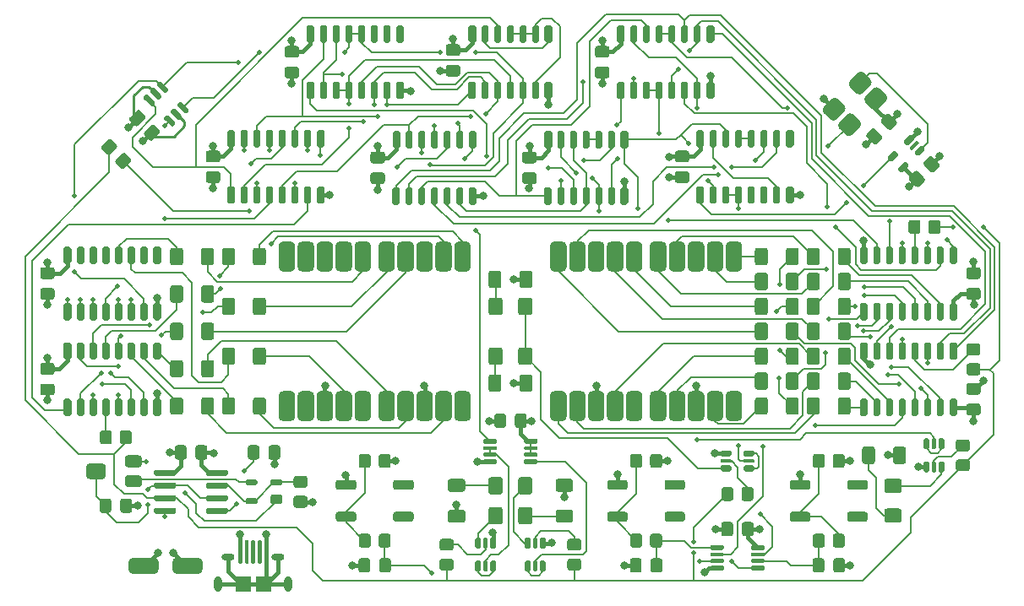
<source format=gtl>
G04 #@! TF.GenerationSoftware,KiCad,Pcbnew,(5.1.10)-1*
G04 #@! TF.CreationDate,2021-08-26T18:29:01-04:00*
G04 #@! TF.ProjectId,CMOS-Clock-V1,434d4f53-2d43-46c6-9f63-6b2d56312e6b,rev?*
G04 #@! TF.SameCoordinates,Original*
G04 #@! TF.FileFunction,Copper,L1,Top*
G04 #@! TF.FilePolarity,Positive*
%FSLAX46Y46*%
G04 Gerber Fmt 4.6, Leading zero omitted, Abs format (unit mm)*
G04 Created by KiCad (PCBNEW (5.1.10)-1) date 2021-08-26 18:29:01*
%MOMM*%
%LPD*%
G01*
G04 APERTURE LIST*
G04 #@! TA.AperFunction,ComponentPad*
%ADD10O,1.300000X0.650000*%
G04 #@! TD*
G04 #@! TA.AperFunction,ComponentPad*
%ADD11O,0.775000X1.550000*%
G04 #@! TD*
G04 #@! TA.AperFunction,SMDPad,CuDef*
%ADD12R,1.500000X1.550000*%
G04 #@! TD*
G04 #@! TA.AperFunction,ViaPad*
%ADD13C,0.800000*%
G04 #@! TD*
G04 #@! TA.AperFunction,ViaPad*
%ADD14C,0.500000*%
G04 #@! TD*
G04 #@! TA.AperFunction,Conductor*
%ADD15C,0.150000*%
G04 #@! TD*
G04 #@! TA.AperFunction,Conductor*
%ADD16C,0.400000*%
G04 #@! TD*
G04 #@! TA.AperFunction,Conductor*
%ADD17C,0.250000*%
G04 #@! TD*
G04 #@! TA.AperFunction,Conductor*
%ADD18C,0.127000*%
G04 #@! TD*
G04 APERTURE END LIST*
G04 #@! TA.AperFunction,SMDPad,CuDef*
G36*
G01*
X112420000Y-128140000D02*
X112420000Y-128940000D01*
G75*
G02*
X112020000Y-129340000I-400000J0D01*
G01*
X109820000Y-129340000D01*
G75*
G02*
X109420000Y-128940000I0J400000D01*
G01*
X109420000Y-128140000D01*
G75*
G02*
X109820000Y-127740000I400000J0D01*
G01*
X112020000Y-127740000D01*
G75*
G02*
X112420000Y-128140000I0J-400000D01*
G01*
G37*
G04 #@! TD.AperFunction*
G04 #@! TA.AperFunction,SMDPad,CuDef*
G36*
G01*
X116820000Y-128140000D02*
X116820000Y-128940000D01*
G75*
G02*
X116420000Y-129340000I-400000J0D01*
G01*
X114220000Y-129340000D01*
G75*
G02*
X113820000Y-128940000I0J400000D01*
G01*
X113820000Y-128140000D01*
G75*
G02*
X114220000Y-127740000I400000J0D01*
G01*
X116420000Y-127740000D01*
G75*
G02*
X116820000Y-128140000I0J-400000D01*
G01*
G37*
G04 #@! TD.AperFunction*
G04 #@! TA.AperFunction,SMDPad,CuDef*
G36*
G01*
X143470000Y-75870000D02*
X143470000Y-74520000D01*
G75*
G02*
X143670000Y-74320000I200000J0D01*
G01*
X144070000Y-74320000D01*
G75*
G02*
X144270000Y-74520000I0J-200000D01*
G01*
X144270000Y-75870000D01*
G75*
G02*
X144070000Y-76070000I-200000J0D01*
G01*
X143670000Y-76070000D01*
G75*
G02*
X143470000Y-75870000I0J200000D01*
G01*
G37*
G04 #@! TD.AperFunction*
G04 #@! TA.AperFunction,SMDPad,CuDef*
G36*
G01*
X144790000Y-75895000D02*
X144790000Y-74495000D01*
G75*
G02*
X144965000Y-74320000I175000J0D01*
G01*
X145315000Y-74320000D01*
G75*
G02*
X145490000Y-74495000I0J-175000D01*
G01*
X145490000Y-75895000D01*
G75*
G02*
X145315000Y-76070000I-175000J0D01*
G01*
X144965000Y-76070000D01*
G75*
G02*
X144790000Y-75895000I0J175000D01*
G01*
G37*
G04 #@! TD.AperFunction*
G04 #@! TA.AperFunction,SMDPad,CuDef*
G36*
G01*
X146060000Y-75895000D02*
X146060000Y-74495000D01*
G75*
G02*
X146235000Y-74320000I175000J0D01*
G01*
X146585000Y-74320000D01*
G75*
G02*
X146760000Y-74495000I0J-175000D01*
G01*
X146760000Y-75895000D01*
G75*
G02*
X146585000Y-76070000I-175000J0D01*
G01*
X146235000Y-76070000D01*
G75*
G02*
X146060000Y-75895000I0J175000D01*
G01*
G37*
G04 #@! TD.AperFunction*
G04 #@! TA.AperFunction,SMDPad,CuDef*
G36*
G01*
X147330000Y-75895000D02*
X147330000Y-74495000D01*
G75*
G02*
X147505000Y-74320000I175000J0D01*
G01*
X147855000Y-74320000D01*
G75*
G02*
X148030000Y-74495000I0J-175000D01*
G01*
X148030000Y-75895000D01*
G75*
G02*
X147855000Y-76070000I-175000J0D01*
G01*
X147505000Y-76070000D01*
G75*
G02*
X147330000Y-75895000I0J175000D01*
G01*
G37*
G04 #@! TD.AperFunction*
G04 #@! TA.AperFunction,SMDPad,CuDef*
G36*
G01*
X148600000Y-75895000D02*
X148600000Y-74495000D01*
G75*
G02*
X148775000Y-74320000I175000J0D01*
G01*
X149125000Y-74320000D01*
G75*
G02*
X149300000Y-74495000I0J-175000D01*
G01*
X149300000Y-75895000D01*
G75*
G02*
X149125000Y-76070000I-175000J0D01*
G01*
X148775000Y-76070000D01*
G75*
G02*
X148600000Y-75895000I0J175000D01*
G01*
G37*
G04 #@! TD.AperFunction*
G04 #@! TA.AperFunction,SMDPad,CuDef*
G36*
G01*
X149870000Y-75895000D02*
X149870000Y-74495000D01*
G75*
G02*
X150045000Y-74320000I175000J0D01*
G01*
X150395000Y-74320000D01*
G75*
G02*
X150570000Y-74495000I0J-175000D01*
G01*
X150570000Y-75895000D01*
G75*
G02*
X150395000Y-76070000I-175000J0D01*
G01*
X150045000Y-76070000D01*
G75*
G02*
X149870000Y-75895000I0J175000D01*
G01*
G37*
G04 #@! TD.AperFunction*
G04 #@! TA.AperFunction,SMDPad,CuDef*
G36*
G01*
X151090000Y-75870000D02*
X151090000Y-74520000D01*
G75*
G02*
X151290000Y-74320000I200000J0D01*
G01*
X151690000Y-74320000D01*
G75*
G02*
X151890000Y-74520000I0J-200000D01*
G01*
X151890000Y-75870000D01*
G75*
G02*
X151690000Y-76070000I-200000J0D01*
G01*
X151290000Y-76070000D01*
G75*
G02*
X151090000Y-75870000I0J200000D01*
G01*
G37*
G04 #@! TD.AperFunction*
G04 #@! TA.AperFunction,SMDPad,CuDef*
G36*
G01*
X151090000Y-81520000D02*
X151090000Y-80170000D01*
G75*
G02*
X151290000Y-79970000I200000J0D01*
G01*
X151690000Y-79970000D01*
G75*
G02*
X151890000Y-80170000I0J-200000D01*
G01*
X151890000Y-81520000D01*
G75*
G02*
X151690000Y-81720000I-200000J0D01*
G01*
X151290000Y-81720000D01*
G75*
G02*
X151090000Y-81520000I0J200000D01*
G01*
G37*
G04 #@! TD.AperFunction*
G04 #@! TA.AperFunction,SMDPad,CuDef*
G36*
G01*
X149870000Y-81545000D02*
X149870000Y-80145000D01*
G75*
G02*
X150045000Y-79970000I175000J0D01*
G01*
X150395000Y-79970000D01*
G75*
G02*
X150570000Y-80145000I0J-175000D01*
G01*
X150570000Y-81545000D01*
G75*
G02*
X150395000Y-81720000I-175000J0D01*
G01*
X150045000Y-81720000D01*
G75*
G02*
X149870000Y-81545000I0J175000D01*
G01*
G37*
G04 #@! TD.AperFunction*
G04 #@! TA.AperFunction,SMDPad,CuDef*
G36*
G01*
X148600000Y-81545000D02*
X148600000Y-80145000D01*
G75*
G02*
X148775000Y-79970000I175000J0D01*
G01*
X149125000Y-79970000D01*
G75*
G02*
X149300000Y-80145000I0J-175000D01*
G01*
X149300000Y-81545000D01*
G75*
G02*
X149125000Y-81720000I-175000J0D01*
G01*
X148775000Y-81720000D01*
G75*
G02*
X148600000Y-81545000I0J175000D01*
G01*
G37*
G04 #@! TD.AperFunction*
G04 #@! TA.AperFunction,SMDPad,CuDef*
G36*
G01*
X147330000Y-81545000D02*
X147330000Y-80145000D01*
G75*
G02*
X147505000Y-79970000I175000J0D01*
G01*
X147855000Y-79970000D01*
G75*
G02*
X148030000Y-80145000I0J-175000D01*
G01*
X148030000Y-81545000D01*
G75*
G02*
X147855000Y-81720000I-175000J0D01*
G01*
X147505000Y-81720000D01*
G75*
G02*
X147330000Y-81545000I0J175000D01*
G01*
G37*
G04 #@! TD.AperFunction*
G04 #@! TA.AperFunction,SMDPad,CuDef*
G36*
G01*
X146060000Y-81545000D02*
X146060000Y-80145000D01*
G75*
G02*
X146235000Y-79970000I175000J0D01*
G01*
X146585000Y-79970000D01*
G75*
G02*
X146760000Y-80145000I0J-175000D01*
G01*
X146760000Y-81545000D01*
G75*
G02*
X146585000Y-81720000I-175000J0D01*
G01*
X146235000Y-81720000D01*
G75*
G02*
X146060000Y-81545000I0J175000D01*
G01*
G37*
G04 #@! TD.AperFunction*
G04 #@! TA.AperFunction,SMDPad,CuDef*
G36*
G01*
X144790000Y-81545000D02*
X144790000Y-80145000D01*
G75*
G02*
X144965000Y-79970000I175000J0D01*
G01*
X145315000Y-79970000D01*
G75*
G02*
X145490000Y-80145000I0J-175000D01*
G01*
X145490000Y-81545000D01*
G75*
G02*
X145315000Y-81720000I-175000J0D01*
G01*
X144965000Y-81720000D01*
G75*
G02*
X144790000Y-81545000I0J175000D01*
G01*
G37*
G04 #@! TD.AperFunction*
G04 #@! TA.AperFunction,SMDPad,CuDef*
G36*
G01*
X143420000Y-81520000D02*
X143420000Y-80170000D01*
G75*
G02*
X143620000Y-79970000I200000J0D01*
G01*
X144020000Y-79970000D01*
G75*
G02*
X144220000Y-80170000I0J-200000D01*
G01*
X144220000Y-81520000D01*
G75*
G02*
X144020000Y-81720000I-200000J0D01*
G01*
X143620000Y-81720000D01*
G75*
G02*
X143420000Y-81520000I0J200000D01*
G01*
G37*
G04 #@! TD.AperFunction*
G04 #@! TA.AperFunction,SMDPad,CuDef*
G36*
G01*
X103685000Y-106320000D02*
X103685000Y-107670000D01*
G75*
G02*
X103485000Y-107870000I-200000J0D01*
G01*
X103085000Y-107870000D01*
G75*
G02*
X102885000Y-107670000I0J200000D01*
G01*
X102885000Y-106320000D01*
G75*
G02*
X103085000Y-106120000I200000J0D01*
G01*
X103485000Y-106120000D01*
G75*
G02*
X103685000Y-106320000I0J-200000D01*
G01*
G37*
G04 #@! TD.AperFunction*
G04 #@! TA.AperFunction,SMDPad,CuDef*
G36*
G01*
X104955000Y-106295000D02*
X104955000Y-107695000D01*
G75*
G02*
X104780000Y-107870000I-175000J0D01*
G01*
X104430000Y-107870000D01*
G75*
G02*
X104255000Y-107695000I0J175000D01*
G01*
X104255000Y-106295000D01*
G75*
G02*
X104430000Y-106120000I175000J0D01*
G01*
X104780000Y-106120000D01*
G75*
G02*
X104955000Y-106295000I0J-175000D01*
G01*
G37*
G04 #@! TD.AperFunction*
G04 #@! TA.AperFunction,SMDPad,CuDef*
G36*
G01*
X106225000Y-106295000D02*
X106225000Y-107695000D01*
G75*
G02*
X106050000Y-107870000I-175000J0D01*
G01*
X105700000Y-107870000D01*
G75*
G02*
X105525000Y-107695000I0J175000D01*
G01*
X105525000Y-106295000D01*
G75*
G02*
X105700000Y-106120000I175000J0D01*
G01*
X106050000Y-106120000D01*
G75*
G02*
X106225000Y-106295000I0J-175000D01*
G01*
G37*
G04 #@! TD.AperFunction*
G04 #@! TA.AperFunction,SMDPad,CuDef*
G36*
G01*
X107495000Y-106295000D02*
X107495000Y-107695000D01*
G75*
G02*
X107320000Y-107870000I-175000J0D01*
G01*
X106970000Y-107870000D01*
G75*
G02*
X106795000Y-107695000I0J175000D01*
G01*
X106795000Y-106295000D01*
G75*
G02*
X106970000Y-106120000I175000J0D01*
G01*
X107320000Y-106120000D01*
G75*
G02*
X107495000Y-106295000I0J-175000D01*
G01*
G37*
G04 #@! TD.AperFunction*
G04 #@! TA.AperFunction,SMDPad,CuDef*
G36*
G01*
X108765000Y-106295000D02*
X108765000Y-107695000D01*
G75*
G02*
X108590000Y-107870000I-175000J0D01*
G01*
X108240000Y-107870000D01*
G75*
G02*
X108065000Y-107695000I0J175000D01*
G01*
X108065000Y-106295000D01*
G75*
G02*
X108240000Y-106120000I175000J0D01*
G01*
X108590000Y-106120000D01*
G75*
G02*
X108765000Y-106295000I0J-175000D01*
G01*
G37*
G04 #@! TD.AperFunction*
G04 #@! TA.AperFunction,SMDPad,CuDef*
G36*
G01*
X110035000Y-106295000D02*
X110035000Y-107695000D01*
G75*
G02*
X109860000Y-107870000I-175000J0D01*
G01*
X109510000Y-107870000D01*
G75*
G02*
X109335000Y-107695000I0J175000D01*
G01*
X109335000Y-106295000D01*
G75*
G02*
X109510000Y-106120000I175000J0D01*
G01*
X109860000Y-106120000D01*
G75*
G02*
X110035000Y-106295000I0J-175000D01*
G01*
G37*
G04 #@! TD.AperFunction*
G04 #@! TA.AperFunction,SMDPad,CuDef*
G36*
G01*
X111305000Y-106295000D02*
X111305000Y-107695000D01*
G75*
G02*
X111130000Y-107870000I-175000J0D01*
G01*
X110780000Y-107870000D01*
G75*
G02*
X110605000Y-107695000I0J175000D01*
G01*
X110605000Y-106295000D01*
G75*
G02*
X110780000Y-106120000I175000J0D01*
G01*
X111130000Y-106120000D01*
G75*
G02*
X111305000Y-106295000I0J-175000D01*
G01*
G37*
G04 #@! TD.AperFunction*
G04 #@! TA.AperFunction,SMDPad,CuDef*
G36*
G01*
X112675000Y-106320000D02*
X112675000Y-107670000D01*
G75*
G02*
X112475000Y-107870000I-200000J0D01*
G01*
X112075000Y-107870000D01*
G75*
G02*
X111875000Y-107670000I0J200000D01*
G01*
X111875000Y-106320000D01*
G75*
G02*
X112075000Y-106120000I200000J0D01*
G01*
X112475000Y-106120000D01*
G75*
G02*
X112675000Y-106320000I0J-200000D01*
G01*
G37*
G04 #@! TD.AperFunction*
G04 #@! TA.AperFunction,SMDPad,CuDef*
G36*
G01*
X112675000Y-111970000D02*
X112675000Y-113320000D01*
G75*
G02*
X112475000Y-113520000I-200000J0D01*
G01*
X112075000Y-113520000D01*
G75*
G02*
X111875000Y-113320000I0J200000D01*
G01*
X111875000Y-111970000D01*
G75*
G02*
X112075000Y-111770000I200000J0D01*
G01*
X112475000Y-111770000D01*
G75*
G02*
X112675000Y-111970000I0J-200000D01*
G01*
G37*
G04 #@! TD.AperFunction*
G04 #@! TA.AperFunction,SMDPad,CuDef*
G36*
G01*
X111305000Y-111945000D02*
X111305000Y-113345000D01*
G75*
G02*
X111130000Y-113520000I-175000J0D01*
G01*
X110780000Y-113520000D01*
G75*
G02*
X110605000Y-113345000I0J175000D01*
G01*
X110605000Y-111945000D01*
G75*
G02*
X110780000Y-111770000I175000J0D01*
G01*
X111130000Y-111770000D01*
G75*
G02*
X111305000Y-111945000I0J-175000D01*
G01*
G37*
G04 #@! TD.AperFunction*
G04 #@! TA.AperFunction,SMDPad,CuDef*
G36*
G01*
X110035000Y-111945000D02*
X110035000Y-113345000D01*
G75*
G02*
X109860000Y-113520000I-175000J0D01*
G01*
X109510000Y-113520000D01*
G75*
G02*
X109335000Y-113345000I0J175000D01*
G01*
X109335000Y-111945000D01*
G75*
G02*
X109510000Y-111770000I175000J0D01*
G01*
X109860000Y-111770000D01*
G75*
G02*
X110035000Y-111945000I0J-175000D01*
G01*
G37*
G04 #@! TD.AperFunction*
G04 #@! TA.AperFunction,SMDPad,CuDef*
G36*
G01*
X108765000Y-111945000D02*
X108765000Y-113345000D01*
G75*
G02*
X108590000Y-113520000I-175000J0D01*
G01*
X108240000Y-113520000D01*
G75*
G02*
X108065000Y-113345000I0J175000D01*
G01*
X108065000Y-111945000D01*
G75*
G02*
X108240000Y-111770000I175000J0D01*
G01*
X108590000Y-111770000D01*
G75*
G02*
X108765000Y-111945000I0J-175000D01*
G01*
G37*
G04 #@! TD.AperFunction*
G04 #@! TA.AperFunction,SMDPad,CuDef*
G36*
G01*
X107495000Y-111945000D02*
X107495000Y-113345000D01*
G75*
G02*
X107320000Y-113520000I-175000J0D01*
G01*
X106970000Y-113520000D01*
G75*
G02*
X106795000Y-113345000I0J175000D01*
G01*
X106795000Y-111945000D01*
G75*
G02*
X106970000Y-111770000I175000J0D01*
G01*
X107320000Y-111770000D01*
G75*
G02*
X107495000Y-111945000I0J-175000D01*
G01*
G37*
G04 #@! TD.AperFunction*
G04 #@! TA.AperFunction,SMDPad,CuDef*
G36*
G01*
X106225000Y-111945000D02*
X106225000Y-113345000D01*
G75*
G02*
X106050000Y-113520000I-175000J0D01*
G01*
X105700000Y-113520000D01*
G75*
G02*
X105525000Y-113345000I0J175000D01*
G01*
X105525000Y-111945000D01*
G75*
G02*
X105700000Y-111770000I175000J0D01*
G01*
X106050000Y-111770000D01*
G75*
G02*
X106225000Y-111945000I0J-175000D01*
G01*
G37*
G04 #@! TD.AperFunction*
G04 #@! TA.AperFunction,SMDPad,CuDef*
G36*
G01*
X104955000Y-111945000D02*
X104955000Y-113345000D01*
G75*
G02*
X104780000Y-113520000I-175000J0D01*
G01*
X104430000Y-113520000D01*
G75*
G02*
X104255000Y-113345000I0J175000D01*
G01*
X104255000Y-111945000D01*
G75*
G02*
X104430000Y-111770000I175000J0D01*
G01*
X104780000Y-111770000D01*
G75*
G02*
X104955000Y-111945000I0J-175000D01*
G01*
G37*
G04 #@! TD.AperFunction*
G04 #@! TA.AperFunction,SMDPad,CuDef*
G36*
G01*
X103685000Y-111970000D02*
X103685000Y-113320000D01*
G75*
G02*
X103485000Y-113520000I-200000J0D01*
G01*
X103085000Y-113520000D01*
G75*
G02*
X102885000Y-113320000I0J200000D01*
G01*
X102885000Y-111970000D01*
G75*
G02*
X103085000Y-111770000I200000J0D01*
G01*
X103485000Y-111770000D01*
G75*
G02*
X103685000Y-111970000I0J-200000D01*
G01*
G37*
G04 #@! TD.AperFunction*
G04 #@! TA.AperFunction,SMDPad,CuDef*
G36*
G01*
X191675000Y-103720000D02*
X191675000Y-102370000D01*
G75*
G02*
X191875000Y-102170000I200000J0D01*
G01*
X192275000Y-102170000D01*
G75*
G02*
X192475000Y-102370000I0J-200000D01*
G01*
X192475000Y-103720000D01*
G75*
G02*
X192275000Y-103920000I-200000J0D01*
G01*
X191875000Y-103920000D01*
G75*
G02*
X191675000Y-103720000I0J200000D01*
G01*
G37*
G04 #@! TD.AperFunction*
G04 #@! TA.AperFunction,SMDPad,CuDef*
G36*
G01*
X190405000Y-103745000D02*
X190405000Y-102345000D01*
G75*
G02*
X190580000Y-102170000I175000J0D01*
G01*
X190930000Y-102170000D01*
G75*
G02*
X191105000Y-102345000I0J-175000D01*
G01*
X191105000Y-103745000D01*
G75*
G02*
X190930000Y-103920000I-175000J0D01*
G01*
X190580000Y-103920000D01*
G75*
G02*
X190405000Y-103745000I0J175000D01*
G01*
G37*
G04 #@! TD.AperFunction*
G04 #@! TA.AperFunction,SMDPad,CuDef*
G36*
G01*
X189135000Y-103745000D02*
X189135000Y-102345000D01*
G75*
G02*
X189310000Y-102170000I175000J0D01*
G01*
X189660000Y-102170000D01*
G75*
G02*
X189835000Y-102345000I0J-175000D01*
G01*
X189835000Y-103745000D01*
G75*
G02*
X189660000Y-103920000I-175000J0D01*
G01*
X189310000Y-103920000D01*
G75*
G02*
X189135000Y-103745000I0J175000D01*
G01*
G37*
G04 #@! TD.AperFunction*
G04 #@! TA.AperFunction,SMDPad,CuDef*
G36*
G01*
X187865000Y-103745000D02*
X187865000Y-102345000D01*
G75*
G02*
X188040000Y-102170000I175000J0D01*
G01*
X188390000Y-102170000D01*
G75*
G02*
X188565000Y-102345000I0J-175000D01*
G01*
X188565000Y-103745000D01*
G75*
G02*
X188390000Y-103920000I-175000J0D01*
G01*
X188040000Y-103920000D01*
G75*
G02*
X187865000Y-103745000I0J175000D01*
G01*
G37*
G04 #@! TD.AperFunction*
G04 #@! TA.AperFunction,SMDPad,CuDef*
G36*
G01*
X186595000Y-103745000D02*
X186595000Y-102345000D01*
G75*
G02*
X186770000Y-102170000I175000J0D01*
G01*
X187120000Y-102170000D01*
G75*
G02*
X187295000Y-102345000I0J-175000D01*
G01*
X187295000Y-103745000D01*
G75*
G02*
X187120000Y-103920000I-175000J0D01*
G01*
X186770000Y-103920000D01*
G75*
G02*
X186595000Y-103745000I0J175000D01*
G01*
G37*
G04 #@! TD.AperFunction*
G04 #@! TA.AperFunction,SMDPad,CuDef*
G36*
G01*
X185325000Y-103745000D02*
X185325000Y-102345000D01*
G75*
G02*
X185500000Y-102170000I175000J0D01*
G01*
X185850000Y-102170000D01*
G75*
G02*
X186025000Y-102345000I0J-175000D01*
G01*
X186025000Y-103745000D01*
G75*
G02*
X185850000Y-103920000I-175000J0D01*
G01*
X185500000Y-103920000D01*
G75*
G02*
X185325000Y-103745000I0J175000D01*
G01*
G37*
G04 #@! TD.AperFunction*
G04 #@! TA.AperFunction,SMDPad,CuDef*
G36*
G01*
X184055000Y-103745000D02*
X184055000Y-102345000D01*
G75*
G02*
X184230000Y-102170000I175000J0D01*
G01*
X184580000Y-102170000D01*
G75*
G02*
X184755000Y-102345000I0J-175000D01*
G01*
X184755000Y-103745000D01*
G75*
G02*
X184580000Y-103920000I-175000J0D01*
G01*
X184230000Y-103920000D01*
G75*
G02*
X184055000Y-103745000I0J175000D01*
G01*
G37*
G04 #@! TD.AperFunction*
G04 #@! TA.AperFunction,SMDPad,CuDef*
G36*
G01*
X182685000Y-103720000D02*
X182685000Y-102370000D01*
G75*
G02*
X182885000Y-102170000I200000J0D01*
G01*
X183285000Y-102170000D01*
G75*
G02*
X183485000Y-102370000I0J-200000D01*
G01*
X183485000Y-103720000D01*
G75*
G02*
X183285000Y-103920000I-200000J0D01*
G01*
X182885000Y-103920000D01*
G75*
G02*
X182685000Y-103720000I0J200000D01*
G01*
G37*
G04 #@! TD.AperFunction*
G04 #@! TA.AperFunction,SMDPad,CuDef*
G36*
G01*
X182685000Y-98070000D02*
X182685000Y-96720000D01*
G75*
G02*
X182885000Y-96520000I200000J0D01*
G01*
X183285000Y-96520000D01*
G75*
G02*
X183485000Y-96720000I0J-200000D01*
G01*
X183485000Y-98070000D01*
G75*
G02*
X183285000Y-98270000I-200000J0D01*
G01*
X182885000Y-98270000D01*
G75*
G02*
X182685000Y-98070000I0J200000D01*
G01*
G37*
G04 #@! TD.AperFunction*
G04 #@! TA.AperFunction,SMDPad,CuDef*
G36*
G01*
X184055000Y-98095000D02*
X184055000Y-96695000D01*
G75*
G02*
X184230000Y-96520000I175000J0D01*
G01*
X184580000Y-96520000D01*
G75*
G02*
X184755000Y-96695000I0J-175000D01*
G01*
X184755000Y-98095000D01*
G75*
G02*
X184580000Y-98270000I-175000J0D01*
G01*
X184230000Y-98270000D01*
G75*
G02*
X184055000Y-98095000I0J175000D01*
G01*
G37*
G04 #@! TD.AperFunction*
G04 #@! TA.AperFunction,SMDPad,CuDef*
G36*
G01*
X185325000Y-98095000D02*
X185325000Y-96695000D01*
G75*
G02*
X185500000Y-96520000I175000J0D01*
G01*
X185850000Y-96520000D01*
G75*
G02*
X186025000Y-96695000I0J-175000D01*
G01*
X186025000Y-98095000D01*
G75*
G02*
X185850000Y-98270000I-175000J0D01*
G01*
X185500000Y-98270000D01*
G75*
G02*
X185325000Y-98095000I0J175000D01*
G01*
G37*
G04 #@! TD.AperFunction*
G04 #@! TA.AperFunction,SMDPad,CuDef*
G36*
G01*
X186595000Y-98095000D02*
X186595000Y-96695000D01*
G75*
G02*
X186770000Y-96520000I175000J0D01*
G01*
X187120000Y-96520000D01*
G75*
G02*
X187295000Y-96695000I0J-175000D01*
G01*
X187295000Y-98095000D01*
G75*
G02*
X187120000Y-98270000I-175000J0D01*
G01*
X186770000Y-98270000D01*
G75*
G02*
X186595000Y-98095000I0J175000D01*
G01*
G37*
G04 #@! TD.AperFunction*
G04 #@! TA.AperFunction,SMDPad,CuDef*
G36*
G01*
X187865000Y-98095000D02*
X187865000Y-96695000D01*
G75*
G02*
X188040000Y-96520000I175000J0D01*
G01*
X188390000Y-96520000D01*
G75*
G02*
X188565000Y-96695000I0J-175000D01*
G01*
X188565000Y-98095000D01*
G75*
G02*
X188390000Y-98270000I-175000J0D01*
G01*
X188040000Y-98270000D01*
G75*
G02*
X187865000Y-98095000I0J175000D01*
G01*
G37*
G04 #@! TD.AperFunction*
G04 #@! TA.AperFunction,SMDPad,CuDef*
G36*
G01*
X189135000Y-98095000D02*
X189135000Y-96695000D01*
G75*
G02*
X189310000Y-96520000I175000J0D01*
G01*
X189660000Y-96520000D01*
G75*
G02*
X189835000Y-96695000I0J-175000D01*
G01*
X189835000Y-98095000D01*
G75*
G02*
X189660000Y-98270000I-175000J0D01*
G01*
X189310000Y-98270000D01*
G75*
G02*
X189135000Y-98095000I0J175000D01*
G01*
G37*
G04 #@! TD.AperFunction*
G04 #@! TA.AperFunction,SMDPad,CuDef*
G36*
G01*
X190405000Y-98095000D02*
X190405000Y-96695000D01*
G75*
G02*
X190580000Y-96520000I175000J0D01*
G01*
X190930000Y-96520000D01*
G75*
G02*
X191105000Y-96695000I0J-175000D01*
G01*
X191105000Y-98095000D01*
G75*
G02*
X190930000Y-98270000I-175000J0D01*
G01*
X190580000Y-98270000D01*
G75*
G02*
X190405000Y-98095000I0J175000D01*
G01*
G37*
G04 #@! TD.AperFunction*
G04 #@! TA.AperFunction,SMDPad,CuDef*
G36*
G01*
X191675000Y-98070000D02*
X191675000Y-96720000D01*
G75*
G02*
X191875000Y-96520000I200000J0D01*
G01*
X192275000Y-96520000D01*
G75*
G02*
X192475000Y-96720000I0J-200000D01*
G01*
X192475000Y-98070000D01*
G75*
G02*
X192275000Y-98270000I-200000J0D01*
G01*
X191875000Y-98270000D01*
G75*
G02*
X191675000Y-98070000I0J200000D01*
G01*
G37*
G04 #@! TD.AperFunction*
G04 #@! TA.AperFunction,SMDPad,CuDef*
G36*
G01*
X191675000Y-113320000D02*
X191675000Y-111970000D01*
G75*
G02*
X191875000Y-111770000I200000J0D01*
G01*
X192275000Y-111770000D01*
G75*
G02*
X192475000Y-111970000I0J-200000D01*
G01*
X192475000Y-113320000D01*
G75*
G02*
X192275000Y-113520000I-200000J0D01*
G01*
X191875000Y-113520000D01*
G75*
G02*
X191675000Y-113320000I0J200000D01*
G01*
G37*
G04 #@! TD.AperFunction*
G04 #@! TA.AperFunction,SMDPad,CuDef*
G36*
G01*
X190405000Y-113345000D02*
X190405000Y-111945000D01*
G75*
G02*
X190580000Y-111770000I175000J0D01*
G01*
X190930000Y-111770000D01*
G75*
G02*
X191105000Y-111945000I0J-175000D01*
G01*
X191105000Y-113345000D01*
G75*
G02*
X190930000Y-113520000I-175000J0D01*
G01*
X190580000Y-113520000D01*
G75*
G02*
X190405000Y-113345000I0J175000D01*
G01*
G37*
G04 #@! TD.AperFunction*
G04 #@! TA.AperFunction,SMDPad,CuDef*
G36*
G01*
X189135000Y-113345000D02*
X189135000Y-111945000D01*
G75*
G02*
X189310000Y-111770000I175000J0D01*
G01*
X189660000Y-111770000D01*
G75*
G02*
X189835000Y-111945000I0J-175000D01*
G01*
X189835000Y-113345000D01*
G75*
G02*
X189660000Y-113520000I-175000J0D01*
G01*
X189310000Y-113520000D01*
G75*
G02*
X189135000Y-113345000I0J175000D01*
G01*
G37*
G04 #@! TD.AperFunction*
G04 #@! TA.AperFunction,SMDPad,CuDef*
G36*
G01*
X187865000Y-113345000D02*
X187865000Y-111945000D01*
G75*
G02*
X188040000Y-111770000I175000J0D01*
G01*
X188390000Y-111770000D01*
G75*
G02*
X188565000Y-111945000I0J-175000D01*
G01*
X188565000Y-113345000D01*
G75*
G02*
X188390000Y-113520000I-175000J0D01*
G01*
X188040000Y-113520000D01*
G75*
G02*
X187865000Y-113345000I0J175000D01*
G01*
G37*
G04 #@! TD.AperFunction*
G04 #@! TA.AperFunction,SMDPad,CuDef*
G36*
G01*
X186595000Y-113345000D02*
X186595000Y-111945000D01*
G75*
G02*
X186770000Y-111770000I175000J0D01*
G01*
X187120000Y-111770000D01*
G75*
G02*
X187295000Y-111945000I0J-175000D01*
G01*
X187295000Y-113345000D01*
G75*
G02*
X187120000Y-113520000I-175000J0D01*
G01*
X186770000Y-113520000D01*
G75*
G02*
X186595000Y-113345000I0J175000D01*
G01*
G37*
G04 #@! TD.AperFunction*
G04 #@! TA.AperFunction,SMDPad,CuDef*
G36*
G01*
X185325000Y-113345000D02*
X185325000Y-111945000D01*
G75*
G02*
X185500000Y-111770000I175000J0D01*
G01*
X185850000Y-111770000D01*
G75*
G02*
X186025000Y-111945000I0J-175000D01*
G01*
X186025000Y-113345000D01*
G75*
G02*
X185850000Y-113520000I-175000J0D01*
G01*
X185500000Y-113520000D01*
G75*
G02*
X185325000Y-113345000I0J175000D01*
G01*
G37*
G04 #@! TD.AperFunction*
G04 #@! TA.AperFunction,SMDPad,CuDef*
G36*
G01*
X184055000Y-113345000D02*
X184055000Y-111945000D01*
G75*
G02*
X184230000Y-111770000I175000J0D01*
G01*
X184580000Y-111770000D01*
G75*
G02*
X184755000Y-111945000I0J-175000D01*
G01*
X184755000Y-113345000D01*
G75*
G02*
X184580000Y-113520000I-175000J0D01*
G01*
X184230000Y-113520000D01*
G75*
G02*
X184055000Y-113345000I0J175000D01*
G01*
G37*
G04 #@! TD.AperFunction*
G04 #@! TA.AperFunction,SMDPad,CuDef*
G36*
G01*
X182685000Y-113320000D02*
X182685000Y-111970000D01*
G75*
G02*
X182885000Y-111770000I200000J0D01*
G01*
X183285000Y-111770000D01*
G75*
G02*
X183485000Y-111970000I0J-200000D01*
G01*
X183485000Y-113320000D01*
G75*
G02*
X183285000Y-113520000I-200000J0D01*
G01*
X182885000Y-113520000D01*
G75*
G02*
X182685000Y-113320000I0J200000D01*
G01*
G37*
G04 #@! TD.AperFunction*
G04 #@! TA.AperFunction,SMDPad,CuDef*
G36*
G01*
X182685000Y-107670000D02*
X182685000Y-106320000D01*
G75*
G02*
X182885000Y-106120000I200000J0D01*
G01*
X183285000Y-106120000D01*
G75*
G02*
X183485000Y-106320000I0J-200000D01*
G01*
X183485000Y-107670000D01*
G75*
G02*
X183285000Y-107870000I-200000J0D01*
G01*
X182885000Y-107870000D01*
G75*
G02*
X182685000Y-107670000I0J200000D01*
G01*
G37*
G04 #@! TD.AperFunction*
G04 #@! TA.AperFunction,SMDPad,CuDef*
G36*
G01*
X184055000Y-107695000D02*
X184055000Y-106295000D01*
G75*
G02*
X184230000Y-106120000I175000J0D01*
G01*
X184580000Y-106120000D01*
G75*
G02*
X184755000Y-106295000I0J-175000D01*
G01*
X184755000Y-107695000D01*
G75*
G02*
X184580000Y-107870000I-175000J0D01*
G01*
X184230000Y-107870000D01*
G75*
G02*
X184055000Y-107695000I0J175000D01*
G01*
G37*
G04 #@! TD.AperFunction*
G04 #@! TA.AperFunction,SMDPad,CuDef*
G36*
G01*
X185325000Y-107695000D02*
X185325000Y-106295000D01*
G75*
G02*
X185500000Y-106120000I175000J0D01*
G01*
X185850000Y-106120000D01*
G75*
G02*
X186025000Y-106295000I0J-175000D01*
G01*
X186025000Y-107695000D01*
G75*
G02*
X185850000Y-107870000I-175000J0D01*
G01*
X185500000Y-107870000D01*
G75*
G02*
X185325000Y-107695000I0J175000D01*
G01*
G37*
G04 #@! TD.AperFunction*
G04 #@! TA.AperFunction,SMDPad,CuDef*
G36*
G01*
X186595000Y-107695000D02*
X186595000Y-106295000D01*
G75*
G02*
X186770000Y-106120000I175000J0D01*
G01*
X187120000Y-106120000D01*
G75*
G02*
X187295000Y-106295000I0J-175000D01*
G01*
X187295000Y-107695000D01*
G75*
G02*
X187120000Y-107870000I-175000J0D01*
G01*
X186770000Y-107870000D01*
G75*
G02*
X186595000Y-107695000I0J175000D01*
G01*
G37*
G04 #@! TD.AperFunction*
G04 #@! TA.AperFunction,SMDPad,CuDef*
G36*
G01*
X187865000Y-107695000D02*
X187865000Y-106295000D01*
G75*
G02*
X188040000Y-106120000I175000J0D01*
G01*
X188390000Y-106120000D01*
G75*
G02*
X188565000Y-106295000I0J-175000D01*
G01*
X188565000Y-107695000D01*
G75*
G02*
X188390000Y-107870000I-175000J0D01*
G01*
X188040000Y-107870000D01*
G75*
G02*
X187865000Y-107695000I0J175000D01*
G01*
G37*
G04 #@! TD.AperFunction*
G04 #@! TA.AperFunction,SMDPad,CuDef*
G36*
G01*
X189135000Y-107695000D02*
X189135000Y-106295000D01*
G75*
G02*
X189310000Y-106120000I175000J0D01*
G01*
X189660000Y-106120000D01*
G75*
G02*
X189835000Y-106295000I0J-175000D01*
G01*
X189835000Y-107695000D01*
G75*
G02*
X189660000Y-107870000I-175000J0D01*
G01*
X189310000Y-107870000D01*
G75*
G02*
X189135000Y-107695000I0J175000D01*
G01*
G37*
G04 #@! TD.AperFunction*
G04 #@! TA.AperFunction,SMDPad,CuDef*
G36*
G01*
X190405000Y-107695000D02*
X190405000Y-106295000D01*
G75*
G02*
X190580000Y-106120000I175000J0D01*
G01*
X190930000Y-106120000D01*
G75*
G02*
X191105000Y-106295000I0J-175000D01*
G01*
X191105000Y-107695000D01*
G75*
G02*
X190930000Y-107870000I-175000J0D01*
G01*
X190580000Y-107870000D01*
G75*
G02*
X190405000Y-107695000I0J175000D01*
G01*
G37*
G04 #@! TD.AperFunction*
G04 #@! TA.AperFunction,SMDPad,CuDef*
G36*
G01*
X191675000Y-107670000D02*
X191675000Y-106320000D01*
G75*
G02*
X191875000Y-106120000I200000J0D01*
G01*
X192275000Y-106120000D01*
G75*
G02*
X192475000Y-106320000I0J-200000D01*
G01*
X192475000Y-107670000D01*
G75*
G02*
X192275000Y-107870000I-200000J0D01*
G01*
X191875000Y-107870000D01*
G75*
G02*
X191675000Y-107670000I0J200000D01*
G01*
G37*
G04 #@! TD.AperFunction*
G04 #@! TA.AperFunction,SMDPad,CuDef*
G36*
G01*
X161655000Y-98607500D02*
X161655000Y-96432500D01*
G75*
G02*
X162067500Y-96020000I412500J0D01*
G01*
X162892500Y-96020000D01*
G75*
G02*
X163305000Y-96432500I0J-412500D01*
G01*
X163305000Y-98607500D01*
G75*
G02*
X162892500Y-99020000I-412500J0D01*
G01*
X162067500Y-99020000D01*
G75*
G02*
X161655000Y-98607500I0J412500D01*
G01*
G37*
G04 #@! TD.AperFunction*
G04 #@! TA.AperFunction,SMDPad,CuDef*
G36*
G01*
X163555000Y-98607500D02*
X163555000Y-96432500D01*
G75*
G02*
X163967500Y-96020000I412500J0D01*
G01*
X164792500Y-96020000D01*
G75*
G02*
X165205000Y-96432500I0J-412500D01*
G01*
X165205000Y-98607500D01*
G75*
G02*
X164792500Y-99020000I-412500J0D01*
G01*
X163967500Y-99020000D01*
G75*
G02*
X163555000Y-98607500I0J412500D01*
G01*
G37*
G04 #@! TD.AperFunction*
G04 #@! TA.AperFunction,SMDPad,CuDef*
G36*
G01*
X165455000Y-98607500D02*
X165455000Y-96432500D01*
G75*
G02*
X165867500Y-96020000I412500J0D01*
G01*
X166692500Y-96020000D01*
G75*
G02*
X167105000Y-96432500I0J-412500D01*
G01*
X167105000Y-98607500D01*
G75*
G02*
X166692500Y-99020000I-412500J0D01*
G01*
X165867500Y-99020000D01*
G75*
G02*
X165455000Y-98607500I0J412500D01*
G01*
G37*
G04 #@! TD.AperFunction*
G04 #@! TA.AperFunction,SMDPad,CuDef*
G36*
G01*
X167355000Y-98607500D02*
X167355000Y-96432500D01*
G75*
G02*
X167767500Y-96020000I412500J0D01*
G01*
X168592500Y-96020000D01*
G75*
G02*
X169005000Y-96432500I0J-412500D01*
G01*
X169005000Y-98607500D01*
G75*
G02*
X168592500Y-99020000I-412500J0D01*
G01*
X167767500Y-99020000D01*
G75*
G02*
X167355000Y-98607500I0J412500D01*
G01*
G37*
G04 #@! TD.AperFunction*
G04 #@! TA.AperFunction,SMDPad,CuDef*
G36*
G01*
X169255000Y-98607500D02*
X169255000Y-96432500D01*
G75*
G02*
X169667500Y-96020000I412500J0D01*
G01*
X170492500Y-96020000D01*
G75*
G02*
X170905000Y-96432500I0J-412500D01*
G01*
X170905000Y-98607500D01*
G75*
G02*
X170492500Y-99020000I-412500J0D01*
G01*
X169667500Y-99020000D01*
G75*
G02*
X169255000Y-98607500I0J412500D01*
G01*
G37*
G04 #@! TD.AperFunction*
G04 #@! TA.AperFunction,SMDPad,CuDef*
G36*
G01*
X169255000Y-113607500D02*
X169255000Y-111432500D01*
G75*
G02*
X169667500Y-111020000I412500J0D01*
G01*
X170492500Y-111020000D01*
G75*
G02*
X170905000Y-111432500I0J-412500D01*
G01*
X170905000Y-113607500D01*
G75*
G02*
X170492500Y-114020000I-412500J0D01*
G01*
X169667500Y-114020000D01*
G75*
G02*
X169255000Y-113607500I0J412500D01*
G01*
G37*
G04 #@! TD.AperFunction*
G04 #@! TA.AperFunction,SMDPad,CuDef*
G36*
G01*
X167355000Y-113607500D02*
X167355000Y-111432500D01*
G75*
G02*
X167767500Y-111020000I412500J0D01*
G01*
X168592500Y-111020000D01*
G75*
G02*
X169005000Y-111432500I0J-412500D01*
G01*
X169005000Y-113607500D01*
G75*
G02*
X168592500Y-114020000I-412500J0D01*
G01*
X167767500Y-114020000D01*
G75*
G02*
X167355000Y-113607500I0J412500D01*
G01*
G37*
G04 #@! TD.AperFunction*
G04 #@! TA.AperFunction,SMDPad,CuDef*
G36*
G01*
X165455000Y-113607500D02*
X165455000Y-111432500D01*
G75*
G02*
X165867500Y-111020000I412500J0D01*
G01*
X166692500Y-111020000D01*
G75*
G02*
X167105000Y-111432500I0J-412500D01*
G01*
X167105000Y-113607500D01*
G75*
G02*
X166692500Y-114020000I-412500J0D01*
G01*
X165867500Y-114020000D01*
G75*
G02*
X165455000Y-113607500I0J412500D01*
G01*
G37*
G04 #@! TD.AperFunction*
G04 #@! TA.AperFunction,SMDPad,CuDef*
G36*
G01*
X163555000Y-113607500D02*
X163555000Y-111432500D01*
G75*
G02*
X163967500Y-111020000I412500J0D01*
G01*
X164792500Y-111020000D01*
G75*
G02*
X165205000Y-111432500I0J-412500D01*
G01*
X165205000Y-113607500D01*
G75*
G02*
X164792500Y-114020000I-412500J0D01*
G01*
X163967500Y-114020000D01*
G75*
G02*
X163555000Y-113607500I0J412500D01*
G01*
G37*
G04 #@! TD.AperFunction*
G04 #@! TA.AperFunction,SMDPad,CuDef*
G36*
G01*
X161655000Y-113607500D02*
X161655000Y-111432500D01*
G75*
G02*
X162067500Y-111020000I412500J0D01*
G01*
X162892500Y-111020000D01*
G75*
G02*
X163305000Y-111432500I0J-412500D01*
G01*
X163305000Y-113607500D01*
G75*
G02*
X162892500Y-114020000I-412500J0D01*
G01*
X162067500Y-114020000D01*
G75*
G02*
X161655000Y-113607500I0J412500D01*
G01*
G37*
G04 #@! TD.AperFunction*
G04 #@! TA.AperFunction,SMDPad,CuDef*
G36*
G01*
X116680000Y-98145001D02*
X116680000Y-96894999D01*
G75*
G02*
X116929999Y-96645000I249999J0D01*
G01*
X117730001Y-96645000D01*
G75*
G02*
X117980000Y-96894999I0J-249999D01*
G01*
X117980000Y-98145001D01*
G75*
G02*
X117730001Y-98395000I-249999J0D01*
G01*
X116929999Y-98395000D01*
G75*
G02*
X116680000Y-98145001I0J249999D01*
G01*
G37*
G04 #@! TD.AperFunction*
G04 #@! TA.AperFunction,SMDPad,CuDef*
G36*
G01*
X113580000Y-98145001D02*
X113580000Y-96894999D01*
G75*
G02*
X113829999Y-96645000I249999J0D01*
G01*
X114630001Y-96645000D01*
G75*
G02*
X114880000Y-96894999I0J-249999D01*
G01*
X114880000Y-98145001D01*
G75*
G02*
X114630001Y-98395000I-249999J0D01*
G01*
X113829999Y-98395000D01*
G75*
G02*
X113580000Y-98145001I0J249999D01*
G01*
G37*
G04 #@! TD.AperFunction*
G04 #@! TA.AperFunction,SMDPad,CuDef*
G36*
G01*
X160830000Y-128025000D02*
X160830000Y-128975000D01*
G75*
G02*
X160580000Y-129225000I-250000J0D01*
G01*
X159905000Y-129225000D01*
G75*
G02*
X159655000Y-128975000I0J250000D01*
G01*
X159655000Y-128025000D01*
G75*
G02*
X159905000Y-127775000I250000J0D01*
G01*
X160580000Y-127775000D01*
G75*
G02*
X160830000Y-128025000I0J-250000D01*
G01*
G37*
G04 #@! TD.AperFunction*
G04 #@! TA.AperFunction,SMDPad,CuDef*
G36*
G01*
X162905000Y-128025000D02*
X162905000Y-128975000D01*
G75*
G02*
X162655000Y-129225000I-250000J0D01*
G01*
X161980000Y-129225000D01*
G75*
G02*
X161730000Y-128975000I0J250000D01*
G01*
X161730000Y-128025000D01*
G75*
G02*
X161980000Y-127775000I250000J0D01*
G01*
X162655000Y-127775000D01*
G75*
G02*
X162905000Y-128025000I0J-250000D01*
G01*
G37*
G04 #@! TD.AperFunction*
G04 #@! TA.AperFunction,SMDPad,CuDef*
G36*
G01*
X181430000Y-123870000D02*
X181430000Y-123370000D01*
G75*
G02*
X181680000Y-123120000I250000J0D01*
G01*
X183230000Y-123120000D01*
G75*
G02*
X183480000Y-123370000I0J-250000D01*
G01*
X183480000Y-123870000D01*
G75*
G02*
X183230000Y-124120000I-250000J0D01*
G01*
X181680000Y-124120000D01*
G75*
G02*
X181430000Y-123870000I0J250000D01*
G01*
G37*
G04 #@! TD.AperFunction*
G04 #@! TA.AperFunction,SMDPad,CuDef*
G36*
G01*
X175680000Y-123870000D02*
X175680000Y-123370000D01*
G75*
G02*
X175930000Y-123120000I250000J0D01*
G01*
X177480000Y-123120000D01*
G75*
G02*
X177730000Y-123370000I0J-250000D01*
G01*
X177730000Y-123870000D01*
G75*
G02*
X177480000Y-124120000I-250000J0D01*
G01*
X175930000Y-124120000D01*
G75*
G02*
X175680000Y-123870000I0J250000D01*
G01*
G37*
G04 #@! TD.AperFunction*
G04 #@! TA.AperFunction,SMDPad,CuDef*
G36*
G01*
X181430000Y-120670000D02*
X181430000Y-120170000D01*
G75*
G02*
X181680000Y-119920000I250000J0D01*
G01*
X183230000Y-119920000D01*
G75*
G02*
X183480000Y-120170000I0J-250000D01*
G01*
X183480000Y-120670000D01*
G75*
G02*
X183230000Y-120920000I-250000J0D01*
G01*
X181680000Y-120920000D01*
G75*
G02*
X181430000Y-120670000I0J250000D01*
G01*
G37*
G04 #@! TD.AperFunction*
G04 #@! TA.AperFunction,SMDPad,CuDef*
G36*
G01*
X175680000Y-120670000D02*
X175680000Y-120170000D01*
G75*
G02*
X175930000Y-119920000I250000J0D01*
G01*
X177480000Y-119920000D01*
G75*
G02*
X177730000Y-120170000I0J-250000D01*
G01*
X177730000Y-120670000D01*
G75*
G02*
X177480000Y-120920000I-250000J0D01*
G01*
X175930000Y-120920000D01*
G75*
G02*
X175680000Y-120670000I0J250000D01*
G01*
G37*
G04 #@! TD.AperFunction*
G04 #@! TA.AperFunction,SMDPad,CuDef*
G36*
G01*
X163130000Y-123870000D02*
X163130000Y-123370000D01*
G75*
G02*
X163380000Y-123120000I250000J0D01*
G01*
X164930000Y-123120000D01*
G75*
G02*
X165180000Y-123370000I0J-250000D01*
G01*
X165180000Y-123870000D01*
G75*
G02*
X164930000Y-124120000I-250000J0D01*
G01*
X163380000Y-124120000D01*
G75*
G02*
X163130000Y-123870000I0J250000D01*
G01*
G37*
G04 #@! TD.AperFunction*
G04 #@! TA.AperFunction,SMDPad,CuDef*
G36*
G01*
X157380000Y-123870000D02*
X157380000Y-123370000D01*
G75*
G02*
X157630000Y-123120000I250000J0D01*
G01*
X159180000Y-123120000D01*
G75*
G02*
X159430000Y-123370000I0J-250000D01*
G01*
X159430000Y-123870000D01*
G75*
G02*
X159180000Y-124120000I-250000J0D01*
G01*
X157630000Y-124120000D01*
G75*
G02*
X157380000Y-123870000I0J250000D01*
G01*
G37*
G04 #@! TD.AperFunction*
G04 #@! TA.AperFunction,SMDPad,CuDef*
G36*
G01*
X163130000Y-120670000D02*
X163130000Y-120170000D01*
G75*
G02*
X163380000Y-119920000I250000J0D01*
G01*
X164930000Y-119920000D01*
G75*
G02*
X165180000Y-120170000I0J-250000D01*
G01*
X165180000Y-120670000D01*
G75*
G02*
X164930000Y-120920000I-250000J0D01*
G01*
X163380000Y-120920000D01*
G75*
G02*
X163130000Y-120670000I0J250000D01*
G01*
G37*
G04 #@! TD.AperFunction*
G04 #@! TA.AperFunction,SMDPad,CuDef*
G36*
G01*
X157380000Y-120670000D02*
X157380000Y-120170000D01*
G75*
G02*
X157630000Y-119920000I250000J0D01*
G01*
X159180000Y-119920000D01*
G75*
G02*
X159430000Y-120170000I0J-250000D01*
G01*
X159430000Y-120670000D01*
G75*
G02*
X159180000Y-120920000I-250000J0D01*
G01*
X157630000Y-120920000D01*
G75*
G02*
X157380000Y-120670000I0J250000D01*
G01*
G37*
G04 #@! TD.AperFunction*
G04 #@! TA.AperFunction,SMDPad,CuDef*
G36*
G01*
X135930000Y-123870000D02*
X135930000Y-123370000D01*
G75*
G02*
X136180000Y-123120000I250000J0D01*
G01*
X137730000Y-123120000D01*
G75*
G02*
X137980000Y-123370000I0J-250000D01*
G01*
X137980000Y-123870000D01*
G75*
G02*
X137730000Y-124120000I-250000J0D01*
G01*
X136180000Y-124120000D01*
G75*
G02*
X135930000Y-123870000I0J250000D01*
G01*
G37*
G04 #@! TD.AperFunction*
G04 #@! TA.AperFunction,SMDPad,CuDef*
G36*
G01*
X130180000Y-123870000D02*
X130180000Y-123370000D01*
G75*
G02*
X130430000Y-123120000I250000J0D01*
G01*
X131980000Y-123120000D01*
G75*
G02*
X132230000Y-123370000I0J-250000D01*
G01*
X132230000Y-123870000D01*
G75*
G02*
X131980000Y-124120000I-250000J0D01*
G01*
X130430000Y-124120000D01*
G75*
G02*
X130180000Y-123870000I0J250000D01*
G01*
G37*
G04 #@! TD.AperFunction*
G04 #@! TA.AperFunction,SMDPad,CuDef*
G36*
G01*
X135930000Y-120670000D02*
X135930000Y-120170000D01*
G75*
G02*
X136180000Y-119920000I250000J0D01*
G01*
X137730000Y-119920000D01*
G75*
G02*
X137980000Y-120170000I0J-250000D01*
G01*
X137980000Y-120670000D01*
G75*
G02*
X137730000Y-120920000I-250000J0D01*
G01*
X136180000Y-120920000D01*
G75*
G02*
X135930000Y-120670000I0J250000D01*
G01*
G37*
G04 #@! TD.AperFunction*
G04 #@! TA.AperFunction,SMDPad,CuDef*
G36*
G01*
X130180000Y-120670000D02*
X130180000Y-120170000D01*
G75*
G02*
X130430000Y-119920000I250000J0D01*
G01*
X131980000Y-119920000D01*
G75*
G02*
X132230000Y-120170000I0J-250000D01*
G01*
X132230000Y-120670000D01*
G75*
G02*
X131980000Y-120920000I-250000J0D01*
G01*
X130430000Y-120920000D01*
G75*
G02*
X130180000Y-120670000I0J250000D01*
G01*
G37*
G04 #@! TD.AperFunction*
G04 #@! TA.AperFunction,SMDPad,CuDef*
G36*
G01*
X194555000Y-99770000D02*
X193605000Y-99770000D01*
G75*
G02*
X193355000Y-99520000I0J250000D01*
G01*
X193355000Y-98845000D01*
G75*
G02*
X193605000Y-98595000I250000J0D01*
G01*
X194555000Y-98595000D01*
G75*
G02*
X194805000Y-98845000I0J-250000D01*
G01*
X194805000Y-99520000D01*
G75*
G02*
X194555000Y-99770000I-250000J0D01*
G01*
G37*
G04 #@! TD.AperFunction*
G04 #@! TA.AperFunction,SMDPad,CuDef*
G36*
G01*
X194555000Y-101845000D02*
X193605000Y-101845000D01*
G75*
G02*
X193355000Y-101595000I0J250000D01*
G01*
X193355000Y-100920000D01*
G75*
G02*
X193605000Y-100670000I250000J0D01*
G01*
X194555000Y-100670000D01*
G75*
G02*
X194805000Y-100920000I0J-250000D01*
G01*
X194805000Y-101595000D01*
G75*
G02*
X194555000Y-101845000I-250000J0D01*
G01*
G37*
G04 #@! TD.AperFunction*
G04 #@! TA.AperFunction,SMDPad,CuDef*
G36*
G01*
X120410000Y-128225000D02*
X120410000Y-126075000D01*
G75*
G02*
X120510000Y-125975000I100000J0D01*
G01*
X120710000Y-125975000D01*
G75*
G02*
X120810000Y-126075000I0J-100000D01*
G01*
X120810000Y-128225000D01*
G75*
G02*
X120710000Y-128325000I-100000J0D01*
G01*
X120510000Y-128325000D01*
G75*
G02*
X120410000Y-128225000I0J100000D01*
G01*
G37*
G04 #@! TD.AperFunction*
G04 #@! TA.AperFunction,SMDPad,CuDef*
G36*
G01*
X121060000Y-128225000D02*
X121060000Y-126075000D01*
G75*
G02*
X121160000Y-125975000I100000J0D01*
G01*
X121360000Y-125975000D01*
G75*
G02*
X121460000Y-126075000I0J-100000D01*
G01*
X121460000Y-128225000D01*
G75*
G02*
X121360000Y-128325000I-100000J0D01*
G01*
X121160000Y-128325000D01*
G75*
G02*
X121060000Y-128225000I0J100000D01*
G01*
G37*
G04 #@! TD.AperFunction*
G04 #@! TA.AperFunction,SMDPad,CuDef*
G36*
G01*
X121710000Y-128225000D02*
X121710000Y-126075000D01*
G75*
G02*
X121810000Y-125975000I100000J0D01*
G01*
X122010000Y-125975000D01*
G75*
G02*
X122110000Y-126075000I0J-100000D01*
G01*
X122110000Y-128225000D01*
G75*
G02*
X122010000Y-128325000I-100000J0D01*
G01*
X121810000Y-128325000D01*
G75*
G02*
X121710000Y-128225000I0J100000D01*
G01*
G37*
G04 #@! TD.AperFunction*
G04 #@! TA.AperFunction,SMDPad,CuDef*
G36*
G01*
X122360000Y-128225000D02*
X122360000Y-126075000D01*
G75*
G02*
X122460000Y-125975000I100000J0D01*
G01*
X122660000Y-125975000D01*
G75*
G02*
X122760000Y-126075000I0J-100000D01*
G01*
X122760000Y-128225000D01*
G75*
G02*
X122660000Y-128325000I-100000J0D01*
G01*
X122460000Y-128325000D01*
G75*
G02*
X122360000Y-128225000I0J100000D01*
G01*
G37*
G04 #@! TD.AperFunction*
G04 #@! TA.AperFunction,SMDPad,CuDef*
G36*
G01*
X123010000Y-128225000D02*
X123010000Y-126075000D01*
G75*
G02*
X123110000Y-125975000I100000J0D01*
G01*
X123310000Y-125975000D01*
G75*
G02*
X123410000Y-126075000I0J-100000D01*
G01*
X123410000Y-128225000D01*
G75*
G02*
X123310000Y-128325000I-100000J0D01*
G01*
X123110000Y-128325000D01*
G75*
G02*
X123010000Y-128225000I0J100000D01*
G01*
G37*
G04 #@! TD.AperFunction*
D10*
X119410000Y-127650000D03*
X124410000Y-127650000D03*
D11*
X118410000Y-130350000D03*
D12*
X120910000Y-130350000D03*
X122910000Y-130350000D03*
D11*
X125410000Y-130350000D03*
G04 #@! TA.AperFunction,SMDPad,CuDef*
G36*
G01*
X189520000Y-116860000D02*
X189220000Y-116860000D01*
G75*
G02*
X189070000Y-116710000I0J150000D01*
G01*
X189070000Y-115910000D01*
G75*
G02*
X189220000Y-115760000I150000J0D01*
G01*
X189520000Y-115760000D01*
G75*
G02*
X189670000Y-115910000I0J-150000D01*
G01*
X189670000Y-116710000D01*
G75*
G02*
X189520000Y-116860000I-150000J0D01*
G01*
G37*
G04 #@! TD.AperFunction*
G04 #@! TA.AperFunction,SMDPad,CuDef*
G36*
G01*
X190220000Y-116860000D02*
X190020000Y-116860000D01*
G75*
G02*
X189920000Y-116760000I0J100000D01*
G01*
X189920000Y-115860000D01*
G75*
G02*
X190020000Y-115760000I100000J0D01*
G01*
X190220000Y-115760000D01*
G75*
G02*
X190320000Y-115860000I0J-100000D01*
G01*
X190320000Y-116760000D01*
G75*
G02*
X190220000Y-116860000I-100000J0D01*
G01*
G37*
G04 #@! TD.AperFunction*
G04 #@! TA.AperFunction,SMDPad,CuDef*
G36*
G01*
X191020000Y-116860000D02*
X190720000Y-116860000D01*
G75*
G02*
X190570000Y-116710000I0J150000D01*
G01*
X190570000Y-115910000D01*
G75*
G02*
X190720000Y-115760000I150000J0D01*
G01*
X191020000Y-115760000D01*
G75*
G02*
X191170000Y-115910000I0J-150000D01*
G01*
X191170000Y-116710000D01*
G75*
G02*
X191020000Y-116860000I-150000J0D01*
G01*
G37*
G04 #@! TD.AperFunction*
G04 #@! TA.AperFunction,SMDPad,CuDef*
G36*
G01*
X189520000Y-119160000D02*
X189220000Y-119160000D01*
G75*
G02*
X189070000Y-119010000I0J150000D01*
G01*
X189070000Y-118210000D01*
G75*
G02*
X189220000Y-118060000I150000J0D01*
G01*
X189520000Y-118060000D01*
G75*
G02*
X189670000Y-118210000I0J-150000D01*
G01*
X189670000Y-119010000D01*
G75*
G02*
X189520000Y-119160000I-150000J0D01*
G01*
G37*
G04 #@! TD.AperFunction*
G04 #@! TA.AperFunction,SMDPad,CuDef*
G36*
G01*
X190220000Y-119160000D02*
X190020000Y-119160000D01*
G75*
G02*
X189920000Y-119060000I0J100000D01*
G01*
X189920000Y-118160000D01*
G75*
G02*
X190020000Y-118060000I100000J0D01*
G01*
X190220000Y-118060000D01*
G75*
G02*
X190320000Y-118160000I0J-100000D01*
G01*
X190320000Y-119060000D01*
G75*
G02*
X190220000Y-119160000I-100000J0D01*
G01*
G37*
G04 #@! TD.AperFunction*
G04 #@! TA.AperFunction,SMDPad,CuDef*
G36*
G01*
X191020000Y-119160000D02*
X190720000Y-119160000D01*
G75*
G02*
X190570000Y-119010000I0J150000D01*
G01*
X190570000Y-118210000D01*
G75*
G02*
X190720000Y-118060000I150000J0D01*
G01*
X191020000Y-118060000D01*
G75*
G02*
X191170000Y-118210000I0J-150000D01*
G01*
X191170000Y-119010000D01*
G75*
G02*
X191020000Y-119160000I-150000J0D01*
G01*
G37*
G04 #@! TD.AperFunction*
G04 #@! TA.AperFunction,SMDPad,CuDef*
G36*
G01*
X145792500Y-128020000D02*
X146092500Y-128020000D01*
G75*
G02*
X146242500Y-128170000I0J-150000D01*
G01*
X146242500Y-128970000D01*
G75*
G02*
X146092500Y-129120000I-150000J0D01*
G01*
X145792500Y-129120000D01*
G75*
G02*
X145642500Y-128970000I0J150000D01*
G01*
X145642500Y-128170000D01*
G75*
G02*
X145792500Y-128020000I150000J0D01*
G01*
G37*
G04 #@! TD.AperFunction*
G04 #@! TA.AperFunction,SMDPad,CuDef*
G36*
G01*
X145092500Y-128020000D02*
X145292500Y-128020000D01*
G75*
G02*
X145392500Y-128120000I0J-100000D01*
G01*
X145392500Y-129020000D01*
G75*
G02*
X145292500Y-129120000I-100000J0D01*
G01*
X145092500Y-129120000D01*
G75*
G02*
X144992500Y-129020000I0J100000D01*
G01*
X144992500Y-128120000D01*
G75*
G02*
X145092500Y-128020000I100000J0D01*
G01*
G37*
G04 #@! TD.AperFunction*
G04 #@! TA.AperFunction,SMDPad,CuDef*
G36*
G01*
X144292500Y-128020000D02*
X144592500Y-128020000D01*
G75*
G02*
X144742500Y-128170000I0J-150000D01*
G01*
X144742500Y-128970000D01*
G75*
G02*
X144592500Y-129120000I-150000J0D01*
G01*
X144292500Y-129120000D01*
G75*
G02*
X144142500Y-128970000I0J150000D01*
G01*
X144142500Y-128170000D01*
G75*
G02*
X144292500Y-128020000I150000J0D01*
G01*
G37*
G04 #@! TD.AperFunction*
G04 #@! TA.AperFunction,SMDPad,CuDef*
G36*
G01*
X145792500Y-125720000D02*
X146092500Y-125720000D01*
G75*
G02*
X146242500Y-125870000I0J-150000D01*
G01*
X146242500Y-126670000D01*
G75*
G02*
X146092500Y-126820000I-150000J0D01*
G01*
X145792500Y-126820000D01*
G75*
G02*
X145642500Y-126670000I0J150000D01*
G01*
X145642500Y-125870000D01*
G75*
G02*
X145792500Y-125720000I150000J0D01*
G01*
G37*
G04 #@! TD.AperFunction*
G04 #@! TA.AperFunction,SMDPad,CuDef*
G36*
G01*
X145092500Y-125720000D02*
X145292500Y-125720000D01*
G75*
G02*
X145392500Y-125820000I0J-100000D01*
G01*
X145392500Y-126720000D01*
G75*
G02*
X145292500Y-126820000I-100000J0D01*
G01*
X145092500Y-126820000D01*
G75*
G02*
X144992500Y-126720000I0J100000D01*
G01*
X144992500Y-125820000D01*
G75*
G02*
X145092500Y-125720000I100000J0D01*
G01*
G37*
G04 #@! TD.AperFunction*
G04 #@! TA.AperFunction,SMDPad,CuDef*
G36*
G01*
X144292500Y-125720000D02*
X144592500Y-125720000D01*
G75*
G02*
X144742500Y-125870000I0J-150000D01*
G01*
X144742500Y-126670000D01*
G75*
G02*
X144592500Y-126820000I-150000J0D01*
G01*
X144292500Y-126820000D01*
G75*
G02*
X144142500Y-126670000I0J150000D01*
G01*
X144142500Y-125870000D01*
G75*
G02*
X144292500Y-125720000I150000J0D01*
G01*
G37*
G04 #@! TD.AperFunction*
G04 #@! TA.AperFunction,SMDPad,CuDef*
G36*
G01*
X150767500Y-128020000D02*
X151067500Y-128020000D01*
G75*
G02*
X151217500Y-128170000I0J-150000D01*
G01*
X151217500Y-128970000D01*
G75*
G02*
X151067500Y-129120000I-150000J0D01*
G01*
X150767500Y-129120000D01*
G75*
G02*
X150617500Y-128970000I0J150000D01*
G01*
X150617500Y-128170000D01*
G75*
G02*
X150767500Y-128020000I150000J0D01*
G01*
G37*
G04 #@! TD.AperFunction*
G04 #@! TA.AperFunction,SMDPad,CuDef*
G36*
G01*
X150067500Y-128020000D02*
X150267500Y-128020000D01*
G75*
G02*
X150367500Y-128120000I0J-100000D01*
G01*
X150367500Y-129020000D01*
G75*
G02*
X150267500Y-129120000I-100000J0D01*
G01*
X150067500Y-129120000D01*
G75*
G02*
X149967500Y-129020000I0J100000D01*
G01*
X149967500Y-128120000D01*
G75*
G02*
X150067500Y-128020000I100000J0D01*
G01*
G37*
G04 #@! TD.AperFunction*
G04 #@! TA.AperFunction,SMDPad,CuDef*
G36*
G01*
X149267500Y-128020000D02*
X149567500Y-128020000D01*
G75*
G02*
X149717500Y-128170000I0J-150000D01*
G01*
X149717500Y-128970000D01*
G75*
G02*
X149567500Y-129120000I-150000J0D01*
G01*
X149267500Y-129120000D01*
G75*
G02*
X149117500Y-128970000I0J150000D01*
G01*
X149117500Y-128170000D01*
G75*
G02*
X149267500Y-128020000I150000J0D01*
G01*
G37*
G04 #@! TD.AperFunction*
G04 #@! TA.AperFunction,SMDPad,CuDef*
G36*
G01*
X150767500Y-125720000D02*
X151067500Y-125720000D01*
G75*
G02*
X151217500Y-125870000I0J-150000D01*
G01*
X151217500Y-126670000D01*
G75*
G02*
X151067500Y-126820000I-150000J0D01*
G01*
X150767500Y-126820000D01*
G75*
G02*
X150617500Y-126670000I0J150000D01*
G01*
X150617500Y-125870000D01*
G75*
G02*
X150767500Y-125720000I150000J0D01*
G01*
G37*
G04 #@! TD.AperFunction*
G04 #@! TA.AperFunction,SMDPad,CuDef*
G36*
G01*
X150067500Y-125720000D02*
X150267500Y-125720000D01*
G75*
G02*
X150367500Y-125820000I0J-100000D01*
G01*
X150367500Y-126720000D01*
G75*
G02*
X150267500Y-126820000I-100000J0D01*
G01*
X150067500Y-126820000D01*
G75*
G02*
X149967500Y-126720000I0J100000D01*
G01*
X149967500Y-125820000D01*
G75*
G02*
X150067500Y-125720000I100000J0D01*
G01*
G37*
G04 #@! TD.AperFunction*
G04 #@! TA.AperFunction,SMDPad,CuDef*
G36*
G01*
X149267500Y-125720000D02*
X149567500Y-125720000D01*
G75*
G02*
X149717500Y-125870000I0J-150000D01*
G01*
X149717500Y-126670000D01*
G75*
G02*
X149567500Y-126820000I-150000J0D01*
G01*
X149267500Y-126820000D01*
G75*
G02*
X149117500Y-126670000I0J150000D01*
G01*
X149117500Y-125870000D01*
G75*
G02*
X149267500Y-125720000I150000J0D01*
G01*
G37*
G04 #@! TD.AperFunction*
G04 #@! TA.AperFunction,SMDPad,CuDef*
G36*
G01*
X150280000Y-116295000D02*
X149180000Y-116295000D01*
G75*
G02*
X149055000Y-116170000I0J125000D01*
G01*
X149055000Y-115920000D01*
G75*
G02*
X149180000Y-115795000I125000J0D01*
G01*
X150280000Y-115795000D01*
G75*
G02*
X150405000Y-115920000I0J-125000D01*
G01*
X150405000Y-116170000D01*
G75*
G02*
X150280000Y-116295000I-125000J0D01*
G01*
G37*
G04 #@! TD.AperFunction*
G04 #@! TA.AperFunction,SMDPad,CuDef*
G36*
G01*
X150305000Y-116945000D02*
X149155000Y-116945000D01*
G75*
G02*
X149055000Y-116845000I0J100000D01*
G01*
X149055000Y-116645000D01*
G75*
G02*
X149155000Y-116545000I100000J0D01*
G01*
X150305000Y-116545000D01*
G75*
G02*
X150405000Y-116645000I0J-100000D01*
G01*
X150405000Y-116845000D01*
G75*
G02*
X150305000Y-116945000I-100000J0D01*
G01*
G37*
G04 #@! TD.AperFunction*
G04 #@! TA.AperFunction,SMDPad,CuDef*
G36*
G01*
X150305000Y-117595000D02*
X149155000Y-117595000D01*
G75*
G02*
X149055000Y-117495000I0J100000D01*
G01*
X149055000Y-117295000D01*
G75*
G02*
X149155000Y-117195000I100000J0D01*
G01*
X150305000Y-117195000D01*
G75*
G02*
X150405000Y-117295000I0J-100000D01*
G01*
X150405000Y-117495000D01*
G75*
G02*
X150305000Y-117595000I-100000J0D01*
G01*
G37*
G04 #@! TD.AperFunction*
G04 #@! TA.AperFunction,SMDPad,CuDef*
G36*
G01*
X150280000Y-118345000D02*
X149180000Y-118345000D01*
G75*
G02*
X149055000Y-118220000I0J125000D01*
G01*
X149055000Y-117970000D01*
G75*
G02*
X149180000Y-117845000I125000J0D01*
G01*
X150280000Y-117845000D01*
G75*
G02*
X150405000Y-117970000I0J-125000D01*
G01*
X150405000Y-118220000D01*
G75*
G02*
X150280000Y-118345000I-125000J0D01*
G01*
G37*
G04 #@! TD.AperFunction*
G04 #@! TA.AperFunction,SMDPad,CuDef*
G36*
G01*
X146180000Y-118345000D02*
X145080000Y-118345000D01*
G75*
G02*
X144955000Y-118220000I0J125000D01*
G01*
X144955000Y-117970000D01*
G75*
G02*
X145080000Y-117845000I125000J0D01*
G01*
X146180000Y-117845000D01*
G75*
G02*
X146305000Y-117970000I0J-125000D01*
G01*
X146305000Y-118220000D01*
G75*
G02*
X146180000Y-118345000I-125000J0D01*
G01*
G37*
G04 #@! TD.AperFunction*
G04 #@! TA.AperFunction,SMDPad,CuDef*
G36*
G01*
X146205000Y-117595000D02*
X145055000Y-117595000D01*
G75*
G02*
X144955000Y-117495000I0J100000D01*
G01*
X144955000Y-117295000D01*
G75*
G02*
X145055000Y-117195000I100000J0D01*
G01*
X146205000Y-117195000D01*
G75*
G02*
X146305000Y-117295000I0J-100000D01*
G01*
X146305000Y-117495000D01*
G75*
G02*
X146205000Y-117595000I-100000J0D01*
G01*
G37*
G04 #@! TD.AperFunction*
G04 #@! TA.AperFunction,SMDPad,CuDef*
G36*
G01*
X146205000Y-116945000D02*
X145055000Y-116945000D01*
G75*
G02*
X144955000Y-116845000I0J100000D01*
G01*
X144955000Y-116645000D01*
G75*
G02*
X145055000Y-116545000I100000J0D01*
G01*
X146205000Y-116545000D01*
G75*
G02*
X146305000Y-116645000I0J-100000D01*
G01*
X146305000Y-116845000D01*
G75*
G02*
X146205000Y-116945000I-100000J0D01*
G01*
G37*
G04 #@! TD.AperFunction*
G04 #@! TA.AperFunction,SMDPad,CuDef*
G36*
G01*
X146180000Y-116295000D02*
X145080000Y-116295000D01*
G75*
G02*
X144955000Y-116170000I0J125000D01*
G01*
X144955000Y-115920000D01*
G75*
G02*
X145080000Y-115795000I125000J0D01*
G01*
X146180000Y-115795000D01*
G75*
G02*
X146305000Y-115920000I0J-125000D01*
G01*
X146305000Y-116170000D01*
G75*
G02*
X146180000Y-116295000I-125000J0D01*
G01*
G37*
G04 #@! TD.AperFunction*
G04 #@! TA.AperFunction,SMDPad,CuDef*
G36*
G01*
X171030000Y-117420000D02*
X171030000Y-117120000D01*
G75*
G02*
X171180000Y-116970000I150000J0D01*
G01*
X171980000Y-116970000D01*
G75*
G02*
X172130000Y-117120000I0J-150000D01*
G01*
X172130000Y-117420000D01*
G75*
G02*
X171980000Y-117570000I-150000J0D01*
G01*
X171180000Y-117570000D01*
G75*
G02*
X171030000Y-117420000I0J150000D01*
G01*
G37*
G04 #@! TD.AperFunction*
G04 #@! TA.AperFunction,SMDPad,CuDef*
G36*
G01*
X171030000Y-118120000D02*
X171030000Y-117920000D01*
G75*
G02*
X171130000Y-117820000I100000J0D01*
G01*
X172030000Y-117820000D01*
G75*
G02*
X172130000Y-117920000I0J-100000D01*
G01*
X172130000Y-118120000D01*
G75*
G02*
X172030000Y-118220000I-100000J0D01*
G01*
X171130000Y-118220000D01*
G75*
G02*
X171030000Y-118120000I0J100000D01*
G01*
G37*
G04 #@! TD.AperFunction*
G04 #@! TA.AperFunction,SMDPad,CuDef*
G36*
G01*
X171030000Y-118920000D02*
X171030000Y-118620000D01*
G75*
G02*
X171180000Y-118470000I150000J0D01*
G01*
X171980000Y-118470000D01*
G75*
G02*
X172130000Y-118620000I0J-150000D01*
G01*
X172130000Y-118920000D01*
G75*
G02*
X171980000Y-119070000I-150000J0D01*
G01*
X171180000Y-119070000D01*
G75*
G02*
X171030000Y-118920000I0J150000D01*
G01*
G37*
G04 #@! TD.AperFunction*
G04 #@! TA.AperFunction,SMDPad,CuDef*
G36*
G01*
X168730000Y-117420000D02*
X168730000Y-117120000D01*
G75*
G02*
X168880000Y-116970000I150000J0D01*
G01*
X169680000Y-116970000D01*
G75*
G02*
X169830000Y-117120000I0J-150000D01*
G01*
X169830000Y-117420000D01*
G75*
G02*
X169680000Y-117570000I-150000J0D01*
G01*
X168880000Y-117570000D01*
G75*
G02*
X168730000Y-117420000I0J150000D01*
G01*
G37*
G04 #@! TD.AperFunction*
G04 #@! TA.AperFunction,SMDPad,CuDef*
G36*
G01*
X168730000Y-118120000D02*
X168730000Y-117920000D01*
G75*
G02*
X168830000Y-117820000I100000J0D01*
G01*
X169730000Y-117820000D01*
G75*
G02*
X169830000Y-117920000I0J-100000D01*
G01*
X169830000Y-118120000D01*
G75*
G02*
X169730000Y-118220000I-100000J0D01*
G01*
X168830000Y-118220000D01*
G75*
G02*
X168730000Y-118120000I0J100000D01*
G01*
G37*
G04 #@! TD.AperFunction*
G04 #@! TA.AperFunction,SMDPad,CuDef*
G36*
G01*
X168730000Y-118920000D02*
X168730000Y-118620000D01*
G75*
G02*
X168880000Y-118470000I150000J0D01*
G01*
X169680000Y-118470000D01*
G75*
G02*
X169830000Y-118620000I0J-150000D01*
G01*
X169830000Y-118920000D01*
G75*
G02*
X169680000Y-119070000I-150000J0D01*
G01*
X168880000Y-119070000D01*
G75*
G02*
X168730000Y-118920000I0J150000D01*
G01*
G37*
G04 #@! TD.AperFunction*
G04 #@! TA.AperFunction,SMDPad,CuDef*
G36*
G01*
X103685000Y-96720000D02*
X103685000Y-98070000D01*
G75*
G02*
X103485000Y-98270000I-200000J0D01*
G01*
X103085000Y-98270000D01*
G75*
G02*
X102885000Y-98070000I0J200000D01*
G01*
X102885000Y-96720000D01*
G75*
G02*
X103085000Y-96520000I200000J0D01*
G01*
X103485000Y-96520000D01*
G75*
G02*
X103685000Y-96720000I0J-200000D01*
G01*
G37*
G04 #@! TD.AperFunction*
G04 #@! TA.AperFunction,SMDPad,CuDef*
G36*
G01*
X104955000Y-96695000D02*
X104955000Y-98095000D01*
G75*
G02*
X104780000Y-98270000I-175000J0D01*
G01*
X104430000Y-98270000D01*
G75*
G02*
X104255000Y-98095000I0J175000D01*
G01*
X104255000Y-96695000D01*
G75*
G02*
X104430000Y-96520000I175000J0D01*
G01*
X104780000Y-96520000D01*
G75*
G02*
X104955000Y-96695000I0J-175000D01*
G01*
G37*
G04 #@! TD.AperFunction*
G04 #@! TA.AperFunction,SMDPad,CuDef*
G36*
G01*
X106225000Y-96695000D02*
X106225000Y-98095000D01*
G75*
G02*
X106050000Y-98270000I-175000J0D01*
G01*
X105700000Y-98270000D01*
G75*
G02*
X105525000Y-98095000I0J175000D01*
G01*
X105525000Y-96695000D01*
G75*
G02*
X105700000Y-96520000I175000J0D01*
G01*
X106050000Y-96520000D01*
G75*
G02*
X106225000Y-96695000I0J-175000D01*
G01*
G37*
G04 #@! TD.AperFunction*
G04 #@! TA.AperFunction,SMDPad,CuDef*
G36*
G01*
X107495000Y-96695000D02*
X107495000Y-98095000D01*
G75*
G02*
X107320000Y-98270000I-175000J0D01*
G01*
X106970000Y-98270000D01*
G75*
G02*
X106795000Y-98095000I0J175000D01*
G01*
X106795000Y-96695000D01*
G75*
G02*
X106970000Y-96520000I175000J0D01*
G01*
X107320000Y-96520000D01*
G75*
G02*
X107495000Y-96695000I0J-175000D01*
G01*
G37*
G04 #@! TD.AperFunction*
G04 #@! TA.AperFunction,SMDPad,CuDef*
G36*
G01*
X108765000Y-96695000D02*
X108765000Y-98095000D01*
G75*
G02*
X108590000Y-98270000I-175000J0D01*
G01*
X108240000Y-98270000D01*
G75*
G02*
X108065000Y-98095000I0J175000D01*
G01*
X108065000Y-96695000D01*
G75*
G02*
X108240000Y-96520000I175000J0D01*
G01*
X108590000Y-96520000D01*
G75*
G02*
X108765000Y-96695000I0J-175000D01*
G01*
G37*
G04 #@! TD.AperFunction*
G04 #@! TA.AperFunction,SMDPad,CuDef*
G36*
G01*
X110035000Y-96695000D02*
X110035000Y-98095000D01*
G75*
G02*
X109860000Y-98270000I-175000J0D01*
G01*
X109510000Y-98270000D01*
G75*
G02*
X109335000Y-98095000I0J175000D01*
G01*
X109335000Y-96695000D01*
G75*
G02*
X109510000Y-96520000I175000J0D01*
G01*
X109860000Y-96520000D01*
G75*
G02*
X110035000Y-96695000I0J-175000D01*
G01*
G37*
G04 #@! TD.AperFunction*
G04 #@! TA.AperFunction,SMDPad,CuDef*
G36*
G01*
X111305000Y-96695000D02*
X111305000Y-98095000D01*
G75*
G02*
X111130000Y-98270000I-175000J0D01*
G01*
X110780000Y-98270000D01*
G75*
G02*
X110605000Y-98095000I0J175000D01*
G01*
X110605000Y-96695000D01*
G75*
G02*
X110780000Y-96520000I175000J0D01*
G01*
X111130000Y-96520000D01*
G75*
G02*
X111305000Y-96695000I0J-175000D01*
G01*
G37*
G04 #@! TD.AperFunction*
G04 #@! TA.AperFunction,SMDPad,CuDef*
G36*
G01*
X112675000Y-96720000D02*
X112675000Y-98070000D01*
G75*
G02*
X112475000Y-98270000I-200000J0D01*
G01*
X112075000Y-98270000D01*
G75*
G02*
X111875000Y-98070000I0J200000D01*
G01*
X111875000Y-96720000D01*
G75*
G02*
X112075000Y-96520000I200000J0D01*
G01*
X112475000Y-96520000D01*
G75*
G02*
X112675000Y-96720000I0J-200000D01*
G01*
G37*
G04 #@! TD.AperFunction*
G04 #@! TA.AperFunction,SMDPad,CuDef*
G36*
G01*
X112675000Y-102370000D02*
X112675000Y-103720000D01*
G75*
G02*
X112475000Y-103920000I-200000J0D01*
G01*
X112075000Y-103920000D01*
G75*
G02*
X111875000Y-103720000I0J200000D01*
G01*
X111875000Y-102370000D01*
G75*
G02*
X112075000Y-102170000I200000J0D01*
G01*
X112475000Y-102170000D01*
G75*
G02*
X112675000Y-102370000I0J-200000D01*
G01*
G37*
G04 #@! TD.AperFunction*
G04 #@! TA.AperFunction,SMDPad,CuDef*
G36*
G01*
X111305000Y-102345000D02*
X111305000Y-103745000D01*
G75*
G02*
X111130000Y-103920000I-175000J0D01*
G01*
X110780000Y-103920000D01*
G75*
G02*
X110605000Y-103745000I0J175000D01*
G01*
X110605000Y-102345000D01*
G75*
G02*
X110780000Y-102170000I175000J0D01*
G01*
X111130000Y-102170000D01*
G75*
G02*
X111305000Y-102345000I0J-175000D01*
G01*
G37*
G04 #@! TD.AperFunction*
G04 #@! TA.AperFunction,SMDPad,CuDef*
G36*
G01*
X110035000Y-102345000D02*
X110035000Y-103745000D01*
G75*
G02*
X109860000Y-103920000I-175000J0D01*
G01*
X109510000Y-103920000D01*
G75*
G02*
X109335000Y-103745000I0J175000D01*
G01*
X109335000Y-102345000D01*
G75*
G02*
X109510000Y-102170000I175000J0D01*
G01*
X109860000Y-102170000D01*
G75*
G02*
X110035000Y-102345000I0J-175000D01*
G01*
G37*
G04 #@! TD.AperFunction*
G04 #@! TA.AperFunction,SMDPad,CuDef*
G36*
G01*
X108765000Y-102345000D02*
X108765000Y-103745000D01*
G75*
G02*
X108590000Y-103920000I-175000J0D01*
G01*
X108240000Y-103920000D01*
G75*
G02*
X108065000Y-103745000I0J175000D01*
G01*
X108065000Y-102345000D01*
G75*
G02*
X108240000Y-102170000I175000J0D01*
G01*
X108590000Y-102170000D01*
G75*
G02*
X108765000Y-102345000I0J-175000D01*
G01*
G37*
G04 #@! TD.AperFunction*
G04 #@! TA.AperFunction,SMDPad,CuDef*
G36*
G01*
X107495000Y-102345000D02*
X107495000Y-103745000D01*
G75*
G02*
X107320000Y-103920000I-175000J0D01*
G01*
X106970000Y-103920000D01*
G75*
G02*
X106795000Y-103745000I0J175000D01*
G01*
X106795000Y-102345000D01*
G75*
G02*
X106970000Y-102170000I175000J0D01*
G01*
X107320000Y-102170000D01*
G75*
G02*
X107495000Y-102345000I0J-175000D01*
G01*
G37*
G04 #@! TD.AperFunction*
G04 #@! TA.AperFunction,SMDPad,CuDef*
G36*
G01*
X106225000Y-102345000D02*
X106225000Y-103745000D01*
G75*
G02*
X106050000Y-103920000I-175000J0D01*
G01*
X105700000Y-103920000D01*
G75*
G02*
X105525000Y-103745000I0J175000D01*
G01*
X105525000Y-102345000D01*
G75*
G02*
X105700000Y-102170000I175000J0D01*
G01*
X106050000Y-102170000D01*
G75*
G02*
X106225000Y-102345000I0J-175000D01*
G01*
G37*
G04 #@! TD.AperFunction*
G04 #@! TA.AperFunction,SMDPad,CuDef*
G36*
G01*
X104955000Y-102345000D02*
X104955000Y-103745000D01*
G75*
G02*
X104780000Y-103920000I-175000J0D01*
G01*
X104430000Y-103920000D01*
G75*
G02*
X104255000Y-103745000I0J175000D01*
G01*
X104255000Y-102345000D01*
G75*
G02*
X104430000Y-102170000I175000J0D01*
G01*
X104780000Y-102170000D01*
G75*
G02*
X104955000Y-102345000I0J-175000D01*
G01*
G37*
G04 #@! TD.AperFunction*
G04 #@! TA.AperFunction,SMDPad,CuDef*
G36*
G01*
X103685000Y-102370000D02*
X103685000Y-103720000D01*
G75*
G02*
X103485000Y-103920000I-200000J0D01*
G01*
X103085000Y-103920000D01*
G75*
G02*
X102885000Y-103720000I0J200000D01*
G01*
X102885000Y-102370000D01*
G75*
G02*
X103085000Y-102170000I200000J0D01*
G01*
X103485000Y-102170000D01*
G75*
G02*
X103685000Y-102370000I0J-200000D01*
G01*
G37*
G04 #@! TD.AperFunction*
G04 #@! TA.AperFunction,SMDPad,CuDef*
G36*
G01*
X167085000Y-85020000D02*
X167085000Y-86370000D01*
G75*
G02*
X166885000Y-86570000I-200000J0D01*
G01*
X166485000Y-86570000D01*
G75*
G02*
X166285000Y-86370000I0J200000D01*
G01*
X166285000Y-85020000D01*
G75*
G02*
X166485000Y-84820000I200000J0D01*
G01*
X166885000Y-84820000D01*
G75*
G02*
X167085000Y-85020000I0J-200000D01*
G01*
G37*
G04 #@! TD.AperFunction*
G04 #@! TA.AperFunction,SMDPad,CuDef*
G36*
G01*
X168355000Y-84995000D02*
X168355000Y-86395000D01*
G75*
G02*
X168180000Y-86570000I-175000J0D01*
G01*
X167830000Y-86570000D01*
G75*
G02*
X167655000Y-86395000I0J175000D01*
G01*
X167655000Y-84995000D01*
G75*
G02*
X167830000Y-84820000I175000J0D01*
G01*
X168180000Y-84820000D01*
G75*
G02*
X168355000Y-84995000I0J-175000D01*
G01*
G37*
G04 #@! TD.AperFunction*
G04 #@! TA.AperFunction,SMDPad,CuDef*
G36*
G01*
X169625000Y-84995000D02*
X169625000Y-86395000D01*
G75*
G02*
X169450000Y-86570000I-175000J0D01*
G01*
X169100000Y-86570000D01*
G75*
G02*
X168925000Y-86395000I0J175000D01*
G01*
X168925000Y-84995000D01*
G75*
G02*
X169100000Y-84820000I175000J0D01*
G01*
X169450000Y-84820000D01*
G75*
G02*
X169625000Y-84995000I0J-175000D01*
G01*
G37*
G04 #@! TD.AperFunction*
G04 #@! TA.AperFunction,SMDPad,CuDef*
G36*
G01*
X170895000Y-84995000D02*
X170895000Y-86395000D01*
G75*
G02*
X170720000Y-86570000I-175000J0D01*
G01*
X170370000Y-86570000D01*
G75*
G02*
X170195000Y-86395000I0J175000D01*
G01*
X170195000Y-84995000D01*
G75*
G02*
X170370000Y-84820000I175000J0D01*
G01*
X170720000Y-84820000D01*
G75*
G02*
X170895000Y-84995000I0J-175000D01*
G01*
G37*
G04 #@! TD.AperFunction*
G04 #@! TA.AperFunction,SMDPad,CuDef*
G36*
G01*
X172165000Y-84995000D02*
X172165000Y-86395000D01*
G75*
G02*
X171990000Y-86570000I-175000J0D01*
G01*
X171640000Y-86570000D01*
G75*
G02*
X171465000Y-86395000I0J175000D01*
G01*
X171465000Y-84995000D01*
G75*
G02*
X171640000Y-84820000I175000J0D01*
G01*
X171990000Y-84820000D01*
G75*
G02*
X172165000Y-84995000I0J-175000D01*
G01*
G37*
G04 #@! TD.AperFunction*
G04 #@! TA.AperFunction,SMDPad,CuDef*
G36*
G01*
X173435000Y-84995000D02*
X173435000Y-86395000D01*
G75*
G02*
X173260000Y-86570000I-175000J0D01*
G01*
X172910000Y-86570000D01*
G75*
G02*
X172735000Y-86395000I0J175000D01*
G01*
X172735000Y-84995000D01*
G75*
G02*
X172910000Y-84820000I175000J0D01*
G01*
X173260000Y-84820000D01*
G75*
G02*
X173435000Y-84995000I0J-175000D01*
G01*
G37*
G04 #@! TD.AperFunction*
G04 #@! TA.AperFunction,SMDPad,CuDef*
G36*
G01*
X174705000Y-84995000D02*
X174705000Y-86395000D01*
G75*
G02*
X174530000Y-86570000I-175000J0D01*
G01*
X174180000Y-86570000D01*
G75*
G02*
X174005000Y-86395000I0J175000D01*
G01*
X174005000Y-84995000D01*
G75*
G02*
X174180000Y-84820000I175000J0D01*
G01*
X174530000Y-84820000D01*
G75*
G02*
X174705000Y-84995000I0J-175000D01*
G01*
G37*
G04 #@! TD.AperFunction*
G04 #@! TA.AperFunction,SMDPad,CuDef*
G36*
G01*
X176075000Y-85020000D02*
X176075000Y-86370000D01*
G75*
G02*
X175875000Y-86570000I-200000J0D01*
G01*
X175475000Y-86570000D01*
G75*
G02*
X175275000Y-86370000I0J200000D01*
G01*
X175275000Y-85020000D01*
G75*
G02*
X175475000Y-84820000I200000J0D01*
G01*
X175875000Y-84820000D01*
G75*
G02*
X176075000Y-85020000I0J-200000D01*
G01*
G37*
G04 #@! TD.AperFunction*
G04 #@! TA.AperFunction,SMDPad,CuDef*
G36*
G01*
X176075000Y-90670000D02*
X176075000Y-92020000D01*
G75*
G02*
X175875000Y-92220000I-200000J0D01*
G01*
X175475000Y-92220000D01*
G75*
G02*
X175275000Y-92020000I0J200000D01*
G01*
X175275000Y-90670000D01*
G75*
G02*
X175475000Y-90470000I200000J0D01*
G01*
X175875000Y-90470000D01*
G75*
G02*
X176075000Y-90670000I0J-200000D01*
G01*
G37*
G04 #@! TD.AperFunction*
G04 #@! TA.AperFunction,SMDPad,CuDef*
G36*
G01*
X174705000Y-90645000D02*
X174705000Y-92045000D01*
G75*
G02*
X174530000Y-92220000I-175000J0D01*
G01*
X174180000Y-92220000D01*
G75*
G02*
X174005000Y-92045000I0J175000D01*
G01*
X174005000Y-90645000D01*
G75*
G02*
X174180000Y-90470000I175000J0D01*
G01*
X174530000Y-90470000D01*
G75*
G02*
X174705000Y-90645000I0J-175000D01*
G01*
G37*
G04 #@! TD.AperFunction*
G04 #@! TA.AperFunction,SMDPad,CuDef*
G36*
G01*
X173435000Y-90645000D02*
X173435000Y-92045000D01*
G75*
G02*
X173260000Y-92220000I-175000J0D01*
G01*
X172910000Y-92220000D01*
G75*
G02*
X172735000Y-92045000I0J175000D01*
G01*
X172735000Y-90645000D01*
G75*
G02*
X172910000Y-90470000I175000J0D01*
G01*
X173260000Y-90470000D01*
G75*
G02*
X173435000Y-90645000I0J-175000D01*
G01*
G37*
G04 #@! TD.AperFunction*
G04 #@! TA.AperFunction,SMDPad,CuDef*
G36*
G01*
X172165000Y-90645000D02*
X172165000Y-92045000D01*
G75*
G02*
X171990000Y-92220000I-175000J0D01*
G01*
X171640000Y-92220000D01*
G75*
G02*
X171465000Y-92045000I0J175000D01*
G01*
X171465000Y-90645000D01*
G75*
G02*
X171640000Y-90470000I175000J0D01*
G01*
X171990000Y-90470000D01*
G75*
G02*
X172165000Y-90645000I0J-175000D01*
G01*
G37*
G04 #@! TD.AperFunction*
G04 #@! TA.AperFunction,SMDPad,CuDef*
G36*
G01*
X170895000Y-90645000D02*
X170895000Y-92045000D01*
G75*
G02*
X170720000Y-92220000I-175000J0D01*
G01*
X170370000Y-92220000D01*
G75*
G02*
X170195000Y-92045000I0J175000D01*
G01*
X170195000Y-90645000D01*
G75*
G02*
X170370000Y-90470000I175000J0D01*
G01*
X170720000Y-90470000D01*
G75*
G02*
X170895000Y-90645000I0J-175000D01*
G01*
G37*
G04 #@! TD.AperFunction*
G04 #@! TA.AperFunction,SMDPad,CuDef*
G36*
G01*
X169625000Y-90645000D02*
X169625000Y-92045000D01*
G75*
G02*
X169450000Y-92220000I-175000J0D01*
G01*
X169100000Y-92220000D01*
G75*
G02*
X168925000Y-92045000I0J175000D01*
G01*
X168925000Y-90645000D01*
G75*
G02*
X169100000Y-90470000I175000J0D01*
G01*
X169450000Y-90470000D01*
G75*
G02*
X169625000Y-90645000I0J-175000D01*
G01*
G37*
G04 #@! TD.AperFunction*
G04 #@! TA.AperFunction,SMDPad,CuDef*
G36*
G01*
X168355000Y-90645000D02*
X168355000Y-92045000D01*
G75*
G02*
X168180000Y-92220000I-175000J0D01*
G01*
X167830000Y-92220000D01*
G75*
G02*
X167655000Y-92045000I0J175000D01*
G01*
X167655000Y-90645000D01*
G75*
G02*
X167830000Y-90470000I175000J0D01*
G01*
X168180000Y-90470000D01*
G75*
G02*
X168355000Y-90645000I0J-175000D01*
G01*
G37*
G04 #@! TD.AperFunction*
G04 #@! TA.AperFunction,SMDPad,CuDef*
G36*
G01*
X167085000Y-90670000D02*
X167085000Y-92020000D01*
G75*
G02*
X166885000Y-92220000I-200000J0D01*
G01*
X166485000Y-92220000D01*
G75*
G02*
X166285000Y-92020000I0J200000D01*
G01*
X166285000Y-90670000D01*
G75*
G02*
X166485000Y-90470000I200000J0D01*
G01*
X166885000Y-90470000D01*
G75*
G02*
X167085000Y-90670000I0J-200000D01*
G01*
G37*
G04 #@! TD.AperFunction*
G04 #@! TA.AperFunction,SMDPad,CuDef*
G36*
G01*
X159135000Y-74520000D02*
X159135000Y-75870000D01*
G75*
G02*
X158935000Y-76070000I-200000J0D01*
G01*
X158535000Y-76070000D01*
G75*
G02*
X158335000Y-75870000I0J200000D01*
G01*
X158335000Y-74520000D01*
G75*
G02*
X158535000Y-74320000I200000J0D01*
G01*
X158935000Y-74320000D01*
G75*
G02*
X159135000Y-74520000I0J-200000D01*
G01*
G37*
G04 #@! TD.AperFunction*
G04 #@! TA.AperFunction,SMDPad,CuDef*
G36*
G01*
X160405000Y-74495000D02*
X160405000Y-75895000D01*
G75*
G02*
X160230000Y-76070000I-175000J0D01*
G01*
X159880000Y-76070000D01*
G75*
G02*
X159705000Y-75895000I0J175000D01*
G01*
X159705000Y-74495000D01*
G75*
G02*
X159880000Y-74320000I175000J0D01*
G01*
X160230000Y-74320000D01*
G75*
G02*
X160405000Y-74495000I0J-175000D01*
G01*
G37*
G04 #@! TD.AperFunction*
G04 #@! TA.AperFunction,SMDPad,CuDef*
G36*
G01*
X161675000Y-74495000D02*
X161675000Y-75895000D01*
G75*
G02*
X161500000Y-76070000I-175000J0D01*
G01*
X161150000Y-76070000D01*
G75*
G02*
X160975000Y-75895000I0J175000D01*
G01*
X160975000Y-74495000D01*
G75*
G02*
X161150000Y-74320000I175000J0D01*
G01*
X161500000Y-74320000D01*
G75*
G02*
X161675000Y-74495000I0J-175000D01*
G01*
G37*
G04 #@! TD.AperFunction*
G04 #@! TA.AperFunction,SMDPad,CuDef*
G36*
G01*
X162945000Y-74495000D02*
X162945000Y-75895000D01*
G75*
G02*
X162770000Y-76070000I-175000J0D01*
G01*
X162420000Y-76070000D01*
G75*
G02*
X162245000Y-75895000I0J175000D01*
G01*
X162245000Y-74495000D01*
G75*
G02*
X162420000Y-74320000I175000J0D01*
G01*
X162770000Y-74320000D01*
G75*
G02*
X162945000Y-74495000I0J-175000D01*
G01*
G37*
G04 #@! TD.AperFunction*
G04 #@! TA.AperFunction,SMDPad,CuDef*
G36*
G01*
X164215000Y-74495000D02*
X164215000Y-75895000D01*
G75*
G02*
X164040000Y-76070000I-175000J0D01*
G01*
X163690000Y-76070000D01*
G75*
G02*
X163515000Y-75895000I0J175000D01*
G01*
X163515000Y-74495000D01*
G75*
G02*
X163690000Y-74320000I175000J0D01*
G01*
X164040000Y-74320000D01*
G75*
G02*
X164215000Y-74495000I0J-175000D01*
G01*
G37*
G04 #@! TD.AperFunction*
G04 #@! TA.AperFunction,SMDPad,CuDef*
G36*
G01*
X165485000Y-74495000D02*
X165485000Y-75895000D01*
G75*
G02*
X165310000Y-76070000I-175000J0D01*
G01*
X164960000Y-76070000D01*
G75*
G02*
X164785000Y-75895000I0J175000D01*
G01*
X164785000Y-74495000D01*
G75*
G02*
X164960000Y-74320000I175000J0D01*
G01*
X165310000Y-74320000D01*
G75*
G02*
X165485000Y-74495000I0J-175000D01*
G01*
G37*
G04 #@! TD.AperFunction*
G04 #@! TA.AperFunction,SMDPad,CuDef*
G36*
G01*
X166755000Y-74495000D02*
X166755000Y-75895000D01*
G75*
G02*
X166580000Y-76070000I-175000J0D01*
G01*
X166230000Y-76070000D01*
G75*
G02*
X166055000Y-75895000I0J175000D01*
G01*
X166055000Y-74495000D01*
G75*
G02*
X166230000Y-74320000I175000J0D01*
G01*
X166580000Y-74320000D01*
G75*
G02*
X166755000Y-74495000I0J-175000D01*
G01*
G37*
G04 #@! TD.AperFunction*
G04 #@! TA.AperFunction,SMDPad,CuDef*
G36*
G01*
X168125000Y-74520000D02*
X168125000Y-75870000D01*
G75*
G02*
X167925000Y-76070000I-200000J0D01*
G01*
X167525000Y-76070000D01*
G75*
G02*
X167325000Y-75870000I0J200000D01*
G01*
X167325000Y-74520000D01*
G75*
G02*
X167525000Y-74320000I200000J0D01*
G01*
X167925000Y-74320000D01*
G75*
G02*
X168125000Y-74520000I0J-200000D01*
G01*
G37*
G04 #@! TD.AperFunction*
G04 #@! TA.AperFunction,SMDPad,CuDef*
G36*
G01*
X168125000Y-80170000D02*
X168125000Y-81520000D01*
G75*
G02*
X167925000Y-81720000I-200000J0D01*
G01*
X167525000Y-81720000D01*
G75*
G02*
X167325000Y-81520000I0J200000D01*
G01*
X167325000Y-80170000D01*
G75*
G02*
X167525000Y-79970000I200000J0D01*
G01*
X167925000Y-79970000D01*
G75*
G02*
X168125000Y-80170000I0J-200000D01*
G01*
G37*
G04 #@! TD.AperFunction*
G04 #@! TA.AperFunction,SMDPad,CuDef*
G36*
G01*
X166755000Y-80145000D02*
X166755000Y-81545000D01*
G75*
G02*
X166580000Y-81720000I-175000J0D01*
G01*
X166230000Y-81720000D01*
G75*
G02*
X166055000Y-81545000I0J175000D01*
G01*
X166055000Y-80145000D01*
G75*
G02*
X166230000Y-79970000I175000J0D01*
G01*
X166580000Y-79970000D01*
G75*
G02*
X166755000Y-80145000I0J-175000D01*
G01*
G37*
G04 #@! TD.AperFunction*
G04 #@! TA.AperFunction,SMDPad,CuDef*
G36*
G01*
X165485000Y-80145000D02*
X165485000Y-81545000D01*
G75*
G02*
X165310000Y-81720000I-175000J0D01*
G01*
X164960000Y-81720000D01*
G75*
G02*
X164785000Y-81545000I0J175000D01*
G01*
X164785000Y-80145000D01*
G75*
G02*
X164960000Y-79970000I175000J0D01*
G01*
X165310000Y-79970000D01*
G75*
G02*
X165485000Y-80145000I0J-175000D01*
G01*
G37*
G04 #@! TD.AperFunction*
G04 #@! TA.AperFunction,SMDPad,CuDef*
G36*
G01*
X164215000Y-80145000D02*
X164215000Y-81545000D01*
G75*
G02*
X164040000Y-81720000I-175000J0D01*
G01*
X163690000Y-81720000D01*
G75*
G02*
X163515000Y-81545000I0J175000D01*
G01*
X163515000Y-80145000D01*
G75*
G02*
X163690000Y-79970000I175000J0D01*
G01*
X164040000Y-79970000D01*
G75*
G02*
X164215000Y-80145000I0J-175000D01*
G01*
G37*
G04 #@! TD.AperFunction*
G04 #@! TA.AperFunction,SMDPad,CuDef*
G36*
G01*
X162945000Y-80145000D02*
X162945000Y-81545000D01*
G75*
G02*
X162770000Y-81720000I-175000J0D01*
G01*
X162420000Y-81720000D01*
G75*
G02*
X162245000Y-81545000I0J175000D01*
G01*
X162245000Y-80145000D01*
G75*
G02*
X162420000Y-79970000I175000J0D01*
G01*
X162770000Y-79970000D01*
G75*
G02*
X162945000Y-80145000I0J-175000D01*
G01*
G37*
G04 #@! TD.AperFunction*
G04 #@! TA.AperFunction,SMDPad,CuDef*
G36*
G01*
X161675000Y-80145000D02*
X161675000Y-81545000D01*
G75*
G02*
X161500000Y-81720000I-175000J0D01*
G01*
X161150000Y-81720000D01*
G75*
G02*
X160975000Y-81545000I0J175000D01*
G01*
X160975000Y-80145000D01*
G75*
G02*
X161150000Y-79970000I175000J0D01*
G01*
X161500000Y-79970000D01*
G75*
G02*
X161675000Y-80145000I0J-175000D01*
G01*
G37*
G04 #@! TD.AperFunction*
G04 #@! TA.AperFunction,SMDPad,CuDef*
G36*
G01*
X160405000Y-80145000D02*
X160405000Y-81545000D01*
G75*
G02*
X160230000Y-81720000I-175000J0D01*
G01*
X159880000Y-81720000D01*
G75*
G02*
X159705000Y-81545000I0J175000D01*
G01*
X159705000Y-80145000D01*
G75*
G02*
X159880000Y-79970000I175000J0D01*
G01*
X160230000Y-79970000D01*
G75*
G02*
X160405000Y-80145000I0J-175000D01*
G01*
G37*
G04 #@! TD.AperFunction*
G04 #@! TA.AperFunction,SMDPad,CuDef*
G36*
G01*
X159135000Y-80170000D02*
X159135000Y-81520000D01*
G75*
G02*
X158935000Y-81720000I-200000J0D01*
G01*
X158535000Y-81720000D01*
G75*
G02*
X158335000Y-81520000I0J200000D01*
G01*
X158335000Y-80170000D01*
G75*
G02*
X158535000Y-79970000I200000J0D01*
G01*
X158935000Y-79970000D01*
G75*
G02*
X159135000Y-80170000I0J-200000D01*
G01*
G37*
G04 #@! TD.AperFunction*
G04 #@! TA.AperFunction,SMDPad,CuDef*
G36*
G01*
X151070000Y-86470000D02*
X151070000Y-85120000D01*
G75*
G02*
X151270000Y-84920000I200000J0D01*
G01*
X151670000Y-84920000D01*
G75*
G02*
X151870000Y-85120000I0J-200000D01*
G01*
X151870000Y-86470000D01*
G75*
G02*
X151670000Y-86670000I-200000J0D01*
G01*
X151270000Y-86670000D01*
G75*
G02*
X151070000Y-86470000I0J200000D01*
G01*
G37*
G04 #@! TD.AperFunction*
G04 #@! TA.AperFunction,SMDPad,CuDef*
G36*
G01*
X152390000Y-86495000D02*
X152390000Y-85095000D01*
G75*
G02*
X152565000Y-84920000I175000J0D01*
G01*
X152915000Y-84920000D01*
G75*
G02*
X153090000Y-85095000I0J-175000D01*
G01*
X153090000Y-86495000D01*
G75*
G02*
X152915000Y-86670000I-175000J0D01*
G01*
X152565000Y-86670000D01*
G75*
G02*
X152390000Y-86495000I0J175000D01*
G01*
G37*
G04 #@! TD.AperFunction*
G04 #@! TA.AperFunction,SMDPad,CuDef*
G36*
G01*
X153660000Y-86495000D02*
X153660000Y-85095000D01*
G75*
G02*
X153835000Y-84920000I175000J0D01*
G01*
X154185000Y-84920000D01*
G75*
G02*
X154360000Y-85095000I0J-175000D01*
G01*
X154360000Y-86495000D01*
G75*
G02*
X154185000Y-86670000I-175000J0D01*
G01*
X153835000Y-86670000D01*
G75*
G02*
X153660000Y-86495000I0J175000D01*
G01*
G37*
G04 #@! TD.AperFunction*
G04 #@! TA.AperFunction,SMDPad,CuDef*
G36*
G01*
X154930000Y-86495000D02*
X154930000Y-85095000D01*
G75*
G02*
X155105000Y-84920000I175000J0D01*
G01*
X155455000Y-84920000D01*
G75*
G02*
X155630000Y-85095000I0J-175000D01*
G01*
X155630000Y-86495000D01*
G75*
G02*
X155455000Y-86670000I-175000J0D01*
G01*
X155105000Y-86670000D01*
G75*
G02*
X154930000Y-86495000I0J175000D01*
G01*
G37*
G04 #@! TD.AperFunction*
G04 #@! TA.AperFunction,SMDPad,CuDef*
G36*
G01*
X156200000Y-86495000D02*
X156200000Y-85095000D01*
G75*
G02*
X156375000Y-84920000I175000J0D01*
G01*
X156725000Y-84920000D01*
G75*
G02*
X156900000Y-85095000I0J-175000D01*
G01*
X156900000Y-86495000D01*
G75*
G02*
X156725000Y-86670000I-175000J0D01*
G01*
X156375000Y-86670000D01*
G75*
G02*
X156200000Y-86495000I0J175000D01*
G01*
G37*
G04 #@! TD.AperFunction*
G04 #@! TA.AperFunction,SMDPad,CuDef*
G36*
G01*
X157470000Y-86495000D02*
X157470000Y-85095000D01*
G75*
G02*
X157645000Y-84920000I175000J0D01*
G01*
X157995000Y-84920000D01*
G75*
G02*
X158170000Y-85095000I0J-175000D01*
G01*
X158170000Y-86495000D01*
G75*
G02*
X157995000Y-86670000I-175000J0D01*
G01*
X157645000Y-86670000D01*
G75*
G02*
X157470000Y-86495000I0J175000D01*
G01*
G37*
G04 #@! TD.AperFunction*
G04 #@! TA.AperFunction,SMDPad,CuDef*
G36*
G01*
X158690000Y-86470000D02*
X158690000Y-85120000D01*
G75*
G02*
X158890000Y-84920000I200000J0D01*
G01*
X159290000Y-84920000D01*
G75*
G02*
X159490000Y-85120000I0J-200000D01*
G01*
X159490000Y-86470000D01*
G75*
G02*
X159290000Y-86670000I-200000J0D01*
G01*
X158890000Y-86670000D01*
G75*
G02*
X158690000Y-86470000I0J200000D01*
G01*
G37*
G04 #@! TD.AperFunction*
G04 #@! TA.AperFunction,SMDPad,CuDef*
G36*
G01*
X158690000Y-92120000D02*
X158690000Y-90770000D01*
G75*
G02*
X158890000Y-90570000I200000J0D01*
G01*
X159290000Y-90570000D01*
G75*
G02*
X159490000Y-90770000I0J-200000D01*
G01*
X159490000Y-92120000D01*
G75*
G02*
X159290000Y-92320000I-200000J0D01*
G01*
X158890000Y-92320000D01*
G75*
G02*
X158690000Y-92120000I0J200000D01*
G01*
G37*
G04 #@! TD.AperFunction*
G04 #@! TA.AperFunction,SMDPad,CuDef*
G36*
G01*
X157470000Y-92145000D02*
X157470000Y-90745000D01*
G75*
G02*
X157645000Y-90570000I175000J0D01*
G01*
X157995000Y-90570000D01*
G75*
G02*
X158170000Y-90745000I0J-175000D01*
G01*
X158170000Y-92145000D01*
G75*
G02*
X157995000Y-92320000I-175000J0D01*
G01*
X157645000Y-92320000D01*
G75*
G02*
X157470000Y-92145000I0J175000D01*
G01*
G37*
G04 #@! TD.AperFunction*
G04 #@! TA.AperFunction,SMDPad,CuDef*
G36*
G01*
X156200000Y-92145000D02*
X156200000Y-90745000D01*
G75*
G02*
X156375000Y-90570000I175000J0D01*
G01*
X156725000Y-90570000D01*
G75*
G02*
X156900000Y-90745000I0J-175000D01*
G01*
X156900000Y-92145000D01*
G75*
G02*
X156725000Y-92320000I-175000J0D01*
G01*
X156375000Y-92320000D01*
G75*
G02*
X156200000Y-92145000I0J175000D01*
G01*
G37*
G04 #@! TD.AperFunction*
G04 #@! TA.AperFunction,SMDPad,CuDef*
G36*
G01*
X154930000Y-92145000D02*
X154930000Y-90745000D01*
G75*
G02*
X155105000Y-90570000I175000J0D01*
G01*
X155455000Y-90570000D01*
G75*
G02*
X155630000Y-90745000I0J-175000D01*
G01*
X155630000Y-92145000D01*
G75*
G02*
X155455000Y-92320000I-175000J0D01*
G01*
X155105000Y-92320000D01*
G75*
G02*
X154930000Y-92145000I0J175000D01*
G01*
G37*
G04 #@! TD.AperFunction*
G04 #@! TA.AperFunction,SMDPad,CuDef*
G36*
G01*
X153660000Y-92145000D02*
X153660000Y-90745000D01*
G75*
G02*
X153835000Y-90570000I175000J0D01*
G01*
X154185000Y-90570000D01*
G75*
G02*
X154360000Y-90745000I0J-175000D01*
G01*
X154360000Y-92145000D01*
G75*
G02*
X154185000Y-92320000I-175000J0D01*
G01*
X153835000Y-92320000D01*
G75*
G02*
X153660000Y-92145000I0J175000D01*
G01*
G37*
G04 #@! TD.AperFunction*
G04 #@! TA.AperFunction,SMDPad,CuDef*
G36*
G01*
X152390000Y-92145000D02*
X152390000Y-90745000D01*
G75*
G02*
X152565000Y-90570000I175000J0D01*
G01*
X152915000Y-90570000D01*
G75*
G02*
X153090000Y-90745000I0J-175000D01*
G01*
X153090000Y-92145000D01*
G75*
G02*
X152915000Y-92320000I-175000J0D01*
G01*
X152565000Y-92320000D01*
G75*
G02*
X152390000Y-92145000I0J175000D01*
G01*
G37*
G04 #@! TD.AperFunction*
G04 #@! TA.AperFunction,SMDPad,CuDef*
G36*
G01*
X151020000Y-92120000D02*
X151020000Y-90770000D01*
G75*
G02*
X151220000Y-90570000I200000J0D01*
G01*
X151620000Y-90570000D01*
G75*
G02*
X151820000Y-90770000I0J-200000D01*
G01*
X151820000Y-92120000D01*
G75*
G02*
X151620000Y-92320000I-200000J0D01*
G01*
X151220000Y-92320000D01*
G75*
G02*
X151020000Y-92120000I0J200000D01*
G01*
G37*
G04 #@! TD.AperFunction*
G04 #@! TA.AperFunction,SMDPad,CuDef*
G36*
G01*
X135870000Y-86470000D02*
X135870000Y-85120000D01*
G75*
G02*
X136070000Y-84920000I200000J0D01*
G01*
X136470000Y-84920000D01*
G75*
G02*
X136670000Y-85120000I0J-200000D01*
G01*
X136670000Y-86470000D01*
G75*
G02*
X136470000Y-86670000I-200000J0D01*
G01*
X136070000Y-86670000D01*
G75*
G02*
X135870000Y-86470000I0J200000D01*
G01*
G37*
G04 #@! TD.AperFunction*
G04 #@! TA.AperFunction,SMDPad,CuDef*
G36*
G01*
X137190000Y-86495000D02*
X137190000Y-85095000D01*
G75*
G02*
X137365000Y-84920000I175000J0D01*
G01*
X137715000Y-84920000D01*
G75*
G02*
X137890000Y-85095000I0J-175000D01*
G01*
X137890000Y-86495000D01*
G75*
G02*
X137715000Y-86670000I-175000J0D01*
G01*
X137365000Y-86670000D01*
G75*
G02*
X137190000Y-86495000I0J175000D01*
G01*
G37*
G04 #@! TD.AperFunction*
G04 #@! TA.AperFunction,SMDPad,CuDef*
G36*
G01*
X138460000Y-86495000D02*
X138460000Y-85095000D01*
G75*
G02*
X138635000Y-84920000I175000J0D01*
G01*
X138985000Y-84920000D01*
G75*
G02*
X139160000Y-85095000I0J-175000D01*
G01*
X139160000Y-86495000D01*
G75*
G02*
X138985000Y-86670000I-175000J0D01*
G01*
X138635000Y-86670000D01*
G75*
G02*
X138460000Y-86495000I0J175000D01*
G01*
G37*
G04 #@! TD.AperFunction*
G04 #@! TA.AperFunction,SMDPad,CuDef*
G36*
G01*
X139730000Y-86495000D02*
X139730000Y-85095000D01*
G75*
G02*
X139905000Y-84920000I175000J0D01*
G01*
X140255000Y-84920000D01*
G75*
G02*
X140430000Y-85095000I0J-175000D01*
G01*
X140430000Y-86495000D01*
G75*
G02*
X140255000Y-86670000I-175000J0D01*
G01*
X139905000Y-86670000D01*
G75*
G02*
X139730000Y-86495000I0J175000D01*
G01*
G37*
G04 #@! TD.AperFunction*
G04 #@! TA.AperFunction,SMDPad,CuDef*
G36*
G01*
X141000000Y-86495000D02*
X141000000Y-85095000D01*
G75*
G02*
X141175000Y-84920000I175000J0D01*
G01*
X141525000Y-84920000D01*
G75*
G02*
X141700000Y-85095000I0J-175000D01*
G01*
X141700000Y-86495000D01*
G75*
G02*
X141525000Y-86670000I-175000J0D01*
G01*
X141175000Y-86670000D01*
G75*
G02*
X141000000Y-86495000I0J175000D01*
G01*
G37*
G04 #@! TD.AperFunction*
G04 #@! TA.AperFunction,SMDPad,CuDef*
G36*
G01*
X142270000Y-86495000D02*
X142270000Y-85095000D01*
G75*
G02*
X142445000Y-84920000I175000J0D01*
G01*
X142795000Y-84920000D01*
G75*
G02*
X142970000Y-85095000I0J-175000D01*
G01*
X142970000Y-86495000D01*
G75*
G02*
X142795000Y-86670000I-175000J0D01*
G01*
X142445000Y-86670000D01*
G75*
G02*
X142270000Y-86495000I0J175000D01*
G01*
G37*
G04 #@! TD.AperFunction*
G04 #@! TA.AperFunction,SMDPad,CuDef*
G36*
G01*
X143490000Y-86470000D02*
X143490000Y-85120000D01*
G75*
G02*
X143690000Y-84920000I200000J0D01*
G01*
X144090000Y-84920000D01*
G75*
G02*
X144290000Y-85120000I0J-200000D01*
G01*
X144290000Y-86470000D01*
G75*
G02*
X144090000Y-86670000I-200000J0D01*
G01*
X143690000Y-86670000D01*
G75*
G02*
X143490000Y-86470000I0J200000D01*
G01*
G37*
G04 #@! TD.AperFunction*
G04 #@! TA.AperFunction,SMDPad,CuDef*
G36*
G01*
X143490000Y-92120000D02*
X143490000Y-90770000D01*
G75*
G02*
X143690000Y-90570000I200000J0D01*
G01*
X144090000Y-90570000D01*
G75*
G02*
X144290000Y-90770000I0J-200000D01*
G01*
X144290000Y-92120000D01*
G75*
G02*
X144090000Y-92320000I-200000J0D01*
G01*
X143690000Y-92320000D01*
G75*
G02*
X143490000Y-92120000I0J200000D01*
G01*
G37*
G04 #@! TD.AperFunction*
G04 #@! TA.AperFunction,SMDPad,CuDef*
G36*
G01*
X142270000Y-92145000D02*
X142270000Y-90745000D01*
G75*
G02*
X142445000Y-90570000I175000J0D01*
G01*
X142795000Y-90570000D01*
G75*
G02*
X142970000Y-90745000I0J-175000D01*
G01*
X142970000Y-92145000D01*
G75*
G02*
X142795000Y-92320000I-175000J0D01*
G01*
X142445000Y-92320000D01*
G75*
G02*
X142270000Y-92145000I0J175000D01*
G01*
G37*
G04 #@! TD.AperFunction*
G04 #@! TA.AperFunction,SMDPad,CuDef*
G36*
G01*
X141000000Y-92145000D02*
X141000000Y-90745000D01*
G75*
G02*
X141175000Y-90570000I175000J0D01*
G01*
X141525000Y-90570000D01*
G75*
G02*
X141700000Y-90745000I0J-175000D01*
G01*
X141700000Y-92145000D01*
G75*
G02*
X141525000Y-92320000I-175000J0D01*
G01*
X141175000Y-92320000D01*
G75*
G02*
X141000000Y-92145000I0J175000D01*
G01*
G37*
G04 #@! TD.AperFunction*
G04 #@! TA.AperFunction,SMDPad,CuDef*
G36*
G01*
X139730000Y-92145000D02*
X139730000Y-90745000D01*
G75*
G02*
X139905000Y-90570000I175000J0D01*
G01*
X140255000Y-90570000D01*
G75*
G02*
X140430000Y-90745000I0J-175000D01*
G01*
X140430000Y-92145000D01*
G75*
G02*
X140255000Y-92320000I-175000J0D01*
G01*
X139905000Y-92320000D01*
G75*
G02*
X139730000Y-92145000I0J175000D01*
G01*
G37*
G04 #@! TD.AperFunction*
G04 #@! TA.AperFunction,SMDPad,CuDef*
G36*
G01*
X138460000Y-92145000D02*
X138460000Y-90745000D01*
G75*
G02*
X138635000Y-90570000I175000J0D01*
G01*
X138985000Y-90570000D01*
G75*
G02*
X139160000Y-90745000I0J-175000D01*
G01*
X139160000Y-92145000D01*
G75*
G02*
X138985000Y-92320000I-175000J0D01*
G01*
X138635000Y-92320000D01*
G75*
G02*
X138460000Y-92145000I0J175000D01*
G01*
G37*
G04 #@! TD.AperFunction*
G04 #@! TA.AperFunction,SMDPad,CuDef*
G36*
G01*
X137190000Y-92145000D02*
X137190000Y-90745000D01*
G75*
G02*
X137365000Y-90570000I175000J0D01*
G01*
X137715000Y-90570000D01*
G75*
G02*
X137890000Y-90745000I0J-175000D01*
G01*
X137890000Y-92145000D01*
G75*
G02*
X137715000Y-92320000I-175000J0D01*
G01*
X137365000Y-92320000D01*
G75*
G02*
X137190000Y-92145000I0J175000D01*
G01*
G37*
G04 #@! TD.AperFunction*
G04 #@! TA.AperFunction,SMDPad,CuDef*
G36*
G01*
X135820000Y-92120000D02*
X135820000Y-90770000D01*
G75*
G02*
X136020000Y-90570000I200000J0D01*
G01*
X136420000Y-90570000D01*
G75*
G02*
X136620000Y-90770000I0J-200000D01*
G01*
X136620000Y-92120000D01*
G75*
G02*
X136420000Y-92320000I-200000J0D01*
G01*
X136020000Y-92320000D01*
G75*
G02*
X135820000Y-92120000I0J200000D01*
G01*
G37*
G04 #@! TD.AperFunction*
G04 #@! TA.AperFunction,SMDPad,CuDef*
G36*
G01*
X114090399Y-84269448D02*
X113895945Y-84463902D01*
G75*
G02*
X113701491Y-84463902I-97227J97227D01*
G01*
X112976707Y-83739118D01*
G75*
G02*
X112976707Y-83544664I97227J97227D01*
G01*
X113171161Y-83350210D01*
G75*
G02*
X113365615Y-83350210I97227J-97227D01*
G01*
X114090399Y-84074994D01*
G75*
G02*
X114090399Y-84269448I-97227J-97227D01*
G01*
G37*
G04 #@! TD.AperFunction*
G04 #@! TA.AperFunction,SMDPad,CuDef*
G36*
G01*
X114762151Y-83597697D02*
X114567697Y-83792151D01*
G75*
G02*
X114373243Y-83792151I-97227J97227D01*
G01*
X113648459Y-83067367D01*
G75*
G02*
X113648459Y-82872913I97227J97227D01*
G01*
X113842913Y-82678459D01*
G75*
G02*
X114037367Y-82678459I97227J-97227D01*
G01*
X114762151Y-83403243D01*
G75*
G02*
X114762151Y-83597697I-97227J-97227D01*
G01*
G37*
G04 #@! TD.AperFunction*
G04 #@! TA.AperFunction,SMDPad,CuDef*
G36*
G01*
X115433902Y-82925945D02*
X115239448Y-83120399D01*
G75*
G02*
X115044994Y-83120399I-97227J97227D01*
G01*
X114320210Y-82395615D01*
G75*
G02*
X114320210Y-82201161I97227J97227D01*
G01*
X114514664Y-82006707D01*
G75*
G02*
X114709118Y-82006707I97227J-97227D01*
G01*
X115433902Y-82731491D01*
G75*
G02*
X115433902Y-82925945I-97227J-97227D01*
G01*
G37*
G04 #@! TD.AperFunction*
G04 #@! TA.AperFunction,SMDPad,CuDef*
G36*
G01*
X113383293Y-80875336D02*
X113188839Y-81069790D01*
G75*
G02*
X112994385Y-81069790I-97227J97227D01*
G01*
X112269601Y-80345006D01*
G75*
G02*
X112269601Y-80150552I97227J97227D01*
G01*
X112464055Y-79956098D01*
G75*
G02*
X112658509Y-79956098I97227J-97227D01*
G01*
X113383293Y-80680882D01*
G75*
G02*
X113383293Y-80875336I-97227J-97227D01*
G01*
G37*
G04 #@! TD.AperFunction*
G04 #@! TA.AperFunction,SMDPad,CuDef*
G36*
G01*
X112711541Y-81547087D02*
X112517087Y-81741541D01*
G75*
G02*
X112322633Y-81741541I-97227J97227D01*
G01*
X111597849Y-81016757D01*
G75*
G02*
X111597849Y-80822303I97227J97227D01*
G01*
X111792303Y-80627849D01*
G75*
G02*
X111986757Y-80627849I97227J-97227D01*
G01*
X112711541Y-81352633D01*
G75*
G02*
X112711541Y-81547087I-97227J-97227D01*
G01*
G37*
G04 #@! TD.AperFunction*
G04 #@! TA.AperFunction,SMDPad,CuDef*
G36*
G01*
X112039790Y-82218839D02*
X111845336Y-82413293D01*
G75*
G02*
X111650882Y-82413293I-97227J97227D01*
G01*
X110926098Y-81688509D01*
G75*
G02*
X110926098Y-81494055I97227J97227D01*
G01*
X111120552Y-81299601D01*
G75*
G02*
X111315006Y-81299601I97227J-97227D01*
G01*
X112039790Y-82024385D01*
G75*
G02*
X112039790Y-82218839I-97227J-97227D01*
G01*
G37*
G04 #@! TD.AperFunction*
G04 #@! TA.AperFunction,SMDPad,CuDef*
G36*
G01*
X120085000Y-85020000D02*
X120085000Y-86370000D01*
G75*
G02*
X119885000Y-86570000I-200000J0D01*
G01*
X119485000Y-86570000D01*
G75*
G02*
X119285000Y-86370000I0J200000D01*
G01*
X119285000Y-85020000D01*
G75*
G02*
X119485000Y-84820000I200000J0D01*
G01*
X119885000Y-84820000D01*
G75*
G02*
X120085000Y-85020000I0J-200000D01*
G01*
G37*
G04 #@! TD.AperFunction*
G04 #@! TA.AperFunction,SMDPad,CuDef*
G36*
G01*
X121355000Y-84995000D02*
X121355000Y-86395000D01*
G75*
G02*
X121180000Y-86570000I-175000J0D01*
G01*
X120830000Y-86570000D01*
G75*
G02*
X120655000Y-86395000I0J175000D01*
G01*
X120655000Y-84995000D01*
G75*
G02*
X120830000Y-84820000I175000J0D01*
G01*
X121180000Y-84820000D01*
G75*
G02*
X121355000Y-84995000I0J-175000D01*
G01*
G37*
G04 #@! TD.AperFunction*
G04 #@! TA.AperFunction,SMDPad,CuDef*
G36*
G01*
X122625000Y-84995000D02*
X122625000Y-86395000D01*
G75*
G02*
X122450000Y-86570000I-175000J0D01*
G01*
X122100000Y-86570000D01*
G75*
G02*
X121925000Y-86395000I0J175000D01*
G01*
X121925000Y-84995000D01*
G75*
G02*
X122100000Y-84820000I175000J0D01*
G01*
X122450000Y-84820000D01*
G75*
G02*
X122625000Y-84995000I0J-175000D01*
G01*
G37*
G04 #@! TD.AperFunction*
G04 #@! TA.AperFunction,SMDPad,CuDef*
G36*
G01*
X123895000Y-84995000D02*
X123895000Y-86395000D01*
G75*
G02*
X123720000Y-86570000I-175000J0D01*
G01*
X123370000Y-86570000D01*
G75*
G02*
X123195000Y-86395000I0J175000D01*
G01*
X123195000Y-84995000D01*
G75*
G02*
X123370000Y-84820000I175000J0D01*
G01*
X123720000Y-84820000D01*
G75*
G02*
X123895000Y-84995000I0J-175000D01*
G01*
G37*
G04 #@! TD.AperFunction*
G04 #@! TA.AperFunction,SMDPad,CuDef*
G36*
G01*
X125165000Y-84995000D02*
X125165000Y-86395000D01*
G75*
G02*
X124990000Y-86570000I-175000J0D01*
G01*
X124640000Y-86570000D01*
G75*
G02*
X124465000Y-86395000I0J175000D01*
G01*
X124465000Y-84995000D01*
G75*
G02*
X124640000Y-84820000I175000J0D01*
G01*
X124990000Y-84820000D01*
G75*
G02*
X125165000Y-84995000I0J-175000D01*
G01*
G37*
G04 #@! TD.AperFunction*
G04 #@! TA.AperFunction,SMDPad,CuDef*
G36*
G01*
X126435000Y-84995000D02*
X126435000Y-86395000D01*
G75*
G02*
X126260000Y-86570000I-175000J0D01*
G01*
X125910000Y-86570000D01*
G75*
G02*
X125735000Y-86395000I0J175000D01*
G01*
X125735000Y-84995000D01*
G75*
G02*
X125910000Y-84820000I175000J0D01*
G01*
X126260000Y-84820000D01*
G75*
G02*
X126435000Y-84995000I0J-175000D01*
G01*
G37*
G04 #@! TD.AperFunction*
G04 #@! TA.AperFunction,SMDPad,CuDef*
G36*
G01*
X127705000Y-84995000D02*
X127705000Y-86395000D01*
G75*
G02*
X127530000Y-86570000I-175000J0D01*
G01*
X127180000Y-86570000D01*
G75*
G02*
X127005000Y-86395000I0J175000D01*
G01*
X127005000Y-84995000D01*
G75*
G02*
X127180000Y-84820000I175000J0D01*
G01*
X127530000Y-84820000D01*
G75*
G02*
X127705000Y-84995000I0J-175000D01*
G01*
G37*
G04 #@! TD.AperFunction*
G04 #@! TA.AperFunction,SMDPad,CuDef*
G36*
G01*
X129075000Y-85020000D02*
X129075000Y-86370000D01*
G75*
G02*
X128875000Y-86570000I-200000J0D01*
G01*
X128475000Y-86570000D01*
G75*
G02*
X128275000Y-86370000I0J200000D01*
G01*
X128275000Y-85020000D01*
G75*
G02*
X128475000Y-84820000I200000J0D01*
G01*
X128875000Y-84820000D01*
G75*
G02*
X129075000Y-85020000I0J-200000D01*
G01*
G37*
G04 #@! TD.AperFunction*
G04 #@! TA.AperFunction,SMDPad,CuDef*
G36*
G01*
X129075000Y-90670000D02*
X129075000Y-92020000D01*
G75*
G02*
X128875000Y-92220000I-200000J0D01*
G01*
X128475000Y-92220000D01*
G75*
G02*
X128275000Y-92020000I0J200000D01*
G01*
X128275000Y-90670000D01*
G75*
G02*
X128475000Y-90470000I200000J0D01*
G01*
X128875000Y-90470000D01*
G75*
G02*
X129075000Y-90670000I0J-200000D01*
G01*
G37*
G04 #@! TD.AperFunction*
G04 #@! TA.AperFunction,SMDPad,CuDef*
G36*
G01*
X127705000Y-90645000D02*
X127705000Y-92045000D01*
G75*
G02*
X127530000Y-92220000I-175000J0D01*
G01*
X127180000Y-92220000D01*
G75*
G02*
X127005000Y-92045000I0J175000D01*
G01*
X127005000Y-90645000D01*
G75*
G02*
X127180000Y-90470000I175000J0D01*
G01*
X127530000Y-90470000D01*
G75*
G02*
X127705000Y-90645000I0J-175000D01*
G01*
G37*
G04 #@! TD.AperFunction*
G04 #@! TA.AperFunction,SMDPad,CuDef*
G36*
G01*
X126435000Y-90645000D02*
X126435000Y-92045000D01*
G75*
G02*
X126260000Y-92220000I-175000J0D01*
G01*
X125910000Y-92220000D01*
G75*
G02*
X125735000Y-92045000I0J175000D01*
G01*
X125735000Y-90645000D01*
G75*
G02*
X125910000Y-90470000I175000J0D01*
G01*
X126260000Y-90470000D01*
G75*
G02*
X126435000Y-90645000I0J-175000D01*
G01*
G37*
G04 #@! TD.AperFunction*
G04 #@! TA.AperFunction,SMDPad,CuDef*
G36*
G01*
X125165000Y-90645000D02*
X125165000Y-92045000D01*
G75*
G02*
X124990000Y-92220000I-175000J0D01*
G01*
X124640000Y-92220000D01*
G75*
G02*
X124465000Y-92045000I0J175000D01*
G01*
X124465000Y-90645000D01*
G75*
G02*
X124640000Y-90470000I175000J0D01*
G01*
X124990000Y-90470000D01*
G75*
G02*
X125165000Y-90645000I0J-175000D01*
G01*
G37*
G04 #@! TD.AperFunction*
G04 #@! TA.AperFunction,SMDPad,CuDef*
G36*
G01*
X123895000Y-90645000D02*
X123895000Y-92045000D01*
G75*
G02*
X123720000Y-92220000I-175000J0D01*
G01*
X123370000Y-92220000D01*
G75*
G02*
X123195000Y-92045000I0J175000D01*
G01*
X123195000Y-90645000D01*
G75*
G02*
X123370000Y-90470000I175000J0D01*
G01*
X123720000Y-90470000D01*
G75*
G02*
X123895000Y-90645000I0J-175000D01*
G01*
G37*
G04 #@! TD.AperFunction*
G04 #@! TA.AperFunction,SMDPad,CuDef*
G36*
G01*
X122625000Y-90645000D02*
X122625000Y-92045000D01*
G75*
G02*
X122450000Y-92220000I-175000J0D01*
G01*
X122100000Y-92220000D01*
G75*
G02*
X121925000Y-92045000I0J175000D01*
G01*
X121925000Y-90645000D01*
G75*
G02*
X122100000Y-90470000I175000J0D01*
G01*
X122450000Y-90470000D01*
G75*
G02*
X122625000Y-90645000I0J-175000D01*
G01*
G37*
G04 #@! TD.AperFunction*
G04 #@! TA.AperFunction,SMDPad,CuDef*
G36*
G01*
X121355000Y-90645000D02*
X121355000Y-92045000D01*
G75*
G02*
X121180000Y-92220000I-175000J0D01*
G01*
X120830000Y-92220000D01*
G75*
G02*
X120655000Y-92045000I0J175000D01*
G01*
X120655000Y-90645000D01*
G75*
G02*
X120830000Y-90470000I175000J0D01*
G01*
X121180000Y-90470000D01*
G75*
G02*
X121355000Y-90645000I0J-175000D01*
G01*
G37*
G04 #@! TD.AperFunction*
G04 #@! TA.AperFunction,SMDPad,CuDef*
G36*
G01*
X120085000Y-90670000D02*
X120085000Y-92020000D01*
G75*
G02*
X119885000Y-92220000I-200000J0D01*
G01*
X119485000Y-92220000D01*
G75*
G02*
X119285000Y-92020000I0J200000D01*
G01*
X119285000Y-90670000D01*
G75*
G02*
X119485000Y-90470000I200000J0D01*
G01*
X119885000Y-90470000D01*
G75*
G02*
X120085000Y-90670000I0J-200000D01*
G01*
G37*
G04 #@! TD.AperFunction*
G04 #@! TA.AperFunction,SMDPad,CuDef*
G36*
G01*
X128035000Y-74520000D02*
X128035000Y-75870000D01*
G75*
G02*
X127835000Y-76070000I-200000J0D01*
G01*
X127435000Y-76070000D01*
G75*
G02*
X127235000Y-75870000I0J200000D01*
G01*
X127235000Y-74520000D01*
G75*
G02*
X127435000Y-74320000I200000J0D01*
G01*
X127835000Y-74320000D01*
G75*
G02*
X128035000Y-74520000I0J-200000D01*
G01*
G37*
G04 #@! TD.AperFunction*
G04 #@! TA.AperFunction,SMDPad,CuDef*
G36*
G01*
X129305000Y-74495000D02*
X129305000Y-75895000D01*
G75*
G02*
X129130000Y-76070000I-175000J0D01*
G01*
X128780000Y-76070000D01*
G75*
G02*
X128605000Y-75895000I0J175000D01*
G01*
X128605000Y-74495000D01*
G75*
G02*
X128780000Y-74320000I175000J0D01*
G01*
X129130000Y-74320000D01*
G75*
G02*
X129305000Y-74495000I0J-175000D01*
G01*
G37*
G04 #@! TD.AperFunction*
G04 #@! TA.AperFunction,SMDPad,CuDef*
G36*
G01*
X130575000Y-74495000D02*
X130575000Y-75895000D01*
G75*
G02*
X130400000Y-76070000I-175000J0D01*
G01*
X130050000Y-76070000D01*
G75*
G02*
X129875000Y-75895000I0J175000D01*
G01*
X129875000Y-74495000D01*
G75*
G02*
X130050000Y-74320000I175000J0D01*
G01*
X130400000Y-74320000D01*
G75*
G02*
X130575000Y-74495000I0J-175000D01*
G01*
G37*
G04 #@! TD.AperFunction*
G04 #@! TA.AperFunction,SMDPad,CuDef*
G36*
G01*
X131845000Y-74495000D02*
X131845000Y-75895000D01*
G75*
G02*
X131670000Y-76070000I-175000J0D01*
G01*
X131320000Y-76070000D01*
G75*
G02*
X131145000Y-75895000I0J175000D01*
G01*
X131145000Y-74495000D01*
G75*
G02*
X131320000Y-74320000I175000J0D01*
G01*
X131670000Y-74320000D01*
G75*
G02*
X131845000Y-74495000I0J-175000D01*
G01*
G37*
G04 #@! TD.AperFunction*
G04 #@! TA.AperFunction,SMDPad,CuDef*
G36*
G01*
X133115000Y-74495000D02*
X133115000Y-75895000D01*
G75*
G02*
X132940000Y-76070000I-175000J0D01*
G01*
X132590000Y-76070000D01*
G75*
G02*
X132415000Y-75895000I0J175000D01*
G01*
X132415000Y-74495000D01*
G75*
G02*
X132590000Y-74320000I175000J0D01*
G01*
X132940000Y-74320000D01*
G75*
G02*
X133115000Y-74495000I0J-175000D01*
G01*
G37*
G04 #@! TD.AperFunction*
G04 #@! TA.AperFunction,SMDPad,CuDef*
G36*
G01*
X134385000Y-74495000D02*
X134385000Y-75895000D01*
G75*
G02*
X134210000Y-76070000I-175000J0D01*
G01*
X133860000Y-76070000D01*
G75*
G02*
X133685000Y-75895000I0J175000D01*
G01*
X133685000Y-74495000D01*
G75*
G02*
X133860000Y-74320000I175000J0D01*
G01*
X134210000Y-74320000D01*
G75*
G02*
X134385000Y-74495000I0J-175000D01*
G01*
G37*
G04 #@! TD.AperFunction*
G04 #@! TA.AperFunction,SMDPad,CuDef*
G36*
G01*
X135655000Y-74495000D02*
X135655000Y-75895000D01*
G75*
G02*
X135480000Y-76070000I-175000J0D01*
G01*
X135130000Y-76070000D01*
G75*
G02*
X134955000Y-75895000I0J175000D01*
G01*
X134955000Y-74495000D01*
G75*
G02*
X135130000Y-74320000I175000J0D01*
G01*
X135480000Y-74320000D01*
G75*
G02*
X135655000Y-74495000I0J-175000D01*
G01*
G37*
G04 #@! TD.AperFunction*
G04 #@! TA.AperFunction,SMDPad,CuDef*
G36*
G01*
X137025000Y-74520000D02*
X137025000Y-75870000D01*
G75*
G02*
X136825000Y-76070000I-200000J0D01*
G01*
X136425000Y-76070000D01*
G75*
G02*
X136225000Y-75870000I0J200000D01*
G01*
X136225000Y-74520000D01*
G75*
G02*
X136425000Y-74320000I200000J0D01*
G01*
X136825000Y-74320000D01*
G75*
G02*
X137025000Y-74520000I0J-200000D01*
G01*
G37*
G04 #@! TD.AperFunction*
G04 #@! TA.AperFunction,SMDPad,CuDef*
G36*
G01*
X137025000Y-80170000D02*
X137025000Y-81520000D01*
G75*
G02*
X136825000Y-81720000I-200000J0D01*
G01*
X136425000Y-81720000D01*
G75*
G02*
X136225000Y-81520000I0J200000D01*
G01*
X136225000Y-80170000D01*
G75*
G02*
X136425000Y-79970000I200000J0D01*
G01*
X136825000Y-79970000D01*
G75*
G02*
X137025000Y-80170000I0J-200000D01*
G01*
G37*
G04 #@! TD.AperFunction*
G04 #@! TA.AperFunction,SMDPad,CuDef*
G36*
G01*
X135655000Y-80145000D02*
X135655000Y-81545000D01*
G75*
G02*
X135480000Y-81720000I-175000J0D01*
G01*
X135130000Y-81720000D01*
G75*
G02*
X134955000Y-81545000I0J175000D01*
G01*
X134955000Y-80145000D01*
G75*
G02*
X135130000Y-79970000I175000J0D01*
G01*
X135480000Y-79970000D01*
G75*
G02*
X135655000Y-80145000I0J-175000D01*
G01*
G37*
G04 #@! TD.AperFunction*
G04 #@! TA.AperFunction,SMDPad,CuDef*
G36*
G01*
X134385000Y-80145000D02*
X134385000Y-81545000D01*
G75*
G02*
X134210000Y-81720000I-175000J0D01*
G01*
X133860000Y-81720000D01*
G75*
G02*
X133685000Y-81545000I0J175000D01*
G01*
X133685000Y-80145000D01*
G75*
G02*
X133860000Y-79970000I175000J0D01*
G01*
X134210000Y-79970000D01*
G75*
G02*
X134385000Y-80145000I0J-175000D01*
G01*
G37*
G04 #@! TD.AperFunction*
G04 #@! TA.AperFunction,SMDPad,CuDef*
G36*
G01*
X133115000Y-80145000D02*
X133115000Y-81545000D01*
G75*
G02*
X132940000Y-81720000I-175000J0D01*
G01*
X132590000Y-81720000D01*
G75*
G02*
X132415000Y-81545000I0J175000D01*
G01*
X132415000Y-80145000D01*
G75*
G02*
X132590000Y-79970000I175000J0D01*
G01*
X132940000Y-79970000D01*
G75*
G02*
X133115000Y-80145000I0J-175000D01*
G01*
G37*
G04 #@! TD.AperFunction*
G04 #@! TA.AperFunction,SMDPad,CuDef*
G36*
G01*
X131845000Y-80145000D02*
X131845000Y-81545000D01*
G75*
G02*
X131670000Y-81720000I-175000J0D01*
G01*
X131320000Y-81720000D01*
G75*
G02*
X131145000Y-81545000I0J175000D01*
G01*
X131145000Y-80145000D01*
G75*
G02*
X131320000Y-79970000I175000J0D01*
G01*
X131670000Y-79970000D01*
G75*
G02*
X131845000Y-80145000I0J-175000D01*
G01*
G37*
G04 #@! TD.AperFunction*
G04 #@! TA.AperFunction,SMDPad,CuDef*
G36*
G01*
X130575000Y-80145000D02*
X130575000Y-81545000D01*
G75*
G02*
X130400000Y-81720000I-175000J0D01*
G01*
X130050000Y-81720000D01*
G75*
G02*
X129875000Y-81545000I0J175000D01*
G01*
X129875000Y-80145000D01*
G75*
G02*
X130050000Y-79970000I175000J0D01*
G01*
X130400000Y-79970000D01*
G75*
G02*
X130575000Y-80145000I0J-175000D01*
G01*
G37*
G04 #@! TD.AperFunction*
G04 #@! TA.AperFunction,SMDPad,CuDef*
G36*
G01*
X129305000Y-80145000D02*
X129305000Y-81545000D01*
G75*
G02*
X129130000Y-81720000I-175000J0D01*
G01*
X128780000Y-81720000D01*
G75*
G02*
X128605000Y-81545000I0J175000D01*
G01*
X128605000Y-80145000D01*
G75*
G02*
X128780000Y-79970000I175000J0D01*
G01*
X129130000Y-79970000D01*
G75*
G02*
X129305000Y-80145000I0J-175000D01*
G01*
G37*
G04 #@! TD.AperFunction*
G04 #@! TA.AperFunction,SMDPad,CuDef*
G36*
G01*
X128035000Y-80170000D02*
X128035000Y-81520000D01*
G75*
G02*
X127835000Y-81720000I-200000J0D01*
G01*
X127435000Y-81720000D01*
G75*
G02*
X127235000Y-81520000I0J200000D01*
G01*
X127235000Y-80170000D01*
G75*
G02*
X127435000Y-79970000I200000J0D01*
G01*
X127835000Y-79970000D01*
G75*
G02*
X128035000Y-80170000I0J-200000D01*
G01*
G37*
G04 #@! TD.AperFunction*
G04 #@! TA.AperFunction,SMDPad,CuDef*
G36*
G01*
X173030000Y-126965000D02*
X171930000Y-126965000D01*
G75*
G02*
X171805000Y-126840000I0J125000D01*
G01*
X171805000Y-126590000D01*
G75*
G02*
X171930000Y-126465000I125000J0D01*
G01*
X173030000Y-126465000D01*
G75*
G02*
X173155000Y-126590000I0J-125000D01*
G01*
X173155000Y-126840000D01*
G75*
G02*
X173030000Y-126965000I-125000J0D01*
G01*
G37*
G04 #@! TD.AperFunction*
G04 #@! TA.AperFunction,SMDPad,CuDef*
G36*
G01*
X173055000Y-127615000D02*
X171905000Y-127615000D01*
G75*
G02*
X171805000Y-127515000I0J100000D01*
G01*
X171805000Y-127315000D01*
G75*
G02*
X171905000Y-127215000I100000J0D01*
G01*
X173055000Y-127215000D01*
G75*
G02*
X173155000Y-127315000I0J-100000D01*
G01*
X173155000Y-127515000D01*
G75*
G02*
X173055000Y-127615000I-100000J0D01*
G01*
G37*
G04 #@! TD.AperFunction*
G04 #@! TA.AperFunction,SMDPad,CuDef*
G36*
G01*
X173055000Y-128265000D02*
X171905000Y-128265000D01*
G75*
G02*
X171805000Y-128165000I0J100000D01*
G01*
X171805000Y-127965000D01*
G75*
G02*
X171905000Y-127865000I100000J0D01*
G01*
X173055000Y-127865000D01*
G75*
G02*
X173155000Y-127965000I0J-100000D01*
G01*
X173155000Y-128165000D01*
G75*
G02*
X173055000Y-128265000I-100000J0D01*
G01*
G37*
G04 #@! TD.AperFunction*
G04 #@! TA.AperFunction,SMDPad,CuDef*
G36*
G01*
X173030000Y-129015000D02*
X171930000Y-129015000D01*
G75*
G02*
X171805000Y-128890000I0J125000D01*
G01*
X171805000Y-128640000D01*
G75*
G02*
X171930000Y-128515000I125000J0D01*
G01*
X173030000Y-128515000D01*
G75*
G02*
X173155000Y-128640000I0J-125000D01*
G01*
X173155000Y-128890000D01*
G75*
G02*
X173030000Y-129015000I-125000J0D01*
G01*
G37*
G04 #@! TD.AperFunction*
G04 #@! TA.AperFunction,SMDPad,CuDef*
G36*
G01*
X168930000Y-129015000D02*
X167830000Y-129015000D01*
G75*
G02*
X167705000Y-128890000I0J125000D01*
G01*
X167705000Y-128640000D01*
G75*
G02*
X167830000Y-128515000I125000J0D01*
G01*
X168930000Y-128515000D01*
G75*
G02*
X169055000Y-128640000I0J-125000D01*
G01*
X169055000Y-128890000D01*
G75*
G02*
X168930000Y-129015000I-125000J0D01*
G01*
G37*
G04 #@! TD.AperFunction*
G04 #@! TA.AperFunction,SMDPad,CuDef*
G36*
G01*
X168955000Y-128265000D02*
X167805000Y-128265000D01*
G75*
G02*
X167705000Y-128165000I0J100000D01*
G01*
X167705000Y-127965000D01*
G75*
G02*
X167805000Y-127865000I100000J0D01*
G01*
X168955000Y-127865000D01*
G75*
G02*
X169055000Y-127965000I0J-100000D01*
G01*
X169055000Y-128165000D01*
G75*
G02*
X168955000Y-128265000I-100000J0D01*
G01*
G37*
G04 #@! TD.AperFunction*
G04 #@! TA.AperFunction,SMDPad,CuDef*
G36*
G01*
X168955000Y-127615000D02*
X167805000Y-127615000D01*
G75*
G02*
X167705000Y-127515000I0J100000D01*
G01*
X167705000Y-127315000D01*
G75*
G02*
X167805000Y-127215000I100000J0D01*
G01*
X168955000Y-127215000D01*
G75*
G02*
X169055000Y-127315000I0J-100000D01*
G01*
X169055000Y-127515000D01*
G75*
G02*
X168955000Y-127615000I-100000J0D01*
G01*
G37*
G04 #@! TD.AperFunction*
G04 #@! TA.AperFunction,SMDPad,CuDef*
G36*
G01*
X168930000Y-126965000D02*
X167830000Y-126965000D01*
G75*
G02*
X167705000Y-126840000I0J125000D01*
G01*
X167705000Y-126590000D01*
G75*
G02*
X167830000Y-126465000I125000J0D01*
G01*
X168930000Y-126465000D01*
G75*
G02*
X169055000Y-126590000I0J-125000D01*
G01*
X169055000Y-126840000D01*
G75*
G02*
X168930000Y-126965000I-125000J0D01*
G01*
G37*
G04 #@! TD.AperFunction*
G04 #@! TA.AperFunction,SMDPad,CuDef*
G36*
G01*
X186774314Y-89028478D02*
X186562182Y-88816346D01*
G75*
G02*
X186562182Y-88604214I106066J106066D01*
G01*
X187127868Y-88038528D01*
G75*
G02*
X187340000Y-88038528I106066J-106066D01*
G01*
X187552132Y-88250660D01*
G75*
G02*
X187552132Y-88462792I-106066J-106066D01*
G01*
X186986446Y-89028478D01*
G75*
G02*
X186774314Y-89028478I-106066J106066D01*
G01*
G37*
G04 #@! TD.AperFunction*
G04 #@! TA.AperFunction,SMDPad,CuDef*
G36*
G01*
X185713654Y-87967818D02*
X185501522Y-87755686D01*
G75*
G02*
X185501522Y-87543554I106066J106066D01*
G01*
X186067208Y-86977868D01*
G75*
G02*
X186279340Y-86977868I106066J-106066D01*
G01*
X186491472Y-87190000D01*
G75*
G02*
X186491472Y-87402132I-106066J-106066D01*
G01*
X185925786Y-87967818D01*
G75*
G02*
X185713654Y-87967818I-106066J106066D01*
G01*
G37*
G04 #@! TD.AperFunction*
G04 #@! TA.AperFunction,SMDPad,CuDef*
G36*
G01*
X187340000Y-86341472D02*
X187127868Y-86129340D01*
G75*
G02*
X187127868Y-85917208I106066J106066D01*
G01*
X187693554Y-85351522D01*
G75*
G02*
X187905686Y-85351522I106066J-106066D01*
G01*
X188117818Y-85563654D01*
G75*
G02*
X188117818Y-85775786I-106066J-106066D01*
G01*
X187552132Y-86341472D01*
G75*
G02*
X187340000Y-86341472I-106066J106066D01*
G01*
G37*
G04 #@! TD.AperFunction*
G04 #@! TA.AperFunction,SMDPad,CuDef*
G36*
G01*
X187834975Y-86836447D02*
X187693553Y-86695025D01*
G75*
G02*
X187693553Y-86553603I70711J70711D01*
G01*
X188329949Y-85917207D01*
G75*
G02*
X188471371Y-85917207I70711J-70711D01*
G01*
X188612793Y-86058629D01*
G75*
G02*
X188612793Y-86200051I-70711J-70711D01*
G01*
X187976397Y-86836447D01*
G75*
G02*
X187834975Y-86836447I-70711J70711D01*
G01*
G37*
G04 #@! TD.AperFunction*
G04 #@! TA.AperFunction,SMDPad,CuDef*
G36*
G01*
X188400660Y-87402132D02*
X188188528Y-87190000D01*
G75*
G02*
X188188528Y-86977868I106066J106066D01*
G01*
X188754214Y-86412182D01*
G75*
G02*
X188966346Y-86412182I106066J-106066D01*
G01*
X189178478Y-86624314D01*
G75*
G02*
X189178478Y-86836446I-106066J-106066D01*
G01*
X188612792Y-87402132D01*
G75*
G02*
X188400660Y-87402132I-106066J106066D01*
G01*
G37*
G04 #@! TD.AperFunction*
G04 #@! TA.AperFunction,SMDPad,CuDef*
G36*
G01*
X117180000Y-119365000D02*
X117180000Y-119065000D01*
G75*
G02*
X117330000Y-118915000I150000J0D01*
G01*
X119230000Y-118915000D01*
G75*
G02*
X119380000Y-119065000I0J-150000D01*
G01*
X119380000Y-119365000D01*
G75*
G02*
X119230000Y-119515000I-150000J0D01*
G01*
X117330000Y-119515000D01*
G75*
G02*
X117180000Y-119365000I0J150000D01*
G01*
G37*
G04 #@! TD.AperFunction*
G04 #@! TA.AperFunction,SMDPad,CuDef*
G36*
G01*
X117180000Y-120635000D02*
X117180000Y-120335000D01*
G75*
G02*
X117330000Y-120185000I150000J0D01*
G01*
X119230000Y-120185000D01*
G75*
G02*
X119380000Y-120335000I0J-150000D01*
G01*
X119380000Y-120635000D01*
G75*
G02*
X119230000Y-120785000I-150000J0D01*
G01*
X117330000Y-120785000D01*
G75*
G02*
X117180000Y-120635000I0J150000D01*
G01*
G37*
G04 #@! TD.AperFunction*
G04 #@! TA.AperFunction,SMDPad,CuDef*
G36*
G01*
X117180000Y-121905000D02*
X117180000Y-121605000D01*
G75*
G02*
X117330000Y-121455000I150000J0D01*
G01*
X119230000Y-121455000D01*
G75*
G02*
X119380000Y-121605000I0J-150000D01*
G01*
X119380000Y-121905000D01*
G75*
G02*
X119230000Y-122055000I-150000J0D01*
G01*
X117330000Y-122055000D01*
G75*
G02*
X117180000Y-121905000I0J150000D01*
G01*
G37*
G04 #@! TD.AperFunction*
G04 #@! TA.AperFunction,SMDPad,CuDef*
G36*
G01*
X117180000Y-123175000D02*
X117180000Y-122875000D01*
G75*
G02*
X117330000Y-122725000I150000J0D01*
G01*
X119230000Y-122725000D01*
G75*
G02*
X119380000Y-122875000I0J-150000D01*
G01*
X119380000Y-123175000D01*
G75*
G02*
X119230000Y-123325000I-150000J0D01*
G01*
X117330000Y-123325000D01*
G75*
G02*
X117180000Y-123175000I0J150000D01*
G01*
G37*
G04 #@! TD.AperFunction*
G04 #@! TA.AperFunction,SMDPad,CuDef*
G36*
G01*
X111980000Y-123175000D02*
X111980000Y-122875000D01*
G75*
G02*
X112130000Y-122725000I150000J0D01*
G01*
X114030000Y-122725000D01*
G75*
G02*
X114180000Y-122875000I0J-150000D01*
G01*
X114180000Y-123175000D01*
G75*
G02*
X114030000Y-123325000I-150000J0D01*
G01*
X112130000Y-123325000D01*
G75*
G02*
X111980000Y-123175000I0J150000D01*
G01*
G37*
G04 #@! TD.AperFunction*
G04 #@! TA.AperFunction,SMDPad,CuDef*
G36*
G01*
X111980000Y-121905000D02*
X111980000Y-121605000D01*
G75*
G02*
X112130000Y-121455000I150000J0D01*
G01*
X114030000Y-121455000D01*
G75*
G02*
X114180000Y-121605000I0J-150000D01*
G01*
X114180000Y-121905000D01*
G75*
G02*
X114030000Y-122055000I-150000J0D01*
G01*
X112130000Y-122055000D01*
G75*
G02*
X111980000Y-121905000I0J150000D01*
G01*
G37*
G04 #@! TD.AperFunction*
G04 #@! TA.AperFunction,SMDPad,CuDef*
G36*
G01*
X111980000Y-120635000D02*
X111980000Y-120335000D01*
G75*
G02*
X112130000Y-120185000I150000J0D01*
G01*
X114030000Y-120185000D01*
G75*
G02*
X114180000Y-120335000I0J-150000D01*
G01*
X114180000Y-120635000D01*
G75*
G02*
X114030000Y-120785000I-150000J0D01*
G01*
X112130000Y-120785000D01*
G75*
G02*
X111980000Y-120635000I0J150000D01*
G01*
G37*
G04 #@! TD.AperFunction*
G04 #@! TA.AperFunction,SMDPad,CuDef*
G36*
G01*
X111980000Y-119365000D02*
X111980000Y-119065000D01*
G75*
G02*
X112130000Y-118915000I150000J0D01*
G01*
X114030000Y-118915000D01*
G75*
G02*
X114180000Y-119065000I0J-150000D01*
G01*
X114180000Y-119365000D01*
G75*
G02*
X114030000Y-119515000I-150000J0D01*
G01*
X112130000Y-119515000D01*
G75*
G02*
X111980000Y-119365000I0J150000D01*
G01*
G37*
G04 #@! TD.AperFunction*
G04 #@! TA.AperFunction,SMDPad,CuDef*
G36*
G01*
X124580000Y-122370000D02*
X123880000Y-122370000D01*
G75*
G02*
X123630000Y-122120000I0J250000D01*
G01*
X123630000Y-121620000D01*
G75*
G02*
X123880000Y-121370000I250000J0D01*
G01*
X124580000Y-121370000D01*
G75*
G02*
X124830000Y-121620000I0J-250000D01*
G01*
X124830000Y-122120000D01*
G75*
G02*
X124580000Y-122370000I-250000J0D01*
G01*
G37*
G04 #@! TD.AperFunction*
G04 #@! TA.AperFunction,SMDPad,CuDef*
G36*
G01*
X124680000Y-120470000D02*
X123780000Y-120470000D01*
G75*
G02*
X123630000Y-120320000I0J150000D01*
G01*
X123630000Y-120020000D01*
G75*
G02*
X123780000Y-119870000I150000J0D01*
G01*
X124680000Y-119870000D01*
G75*
G02*
X124830000Y-120020000I0J-150000D01*
G01*
X124830000Y-120320000D01*
G75*
G02*
X124680000Y-120470000I-150000J0D01*
G01*
G37*
G04 #@! TD.AperFunction*
G04 #@! TA.AperFunction,SMDPad,CuDef*
G36*
G01*
X122180000Y-120470000D02*
X121280000Y-120470000D01*
G75*
G02*
X121130000Y-120320000I0J150000D01*
G01*
X121130000Y-120020000D01*
G75*
G02*
X121280000Y-119870000I150000J0D01*
G01*
X122180000Y-119870000D01*
G75*
G02*
X122330000Y-120020000I0J-150000D01*
G01*
X122330000Y-120320000D01*
G75*
G02*
X122180000Y-120470000I-150000J0D01*
G01*
G37*
G04 #@! TD.AperFunction*
G04 #@! TA.AperFunction,SMDPad,CuDef*
G36*
G01*
X122180000Y-122370000D02*
X121280000Y-122370000D01*
G75*
G02*
X121130000Y-122220000I0J150000D01*
G01*
X121130000Y-121920000D01*
G75*
G02*
X121280000Y-121770000I150000J0D01*
G01*
X122180000Y-121770000D01*
G75*
G02*
X122330000Y-121920000I0J-150000D01*
G01*
X122330000Y-122220000D01*
G75*
G02*
X122180000Y-122370000I-150000J0D01*
G01*
G37*
G04 #@! TD.AperFunction*
G04 #@! TA.AperFunction,SMDPad,CuDef*
G36*
G01*
X124455000Y-98607500D02*
X124455000Y-96432500D01*
G75*
G02*
X124867500Y-96020000I412500J0D01*
G01*
X125692500Y-96020000D01*
G75*
G02*
X126105000Y-96432500I0J-412500D01*
G01*
X126105000Y-98607500D01*
G75*
G02*
X125692500Y-99020000I-412500J0D01*
G01*
X124867500Y-99020000D01*
G75*
G02*
X124455000Y-98607500I0J412500D01*
G01*
G37*
G04 #@! TD.AperFunction*
G04 #@! TA.AperFunction,SMDPad,CuDef*
G36*
G01*
X126355000Y-98607500D02*
X126355000Y-96432500D01*
G75*
G02*
X126767500Y-96020000I412500J0D01*
G01*
X127592500Y-96020000D01*
G75*
G02*
X128005000Y-96432500I0J-412500D01*
G01*
X128005000Y-98607500D01*
G75*
G02*
X127592500Y-99020000I-412500J0D01*
G01*
X126767500Y-99020000D01*
G75*
G02*
X126355000Y-98607500I0J412500D01*
G01*
G37*
G04 #@! TD.AperFunction*
G04 #@! TA.AperFunction,SMDPad,CuDef*
G36*
G01*
X128255000Y-98607500D02*
X128255000Y-96432500D01*
G75*
G02*
X128667500Y-96020000I412500J0D01*
G01*
X129492500Y-96020000D01*
G75*
G02*
X129905000Y-96432500I0J-412500D01*
G01*
X129905000Y-98607500D01*
G75*
G02*
X129492500Y-99020000I-412500J0D01*
G01*
X128667500Y-99020000D01*
G75*
G02*
X128255000Y-98607500I0J412500D01*
G01*
G37*
G04 #@! TD.AperFunction*
G04 #@! TA.AperFunction,SMDPad,CuDef*
G36*
G01*
X130155000Y-98607500D02*
X130155000Y-96432500D01*
G75*
G02*
X130567500Y-96020000I412500J0D01*
G01*
X131392500Y-96020000D01*
G75*
G02*
X131805000Y-96432500I0J-412500D01*
G01*
X131805000Y-98607500D01*
G75*
G02*
X131392500Y-99020000I-412500J0D01*
G01*
X130567500Y-99020000D01*
G75*
G02*
X130155000Y-98607500I0J412500D01*
G01*
G37*
G04 #@! TD.AperFunction*
G04 #@! TA.AperFunction,SMDPad,CuDef*
G36*
G01*
X132055000Y-98607500D02*
X132055000Y-96432500D01*
G75*
G02*
X132467500Y-96020000I412500J0D01*
G01*
X133292500Y-96020000D01*
G75*
G02*
X133705000Y-96432500I0J-412500D01*
G01*
X133705000Y-98607500D01*
G75*
G02*
X133292500Y-99020000I-412500J0D01*
G01*
X132467500Y-99020000D01*
G75*
G02*
X132055000Y-98607500I0J412500D01*
G01*
G37*
G04 #@! TD.AperFunction*
G04 #@! TA.AperFunction,SMDPad,CuDef*
G36*
G01*
X132055000Y-113607500D02*
X132055000Y-111432500D01*
G75*
G02*
X132467500Y-111020000I412500J0D01*
G01*
X133292500Y-111020000D01*
G75*
G02*
X133705000Y-111432500I0J-412500D01*
G01*
X133705000Y-113607500D01*
G75*
G02*
X133292500Y-114020000I-412500J0D01*
G01*
X132467500Y-114020000D01*
G75*
G02*
X132055000Y-113607500I0J412500D01*
G01*
G37*
G04 #@! TD.AperFunction*
G04 #@! TA.AperFunction,SMDPad,CuDef*
G36*
G01*
X130155000Y-113607500D02*
X130155000Y-111432500D01*
G75*
G02*
X130567500Y-111020000I412500J0D01*
G01*
X131392500Y-111020000D01*
G75*
G02*
X131805000Y-111432500I0J-412500D01*
G01*
X131805000Y-113607500D01*
G75*
G02*
X131392500Y-114020000I-412500J0D01*
G01*
X130567500Y-114020000D01*
G75*
G02*
X130155000Y-113607500I0J412500D01*
G01*
G37*
G04 #@! TD.AperFunction*
G04 #@! TA.AperFunction,SMDPad,CuDef*
G36*
G01*
X128255000Y-113607500D02*
X128255000Y-111432500D01*
G75*
G02*
X128667500Y-111020000I412500J0D01*
G01*
X129492500Y-111020000D01*
G75*
G02*
X129905000Y-111432500I0J-412500D01*
G01*
X129905000Y-113607500D01*
G75*
G02*
X129492500Y-114020000I-412500J0D01*
G01*
X128667500Y-114020000D01*
G75*
G02*
X128255000Y-113607500I0J412500D01*
G01*
G37*
G04 #@! TD.AperFunction*
G04 #@! TA.AperFunction,SMDPad,CuDef*
G36*
G01*
X126355000Y-113607500D02*
X126355000Y-111432500D01*
G75*
G02*
X126767500Y-111020000I412500J0D01*
G01*
X127592500Y-111020000D01*
G75*
G02*
X128005000Y-111432500I0J-412500D01*
G01*
X128005000Y-113607500D01*
G75*
G02*
X127592500Y-114020000I-412500J0D01*
G01*
X126767500Y-114020000D01*
G75*
G02*
X126355000Y-113607500I0J412500D01*
G01*
G37*
G04 #@! TD.AperFunction*
G04 #@! TA.AperFunction,SMDPad,CuDef*
G36*
G01*
X124455000Y-113607500D02*
X124455000Y-111432500D01*
G75*
G02*
X124867500Y-111020000I412500J0D01*
G01*
X125692500Y-111020000D01*
G75*
G02*
X126105000Y-111432500I0J-412500D01*
G01*
X126105000Y-113607500D01*
G75*
G02*
X125692500Y-114020000I-412500J0D01*
G01*
X124867500Y-114020000D01*
G75*
G02*
X124455000Y-113607500I0J412500D01*
G01*
G37*
G04 #@! TD.AperFunction*
G04 #@! TA.AperFunction,SMDPad,CuDef*
G36*
G01*
X134455000Y-98607500D02*
X134455000Y-96432500D01*
G75*
G02*
X134867500Y-96020000I412500J0D01*
G01*
X135692500Y-96020000D01*
G75*
G02*
X136105000Y-96432500I0J-412500D01*
G01*
X136105000Y-98607500D01*
G75*
G02*
X135692500Y-99020000I-412500J0D01*
G01*
X134867500Y-99020000D01*
G75*
G02*
X134455000Y-98607500I0J412500D01*
G01*
G37*
G04 #@! TD.AperFunction*
G04 #@! TA.AperFunction,SMDPad,CuDef*
G36*
G01*
X136355000Y-98607500D02*
X136355000Y-96432500D01*
G75*
G02*
X136767500Y-96020000I412500J0D01*
G01*
X137592500Y-96020000D01*
G75*
G02*
X138005000Y-96432500I0J-412500D01*
G01*
X138005000Y-98607500D01*
G75*
G02*
X137592500Y-99020000I-412500J0D01*
G01*
X136767500Y-99020000D01*
G75*
G02*
X136355000Y-98607500I0J412500D01*
G01*
G37*
G04 #@! TD.AperFunction*
G04 #@! TA.AperFunction,SMDPad,CuDef*
G36*
G01*
X138255000Y-98607500D02*
X138255000Y-96432500D01*
G75*
G02*
X138667500Y-96020000I412500J0D01*
G01*
X139492500Y-96020000D01*
G75*
G02*
X139905000Y-96432500I0J-412500D01*
G01*
X139905000Y-98607500D01*
G75*
G02*
X139492500Y-99020000I-412500J0D01*
G01*
X138667500Y-99020000D01*
G75*
G02*
X138255000Y-98607500I0J412500D01*
G01*
G37*
G04 #@! TD.AperFunction*
G04 #@! TA.AperFunction,SMDPad,CuDef*
G36*
G01*
X140155000Y-98607500D02*
X140155000Y-96432500D01*
G75*
G02*
X140567500Y-96020000I412500J0D01*
G01*
X141392500Y-96020000D01*
G75*
G02*
X141805000Y-96432500I0J-412500D01*
G01*
X141805000Y-98607500D01*
G75*
G02*
X141392500Y-99020000I-412500J0D01*
G01*
X140567500Y-99020000D01*
G75*
G02*
X140155000Y-98607500I0J412500D01*
G01*
G37*
G04 #@! TD.AperFunction*
G04 #@! TA.AperFunction,SMDPad,CuDef*
G36*
G01*
X142055000Y-98607500D02*
X142055000Y-96432500D01*
G75*
G02*
X142467500Y-96020000I412500J0D01*
G01*
X143292500Y-96020000D01*
G75*
G02*
X143705000Y-96432500I0J-412500D01*
G01*
X143705000Y-98607500D01*
G75*
G02*
X143292500Y-99020000I-412500J0D01*
G01*
X142467500Y-99020000D01*
G75*
G02*
X142055000Y-98607500I0J412500D01*
G01*
G37*
G04 #@! TD.AperFunction*
G04 #@! TA.AperFunction,SMDPad,CuDef*
G36*
G01*
X142055000Y-113607500D02*
X142055000Y-111432500D01*
G75*
G02*
X142467500Y-111020000I412500J0D01*
G01*
X143292500Y-111020000D01*
G75*
G02*
X143705000Y-111432500I0J-412500D01*
G01*
X143705000Y-113607500D01*
G75*
G02*
X143292500Y-114020000I-412500J0D01*
G01*
X142467500Y-114020000D01*
G75*
G02*
X142055000Y-113607500I0J412500D01*
G01*
G37*
G04 #@! TD.AperFunction*
G04 #@! TA.AperFunction,SMDPad,CuDef*
G36*
G01*
X140155000Y-113607500D02*
X140155000Y-111432500D01*
G75*
G02*
X140567500Y-111020000I412500J0D01*
G01*
X141392500Y-111020000D01*
G75*
G02*
X141805000Y-111432500I0J-412500D01*
G01*
X141805000Y-113607500D01*
G75*
G02*
X141392500Y-114020000I-412500J0D01*
G01*
X140567500Y-114020000D01*
G75*
G02*
X140155000Y-113607500I0J412500D01*
G01*
G37*
G04 #@! TD.AperFunction*
G04 #@! TA.AperFunction,SMDPad,CuDef*
G36*
G01*
X138255000Y-113607500D02*
X138255000Y-111432500D01*
G75*
G02*
X138667500Y-111020000I412500J0D01*
G01*
X139492500Y-111020000D01*
G75*
G02*
X139905000Y-111432500I0J-412500D01*
G01*
X139905000Y-113607500D01*
G75*
G02*
X139492500Y-114020000I-412500J0D01*
G01*
X138667500Y-114020000D01*
G75*
G02*
X138255000Y-113607500I0J412500D01*
G01*
G37*
G04 #@! TD.AperFunction*
G04 #@! TA.AperFunction,SMDPad,CuDef*
G36*
G01*
X136355000Y-113607500D02*
X136355000Y-111432500D01*
G75*
G02*
X136767500Y-111020000I412500J0D01*
G01*
X137592500Y-111020000D01*
G75*
G02*
X138005000Y-111432500I0J-412500D01*
G01*
X138005000Y-113607500D01*
G75*
G02*
X137592500Y-114020000I-412500J0D01*
G01*
X136767500Y-114020000D01*
G75*
G02*
X136355000Y-113607500I0J412500D01*
G01*
G37*
G04 #@! TD.AperFunction*
G04 #@! TA.AperFunction,SMDPad,CuDef*
G36*
G01*
X134455000Y-113607500D02*
X134455000Y-111432500D01*
G75*
G02*
X134867500Y-111020000I412500J0D01*
G01*
X135692500Y-111020000D01*
G75*
G02*
X136105000Y-111432500I0J-412500D01*
G01*
X136105000Y-113607500D01*
G75*
G02*
X135692500Y-114020000I-412500J0D01*
G01*
X134867500Y-114020000D01*
G75*
G02*
X134455000Y-113607500I0J412500D01*
G01*
G37*
G04 #@! TD.AperFunction*
G04 #@! TA.AperFunction,SMDPad,CuDef*
G36*
G01*
X151655000Y-98607500D02*
X151655000Y-96432500D01*
G75*
G02*
X152067500Y-96020000I412500J0D01*
G01*
X152892500Y-96020000D01*
G75*
G02*
X153305000Y-96432500I0J-412500D01*
G01*
X153305000Y-98607500D01*
G75*
G02*
X152892500Y-99020000I-412500J0D01*
G01*
X152067500Y-99020000D01*
G75*
G02*
X151655000Y-98607500I0J412500D01*
G01*
G37*
G04 #@! TD.AperFunction*
G04 #@! TA.AperFunction,SMDPad,CuDef*
G36*
G01*
X153555000Y-98607500D02*
X153555000Y-96432500D01*
G75*
G02*
X153967500Y-96020000I412500J0D01*
G01*
X154792500Y-96020000D01*
G75*
G02*
X155205000Y-96432500I0J-412500D01*
G01*
X155205000Y-98607500D01*
G75*
G02*
X154792500Y-99020000I-412500J0D01*
G01*
X153967500Y-99020000D01*
G75*
G02*
X153555000Y-98607500I0J412500D01*
G01*
G37*
G04 #@! TD.AperFunction*
G04 #@! TA.AperFunction,SMDPad,CuDef*
G36*
G01*
X155455000Y-98607500D02*
X155455000Y-96432500D01*
G75*
G02*
X155867500Y-96020000I412500J0D01*
G01*
X156692500Y-96020000D01*
G75*
G02*
X157105000Y-96432500I0J-412500D01*
G01*
X157105000Y-98607500D01*
G75*
G02*
X156692500Y-99020000I-412500J0D01*
G01*
X155867500Y-99020000D01*
G75*
G02*
X155455000Y-98607500I0J412500D01*
G01*
G37*
G04 #@! TD.AperFunction*
G04 #@! TA.AperFunction,SMDPad,CuDef*
G36*
G01*
X157355000Y-98607500D02*
X157355000Y-96432500D01*
G75*
G02*
X157767500Y-96020000I412500J0D01*
G01*
X158592500Y-96020000D01*
G75*
G02*
X159005000Y-96432500I0J-412500D01*
G01*
X159005000Y-98607500D01*
G75*
G02*
X158592500Y-99020000I-412500J0D01*
G01*
X157767500Y-99020000D01*
G75*
G02*
X157355000Y-98607500I0J412500D01*
G01*
G37*
G04 #@! TD.AperFunction*
G04 #@! TA.AperFunction,SMDPad,CuDef*
G36*
G01*
X159255000Y-98607500D02*
X159255000Y-96432500D01*
G75*
G02*
X159667500Y-96020000I412500J0D01*
G01*
X160492500Y-96020000D01*
G75*
G02*
X160905000Y-96432500I0J-412500D01*
G01*
X160905000Y-98607500D01*
G75*
G02*
X160492500Y-99020000I-412500J0D01*
G01*
X159667500Y-99020000D01*
G75*
G02*
X159255000Y-98607500I0J412500D01*
G01*
G37*
G04 #@! TD.AperFunction*
G04 #@! TA.AperFunction,SMDPad,CuDef*
G36*
G01*
X159255000Y-113607500D02*
X159255000Y-111432500D01*
G75*
G02*
X159667500Y-111020000I412500J0D01*
G01*
X160492500Y-111020000D01*
G75*
G02*
X160905000Y-111432500I0J-412500D01*
G01*
X160905000Y-113607500D01*
G75*
G02*
X160492500Y-114020000I-412500J0D01*
G01*
X159667500Y-114020000D01*
G75*
G02*
X159255000Y-113607500I0J412500D01*
G01*
G37*
G04 #@! TD.AperFunction*
G04 #@! TA.AperFunction,SMDPad,CuDef*
G36*
G01*
X157355000Y-113607500D02*
X157355000Y-111432500D01*
G75*
G02*
X157767500Y-111020000I412500J0D01*
G01*
X158592500Y-111020000D01*
G75*
G02*
X159005000Y-111432500I0J-412500D01*
G01*
X159005000Y-113607500D01*
G75*
G02*
X158592500Y-114020000I-412500J0D01*
G01*
X157767500Y-114020000D01*
G75*
G02*
X157355000Y-113607500I0J412500D01*
G01*
G37*
G04 #@! TD.AperFunction*
G04 #@! TA.AperFunction,SMDPad,CuDef*
G36*
G01*
X155455000Y-113607500D02*
X155455000Y-111432500D01*
G75*
G02*
X155867500Y-111020000I412500J0D01*
G01*
X156692500Y-111020000D01*
G75*
G02*
X157105000Y-111432500I0J-412500D01*
G01*
X157105000Y-113607500D01*
G75*
G02*
X156692500Y-114020000I-412500J0D01*
G01*
X155867500Y-114020000D01*
G75*
G02*
X155455000Y-113607500I0J412500D01*
G01*
G37*
G04 #@! TD.AperFunction*
G04 #@! TA.AperFunction,SMDPad,CuDef*
G36*
G01*
X153555000Y-113607500D02*
X153555000Y-111432500D01*
G75*
G02*
X153967500Y-111020000I412500J0D01*
G01*
X154792500Y-111020000D01*
G75*
G02*
X155205000Y-111432500I0J-412500D01*
G01*
X155205000Y-113607500D01*
G75*
G02*
X154792500Y-114020000I-412500J0D01*
G01*
X153967500Y-114020000D01*
G75*
G02*
X153555000Y-113607500I0J412500D01*
G01*
G37*
G04 #@! TD.AperFunction*
G04 #@! TA.AperFunction,SMDPad,CuDef*
G36*
G01*
X151655000Y-113607500D02*
X151655000Y-111432500D01*
G75*
G02*
X152067500Y-111020000I412500J0D01*
G01*
X152892500Y-111020000D01*
G75*
G02*
X153305000Y-111432500I0J-412500D01*
G01*
X153305000Y-113607500D01*
G75*
G02*
X152892500Y-114020000I-412500J0D01*
G01*
X152067500Y-114020000D01*
G75*
G02*
X151655000Y-113607500I0J412500D01*
G01*
G37*
G04 #@! TD.AperFunction*
G04 #@! TA.AperFunction,SMDPad,CuDef*
G36*
G01*
X110750000Y-119760000D02*
X110750000Y-120360000D01*
G75*
G02*
X110450000Y-120660000I-300000J0D01*
G01*
X109350000Y-120660000D01*
G75*
G02*
X109050000Y-120360000I0J300000D01*
G01*
X109050000Y-119760000D01*
G75*
G02*
X109350000Y-119460000I300000J0D01*
G01*
X110450000Y-119460000D01*
G75*
G02*
X110750000Y-119760000I0J-300000D01*
G01*
G37*
G04 #@! TD.AperFunction*
G04 #@! TA.AperFunction,SMDPad,CuDef*
G36*
G01*
X110750000Y-117760000D02*
X110750000Y-118360000D01*
G75*
G02*
X110450000Y-118660000I-300000J0D01*
G01*
X109350000Y-118660000D01*
G75*
G02*
X109050000Y-118360000I0J300000D01*
G01*
X109050000Y-117760000D01*
G75*
G02*
X109350000Y-117460000I300000J0D01*
G01*
X110450000Y-117460000D01*
G75*
G02*
X110750000Y-117760000I0J-300000D01*
G01*
G37*
G04 #@! TD.AperFunction*
G04 #@! TA.AperFunction,SMDPad,CuDef*
G36*
G01*
X105150000Y-119460000D02*
X105150000Y-118660000D01*
G75*
G02*
X105550000Y-118260000I400000J0D01*
G01*
X106750000Y-118260000D01*
G75*
G02*
X107150000Y-118660000I0J-400000D01*
G01*
X107150000Y-119460000D01*
G75*
G02*
X106750000Y-119860000I-400000J0D01*
G01*
X105550000Y-119860000D01*
G75*
G02*
X105150000Y-119460000I0J400000D01*
G01*
G37*
G04 #@! TD.AperFunction*
G04 #@! TA.AperFunction,SMDPad,CuDef*
G36*
G01*
X188770000Y-94099999D02*
X188770000Y-95000001D01*
G75*
G02*
X188520001Y-95250000I-249999J0D01*
G01*
X187819999Y-95250000D01*
G75*
G02*
X187570000Y-95000001I0J249999D01*
G01*
X187570000Y-94099999D01*
G75*
G02*
X187819999Y-93850000I249999J0D01*
G01*
X188520001Y-93850000D01*
G75*
G02*
X188770000Y-94099999I0J-249999D01*
G01*
G37*
G04 #@! TD.AperFunction*
G04 #@! TA.AperFunction,SMDPad,CuDef*
G36*
G01*
X190770000Y-94099999D02*
X190770000Y-95000001D01*
G75*
G02*
X190520001Y-95250000I-249999J0D01*
G01*
X189819999Y-95250000D01*
G75*
G02*
X189570000Y-95000001I0J249999D01*
G01*
X189570000Y-94099999D01*
G75*
G02*
X189819999Y-93850000I249999J0D01*
G01*
X190520001Y-93850000D01*
G75*
G02*
X190770000Y-94099999I0J-249999D01*
G01*
G37*
G04 #@! TD.AperFunction*
G04 #@! TA.AperFunction,SMDPad,CuDef*
G36*
G01*
X194530001Y-107430000D02*
X193629999Y-107430000D01*
G75*
G02*
X193380000Y-107180001I0J249999D01*
G01*
X193380000Y-106479999D01*
G75*
G02*
X193629999Y-106230000I249999J0D01*
G01*
X194530001Y-106230000D01*
G75*
G02*
X194780000Y-106479999I0J-249999D01*
G01*
X194780000Y-107180001D01*
G75*
G02*
X194530001Y-107430000I-249999J0D01*
G01*
G37*
G04 #@! TD.AperFunction*
G04 #@! TA.AperFunction,SMDPad,CuDef*
G36*
G01*
X194530001Y-109430000D02*
X193629999Y-109430000D01*
G75*
G02*
X193380000Y-109180001I0J249999D01*
G01*
X193380000Y-108479999D01*
G75*
G02*
X193629999Y-108230000I249999J0D01*
G01*
X194530001Y-108230000D01*
G75*
G02*
X194780000Y-108479999I0J-249999D01*
G01*
X194780000Y-109180001D01*
G75*
G02*
X194530001Y-109430000I-249999J0D01*
G01*
G37*
G04 #@! TD.AperFunction*
G04 #@! TA.AperFunction,SMDPad,CuDef*
G36*
G01*
X107740000Y-115209999D02*
X107740000Y-116110001D01*
G75*
G02*
X107490001Y-116360000I-249999J0D01*
G01*
X106789999Y-116360000D01*
G75*
G02*
X106540000Y-116110001I0J249999D01*
G01*
X106540000Y-115209999D01*
G75*
G02*
X106789999Y-114960000I249999J0D01*
G01*
X107490001Y-114960000D01*
G75*
G02*
X107740000Y-115209999I0J-249999D01*
G01*
G37*
G04 #@! TD.AperFunction*
G04 #@! TA.AperFunction,SMDPad,CuDef*
G36*
G01*
X109740000Y-115209999D02*
X109740000Y-116110001D01*
G75*
G02*
X109490001Y-116360000I-249999J0D01*
G01*
X108789999Y-116360000D01*
G75*
G02*
X108540000Y-116110001I0J249999D01*
G01*
X108540000Y-115209999D01*
G75*
G02*
X108789999Y-114960000I249999J0D01*
G01*
X109490001Y-114960000D01*
G75*
G02*
X109740000Y-115209999I0J-249999D01*
G01*
G37*
G04 #@! TD.AperFunction*
G04 #@! TA.AperFunction,SMDPad,CuDef*
G36*
G01*
X141730001Y-127020000D02*
X140829999Y-127020000D01*
G75*
G02*
X140580000Y-126770001I0J249999D01*
G01*
X140580000Y-126069999D01*
G75*
G02*
X140829999Y-125820000I249999J0D01*
G01*
X141730001Y-125820000D01*
G75*
G02*
X141980000Y-126069999I0J-249999D01*
G01*
X141980000Y-126770001D01*
G75*
G02*
X141730001Y-127020000I-249999J0D01*
G01*
G37*
G04 #@! TD.AperFunction*
G04 #@! TA.AperFunction,SMDPad,CuDef*
G36*
G01*
X141730001Y-129020000D02*
X140829999Y-129020000D01*
G75*
G02*
X140580000Y-128770001I0J249999D01*
G01*
X140580000Y-128069999D01*
G75*
G02*
X140829999Y-127820000I249999J0D01*
G01*
X141730001Y-127820000D01*
G75*
G02*
X141980000Y-128069999I0J-249999D01*
G01*
X141980000Y-128770001D01*
G75*
G02*
X141730001Y-129020000I-249999J0D01*
G01*
G37*
G04 #@! TD.AperFunction*
G04 #@! TA.AperFunction,SMDPad,CuDef*
G36*
G01*
X184220000Y-116834999D02*
X184220000Y-118085001D01*
G75*
G02*
X183970001Y-118335000I-249999J0D01*
G01*
X183169999Y-118335000D01*
G75*
G02*
X182920000Y-118085001I0J249999D01*
G01*
X182920000Y-116834999D01*
G75*
G02*
X183169999Y-116585000I249999J0D01*
G01*
X183970001Y-116585000D01*
G75*
G02*
X184220000Y-116834999I0J-249999D01*
G01*
G37*
G04 #@! TD.AperFunction*
G04 #@! TA.AperFunction,SMDPad,CuDef*
G36*
G01*
X187320000Y-116834999D02*
X187320000Y-118085001D01*
G75*
G02*
X187070001Y-118335000I-249999J0D01*
G01*
X186269999Y-118335000D01*
G75*
G02*
X186020000Y-118085001I0J249999D01*
G01*
X186020000Y-116834999D01*
G75*
G02*
X186269999Y-116585000I249999J0D01*
G01*
X187070001Y-116585000D01*
G75*
G02*
X187320000Y-116834999I0J-249999D01*
G01*
G37*
G04 #@! TD.AperFunction*
G04 #@! TA.AperFunction,SMDPad,CuDef*
G36*
G01*
X173480000Y-96894999D02*
X173480000Y-98145001D01*
G75*
G02*
X173230001Y-98395000I-249999J0D01*
G01*
X172429999Y-98395000D01*
G75*
G02*
X172180000Y-98145001I0J249999D01*
G01*
X172180000Y-96894999D01*
G75*
G02*
X172429999Y-96645000I249999J0D01*
G01*
X173230001Y-96645000D01*
G75*
G02*
X173480000Y-96894999I0J-249999D01*
G01*
G37*
G04 #@! TD.AperFunction*
G04 #@! TA.AperFunction,SMDPad,CuDef*
G36*
G01*
X176580000Y-96894999D02*
X176580000Y-98145001D01*
G75*
G02*
X176330001Y-98395000I-249999J0D01*
G01*
X175529999Y-98395000D01*
G75*
G02*
X175280000Y-98145001I0J249999D01*
G01*
X175280000Y-96894999D01*
G75*
G02*
X175529999Y-96645000I249999J0D01*
G01*
X176330001Y-96645000D01*
G75*
G02*
X176580000Y-96894999I0J-249999D01*
G01*
G37*
G04 #@! TD.AperFunction*
G04 #@! TA.AperFunction,SMDPad,CuDef*
G36*
G01*
X175280000Y-113145001D02*
X175280000Y-111894999D01*
G75*
G02*
X175529999Y-111645000I249999J0D01*
G01*
X176330001Y-111645000D01*
G75*
G02*
X176580000Y-111894999I0J-249999D01*
G01*
X176580000Y-113145001D01*
G75*
G02*
X176330001Y-113395000I-249999J0D01*
G01*
X175529999Y-113395000D01*
G75*
G02*
X175280000Y-113145001I0J249999D01*
G01*
G37*
G04 #@! TD.AperFunction*
G04 #@! TA.AperFunction,SMDPad,CuDef*
G36*
G01*
X172180000Y-113145001D02*
X172180000Y-111894999D01*
G75*
G02*
X172429999Y-111645000I249999J0D01*
G01*
X173230001Y-111645000D01*
G75*
G02*
X173480000Y-111894999I0J-249999D01*
G01*
X173480000Y-113145001D01*
G75*
G02*
X173230001Y-113395000I-249999J0D01*
G01*
X172429999Y-113395000D01*
G75*
G02*
X172180000Y-113145001I0J249999D01*
G01*
G37*
G04 #@! TD.AperFunction*
G04 #@! TA.AperFunction,SMDPad,CuDef*
G36*
G01*
X173480000Y-99394999D02*
X173480000Y-100645001D01*
G75*
G02*
X173230001Y-100895000I-249999J0D01*
G01*
X172429999Y-100895000D01*
G75*
G02*
X172180000Y-100645001I0J249999D01*
G01*
X172180000Y-99394999D01*
G75*
G02*
X172429999Y-99145000I249999J0D01*
G01*
X173230001Y-99145000D01*
G75*
G02*
X173480000Y-99394999I0J-249999D01*
G01*
G37*
G04 #@! TD.AperFunction*
G04 #@! TA.AperFunction,SMDPad,CuDef*
G36*
G01*
X176580000Y-99394999D02*
X176580000Y-100645001D01*
G75*
G02*
X176330001Y-100895000I-249999J0D01*
G01*
X175529999Y-100895000D01*
G75*
G02*
X175280000Y-100645001I0J249999D01*
G01*
X175280000Y-99394999D01*
G75*
G02*
X175529999Y-99145000I249999J0D01*
G01*
X176330001Y-99145000D01*
G75*
G02*
X176580000Y-99394999I0J-249999D01*
G01*
G37*
G04 #@! TD.AperFunction*
G04 #@! TA.AperFunction,SMDPad,CuDef*
G36*
G01*
X175280000Y-110635001D02*
X175280000Y-109384999D01*
G75*
G02*
X175529999Y-109135000I249999J0D01*
G01*
X176330001Y-109135000D01*
G75*
G02*
X176580000Y-109384999I0J-249999D01*
G01*
X176580000Y-110635001D01*
G75*
G02*
X176330001Y-110885000I-249999J0D01*
G01*
X175529999Y-110885000D01*
G75*
G02*
X175280000Y-110635001I0J249999D01*
G01*
G37*
G04 #@! TD.AperFunction*
G04 #@! TA.AperFunction,SMDPad,CuDef*
G36*
G01*
X172180000Y-110635001D02*
X172180000Y-109384999D01*
G75*
G02*
X172429999Y-109135000I249999J0D01*
G01*
X173230001Y-109135000D01*
G75*
G02*
X173480000Y-109384999I0J-249999D01*
G01*
X173480000Y-110635001D01*
G75*
G02*
X173230001Y-110885000I-249999J0D01*
G01*
X172429999Y-110885000D01*
G75*
G02*
X172180000Y-110635001I0J249999D01*
G01*
G37*
G04 #@! TD.AperFunction*
G04 #@! TA.AperFunction,SMDPad,CuDef*
G36*
G01*
X178680000Y-96894999D02*
X178680000Y-98145001D01*
G75*
G02*
X178430001Y-98395000I-249999J0D01*
G01*
X177629999Y-98395000D01*
G75*
G02*
X177380000Y-98145001I0J249999D01*
G01*
X177380000Y-96894999D01*
G75*
G02*
X177629999Y-96645000I249999J0D01*
G01*
X178430001Y-96645000D01*
G75*
G02*
X178680000Y-96894999I0J-249999D01*
G01*
G37*
G04 #@! TD.AperFunction*
G04 #@! TA.AperFunction,SMDPad,CuDef*
G36*
G01*
X181780000Y-96894999D02*
X181780000Y-98145001D01*
G75*
G02*
X181530001Y-98395000I-249999J0D01*
G01*
X180729999Y-98395000D01*
G75*
G02*
X180480000Y-98145001I0J249999D01*
G01*
X180480000Y-96894999D01*
G75*
G02*
X180729999Y-96645000I249999J0D01*
G01*
X181530001Y-96645000D01*
G75*
G02*
X181780000Y-96894999I0J-249999D01*
G01*
G37*
G04 #@! TD.AperFunction*
G04 #@! TA.AperFunction,SMDPad,CuDef*
G36*
G01*
X175280000Y-108145001D02*
X175280000Y-106894999D01*
G75*
G02*
X175529999Y-106645000I249999J0D01*
G01*
X176330001Y-106645000D01*
G75*
G02*
X176580000Y-106894999I0J-249999D01*
G01*
X176580000Y-108145001D01*
G75*
G02*
X176330001Y-108395000I-249999J0D01*
G01*
X175529999Y-108395000D01*
G75*
G02*
X175280000Y-108145001I0J249999D01*
G01*
G37*
G04 #@! TD.AperFunction*
G04 #@! TA.AperFunction,SMDPad,CuDef*
G36*
G01*
X172180000Y-108145001D02*
X172180000Y-106894999D01*
G75*
G02*
X172429999Y-106645000I249999J0D01*
G01*
X173230001Y-106645000D01*
G75*
G02*
X173480000Y-106894999I0J-249999D01*
G01*
X173480000Y-108145001D01*
G75*
G02*
X173230001Y-108395000I-249999J0D01*
G01*
X172429999Y-108395000D01*
G75*
G02*
X172180000Y-108145001I0J249999D01*
G01*
G37*
G04 #@! TD.AperFunction*
G04 #@! TA.AperFunction,SMDPad,CuDef*
G36*
G01*
X178680000Y-99394999D02*
X178680000Y-100645001D01*
G75*
G02*
X178430001Y-100895000I-249999J0D01*
G01*
X177629999Y-100895000D01*
G75*
G02*
X177380000Y-100645001I0J249999D01*
G01*
X177380000Y-99394999D01*
G75*
G02*
X177629999Y-99145000I249999J0D01*
G01*
X178430001Y-99145000D01*
G75*
G02*
X178680000Y-99394999I0J-249999D01*
G01*
G37*
G04 #@! TD.AperFunction*
G04 #@! TA.AperFunction,SMDPad,CuDef*
G36*
G01*
X181780000Y-99394999D02*
X181780000Y-100645001D01*
G75*
G02*
X181530001Y-100895000I-249999J0D01*
G01*
X180729999Y-100895000D01*
G75*
G02*
X180480000Y-100645001I0J249999D01*
G01*
X180480000Y-99394999D01*
G75*
G02*
X180729999Y-99145000I249999J0D01*
G01*
X181530001Y-99145000D01*
G75*
G02*
X181780000Y-99394999I0J-249999D01*
G01*
G37*
G04 #@! TD.AperFunction*
G04 #@! TA.AperFunction,SMDPad,CuDef*
G36*
G01*
X173480000Y-101894999D02*
X173480000Y-103145001D01*
G75*
G02*
X173230001Y-103395000I-249999J0D01*
G01*
X172429999Y-103395000D01*
G75*
G02*
X172180000Y-103145001I0J249999D01*
G01*
X172180000Y-101894999D01*
G75*
G02*
X172429999Y-101645000I249999J0D01*
G01*
X173230001Y-101645000D01*
G75*
G02*
X173480000Y-101894999I0J-249999D01*
G01*
G37*
G04 #@! TD.AperFunction*
G04 #@! TA.AperFunction,SMDPad,CuDef*
G36*
G01*
X176580000Y-101894999D02*
X176580000Y-103145001D01*
G75*
G02*
X176330001Y-103395000I-249999J0D01*
G01*
X175529999Y-103395000D01*
G75*
G02*
X175280000Y-103145001I0J249999D01*
G01*
X175280000Y-101894999D01*
G75*
G02*
X175529999Y-101645000I249999J0D01*
G01*
X176330001Y-101645000D01*
G75*
G02*
X176580000Y-101894999I0J-249999D01*
G01*
G37*
G04 #@! TD.AperFunction*
G04 #@! TA.AperFunction,SMDPad,CuDef*
G36*
G01*
X180480000Y-108145001D02*
X180480000Y-106894999D01*
G75*
G02*
X180729999Y-106645000I249999J0D01*
G01*
X181530001Y-106645000D01*
G75*
G02*
X181780000Y-106894999I0J-249999D01*
G01*
X181780000Y-108145001D01*
G75*
G02*
X181530001Y-108395000I-249999J0D01*
G01*
X180729999Y-108395000D01*
G75*
G02*
X180480000Y-108145001I0J249999D01*
G01*
G37*
G04 #@! TD.AperFunction*
G04 #@! TA.AperFunction,SMDPad,CuDef*
G36*
G01*
X177380000Y-108145001D02*
X177380000Y-106894999D01*
G75*
G02*
X177629999Y-106645000I249999J0D01*
G01*
X178430001Y-106645000D01*
G75*
G02*
X178680000Y-106894999I0J-249999D01*
G01*
X178680000Y-108145001D01*
G75*
G02*
X178430001Y-108395000I-249999J0D01*
G01*
X177629999Y-108395000D01*
G75*
G02*
X177380000Y-108145001I0J249999D01*
G01*
G37*
G04 #@! TD.AperFunction*
G04 #@! TA.AperFunction,SMDPad,CuDef*
G36*
G01*
X178680000Y-104394999D02*
X178680000Y-105645001D01*
G75*
G02*
X178430001Y-105895000I-249999J0D01*
G01*
X177629999Y-105895000D01*
G75*
G02*
X177380000Y-105645001I0J249999D01*
G01*
X177380000Y-104394999D01*
G75*
G02*
X177629999Y-104145000I249999J0D01*
G01*
X178430001Y-104145000D01*
G75*
G02*
X178680000Y-104394999I0J-249999D01*
G01*
G37*
G04 #@! TD.AperFunction*
G04 #@! TA.AperFunction,SMDPad,CuDef*
G36*
G01*
X181780000Y-104394999D02*
X181780000Y-105645001D01*
G75*
G02*
X181530001Y-105895000I-249999J0D01*
G01*
X180729999Y-105895000D01*
G75*
G02*
X180480000Y-105645001I0J249999D01*
G01*
X180480000Y-104394999D01*
G75*
G02*
X180729999Y-104145000I249999J0D01*
G01*
X181530001Y-104145000D01*
G75*
G02*
X181780000Y-104394999I0J-249999D01*
G01*
G37*
G04 #@! TD.AperFunction*
G04 #@! TA.AperFunction,SMDPad,CuDef*
G36*
G01*
X180480000Y-110645001D02*
X180480000Y-109394999D01*
G75*
G02*
X180729999Y-109145000I249999J0D01*
G01*
X181530001Y-109145000D01*
G75*
G02*
X181780000Y-109394999I0J-249999D01*
G01*
X181780000Y-110645001D01*
G75*
G02*
X181530001Y-110895000I-249999J0D01*
G01*
X180729999Y-110895000D01*
G75*
G02*
X180480000Y-110645001I0J249999D01*
G01*
G37*
G04 #@! TD.AperFunction*
G04 #@! TA.AperFunction,SMDPad,CuDef*
G36*
G01*
X177380000Y-110645001D02*
X177380000Y-109394999D01*
G75*
G02*
X177629999Y-109145000I249999J0D01*
G01*
X178430001Y-109145000D01*
G75*
G02*
X178680000Y-109394999I0J-249999D01*
G01*
X178680000Y-110645001D01*
G75*
G02*
X178430001Y-110895000I-249999J0D01*
G01*
X177629999Y-110895000D01*
G75*
G02*
X177380000Y-110645001I0J249999D01*
G01*
G37*
G04 #@! TD.AperFunction*
G04 #@! TA.AperFunction,SMDPad,CuDef*
G36*
G01*
X178680000Y-101894999D02*
X178680000Y-103145001D01*
G75*
G02*
X178430001Y-103395000I-249999J0D01*
G01*
X177629999Y-103395000D01*
G75*
G02*
X177380000Y-103145001I0J249999D01*
G01*
X177380000Y-101894999D01*
G75*
G02*
X177629999Y-101645000I249999J0D01*
G01*
X178430001Y-101645000D01*
G75*
G02*
X178680000Y-101894999I0J-249999D01*
G01*
G37*
G04 #@! TD.AperFunction*
G04 #@! TA.AperFunction,SMDPad,CuDef*
G36*
G01*
X181780000Y-101894999D02*
X181780000Y-103145001D01*
G75*
G02*
X181530001Y-103395000I-249999J0D01*
G01*
X180729999Y-103395000D01*
G75*
G02*
X180480000Y-103145001I0J249999D01*
G01*
X180480000Y-101894999D01*
G75*
G02*
X180729999Y-101645000I249999J0D01*
G01*
X181530001Y-101645000D01*
G75*
G02*
X181780000Y-101894999I0J-249999D01*
G01*
G37*
G04 #@! TD.AperFunction*
G04 #@! TA.AperFunction,SMDPad,CuDef*
G36*
G01*
X180480000Y-113145001D02*
X180480000Y-111894999D01*
G75*
G02*
X180729999Y-111645000I249999J0D01*
G01*
X181530001Y-111645000D01*
G75*
G02*
X181780000Y-111894999I0J-249999D01*
G01*
X181780000Y-113145001D01*
G75*
G02*
X181530001Y-113395000I-249999J0D01*
G01*
X180729999Y-113395000D01*
G75*
G02*
X180480000Y-113145001I0J249999D01*
G01*
G37*
G04 #@! TD.AperFunction*
G04 #@! TA.AperFunction,SMDPad,CuDef*
G36*
G01*
X177380000Y-113145001D02*
X177380000Y-111894999D01*
G75*
G02*
X177629999Y-111645000I249999J0D01*
G01*
X178430001Y-111645000D01*
G75*
G02*
X178680000Y-111894999I0J-249999D01*
G01*
X178680000Y-113145001D01*
G75*
G02*
X178430001Y-113395000I-249999J0D01*
G01*
X177629999Y-113395000D01*
G75*
G02*
X177380000Y-113145001I0J249999D01*
G01*
G37*
G04 #@! TD.AperFunction*
G04 #@! TA.AperFunction,SMDPad,CuDef*
G36*
G01*
X173480000Y-104394999D02*
X173480000Y-105645001D01*
G75*
G02*
X173230001Y-105895000I-249999J0D01*
G01*
X172429999Y-105895000D01*
G75*
G02*
X172180000Y-105645001I0J249999D01*
G01*
X172180000Y-104394999D01*
G75*
G02*
X172429999Y-104145000I249999J0D01*
G01*
X173230001Y-104145000D01*
G75*
G02*
X173480000Y-104394999I0J-249999D01*
G01*
G37*
G04 #@! TD.AperFunction*
G04 #@! TA.AperFunction,SMDPad,CuDef*
G36*
G01*
X176580000Y-104394999D02*
X176580000Y-105645001D01*
G75*
G02*
X176330001Y-105895000I-249999J0D01*
G01*
X175529999Y-105895000D01*
G75*
G02*
X175280000Y-105645001I0J249999D01*
G01*
X175280000Y-104394999D01*
G75*
G02*
X175529999Y-104145000I249999J0D01*
G01*
X176330001Y-104145000D01*
G75*
G02*
X176580000Y-104394999I0J-249999D01*
G01*
G37*
G04 #@! TD.AperFunction*
G04 #@! TA.AperFunction,SMDPad,CuDef*
G36*
G01*
X121880000Y-98145001D02*
X121880000Y-96894999D01*
G75*
G02*
X122129999Y-96645000I249999J0D01*
G01*
X122930001Y-96645000D01*
G75*
G02*
X123180000Y-96894999I0J-249999D01*
G01*
X123180000Y-98145001D01*
G75*
G02*
X122930001Y-98395000I-249999J0D01*
G01*
X122129999Y-98395000D01*
G75*
G02*
X121880000Y-98145001I0J249999D01*
G01*
G37*
G04 #@! TD.AperFunction*
G04 #@! TA.AperFunction,SMDPad,CuDef*
G36*
G01*
X118780000Y-98145001D02*
X118780000Y-96894999D01*
G75*
G02*
X119029999Y-96645000I249999J0D01*
G01*
X119830001Y-96645000D01*
G75*
G02*
X120080000Y-96894999I0J-249999D01*
G01*
X120080000Y-98145001D01*
G75*
G02*
X119830001Y-98395000I-249999J0D01*
G01*
X119029999Y-98395000D01*
G75*
G02*
X118780000Y-98145001I0J249999D01*
G01*
G37*
G04 #@! TD.AperFunction*
G04 #@! TA.AperFunction,SMDPad,CuDef*
G36*
G01*
X146780000Y-99194999D02*
X146780000Y-100445001D01*
G75*
G02*
X146530001Y-100695000I-249999J0D01*
G01*
X145729999Y-100695000D01*
G75*
G02*
X145480000Y-100445001I0J249999D01*
G01*
X145480000Y-99194999D01*
G75*
G02*
X145729999Y-98945000I249999J0D01*
G01*
X146530001Y-98945000D01*
G75*
G02*
X146780000Y-99194999I0J-249999D01*
G01*
G37*
G04 #@! TD.AperFunction*
G04 #@! TA.AperFunction,SMDPad,CuDef*
G36*
G01*
X149880000Y-99194999D02*
X149880000Y-100445001D01*
G75*
G02*
X149630001Y-100695000I-249999J0D01*
G01*
X148829999Y-100695000D01*
G75*
G02*
X148580000Y-100445001I0J249999D01*
G01*
X148580000Y-99194999D01*
G75*
G02*
X148829999Y-98945000I249999J0D01*
G01*
X149630001Y-98945000D01*
G75*
G02*
X149880000Y-99194999I0J-249999D01*
G01*
G37*
G04 #@! TD.AperFunction*
G04 #@! TA.AperFunction,SMDPad,CuDef*
G36*
G01*
X114880000Y-111894999D02*
X114880000Y-113145001D01*
G75*
G02*
X114630001Y-113395000I-249999J0D01*
G01*
X113829999Y-113395000D01*
G75*
G02*
X113580000Y-113145001I0J249999D01*
G01*
X113580000Y-111894999D01*
G75*
G02*
X113829999Y-111645000I249999J0D01*
G01*
X114630001Y-111645000D01*
G75*
G02*
X114880000Y-111894999I0J-249999D01*
G01*
G37*
G04 #@! TD.AperFunction*
G04 #@! TA.AperFunction,SMDPad,CuDef*
G36*
G01*
X117980000Y-111894999D02*
X117980000Y-113145001D01*
G75*
G02*
X117730001Y-113395000I-249999J0D01*
G01*
X116929999Y-113395000D01*
G75*
G02*
X116680000Y-113145001I0J249999D01*
G01*
X116680000Y-111894999D01*
G75*
G02*
X116929999Y-111645000I249999J0D01*
G01*
X117730001Y-111645000D01*
G75*
G02*
X117980000Y-111894999I0J-249999D01*
G01*
G37*
G04 #@! TD.AperFunction*
G04 #@! TA.AperFunction,SMDPad,CuDef*
G36*
G01*
X116680000Y-101895001D02*
X116680000Y-100644999D01*
G75*
G02*
X116929999Y-100395000I249999J0D01*
G01*
X117730001Y-100395000D01*
G75*
G02*
X117980000Y-100644999I0J-249999D01*
G01*
X117980000Y-101895001D01*
G75*
G02*
X117730001Y-102145000I-249999J0D01*
G01*
X116929999Y-102145000D01*
G75*
G02*
X116680000Y-101895001I0J249999D01*
G01*
G37*
G04 #@! TD.AperFunction*
G04 #@! TA.AperFunction,SMDPad,CuDef*
G36*
G01*
X113580000Y-101895001D02*
X113580000Y-100644999D01*
G75*
G02*
X113829999Y-100395000I249999J0D01*
G01*
X114630001Y-100395000D01*
G75*
G02*
X114880000Y-100644999I0J-249999D01*
G01*
X114880000Y-101895001D01*
G75*
G02*
X114630001Y-102145000I-249999J0D01*
G01*
X113829999Y-102145000D01*
G75*
G02*
X113580000Y-101895001I0J249999D01*
G01*
G37*
G04 #@! TD.AperFunction*
G04 #@! TA.AperFunction,SMDPad,CuDef*
G36*
G01*
X120080000Y-111894999D02*
X120080000Y-113145001D01*
G75*
G02*
X119830001Y-113395000I-249999J0D01*
G01*
X119029999Y-113395000D01*
G75*
G02*
X118780000Y-113145001I0J249999D01*
G01*
X118780000Y-111894999D01*
G75*
G02*
X119029999Y-111645000I249999J0D01*
G01*
X119830001Y-111645000D01*
G75*
G02*
X120080000Y-111894999I0J-249999D01*
G01*
G37*
G04 #@! TD.AperFunction*
G04 #@! TA.AperFunction,SMDPad,CuDef*
G36*
G01*
X123180000Y-111894999D02*
X123180000Y-113145001D01*
G75*
G02*
X122930001Y-113395000I-249999J0D01*
G01*
X122129999Y-113395000D01*
G75*
G02*
X121880000Y-113145001I0J249999D01*
G01*
X121880000Y-111894999D01*
G75*
G02*
X122129999Y-111645000I249999J0D01*
G01*
X122930001Y-111645000D01*
G75*
G02*
X123180000Y-111894999I0J-249999D01*
G01*
G37*
G04 #@! TD.AperFunction*
G04 #@! TA.AperFunction,SMDPad,CuDef*
G36*
G01*
X116680000Y-105645001D02*
X116680000Y-104394999D01*
G75*
G02*
X116929999Y-104145000I249999J0D01*
G01*
X117730001Y-104145000D01*
G75*
G02*
X117980000Y-104394999I0J-249999D01*
G01*
X117980000Y-105645001D01*
G75*
G02*
X117730001Y-105895000I-249999J0D01*
G01*
X116929999Y-105895000D01*
G75*
G02*
X116680000Y-105645001I0J249999D01*
G01*
G37*
G04 #@! TD.AperFunction*
G04 #@! TA.AperFunction,SMDPad,CuDef*
G36*
G01*
X113580000Y-105645001D02*
X113580000Y-104394999D01*
G75*
G02*
X113829999Y-104145000I249999J0D01*
G01*
X114630001Y-104145000D01*
G75*
G02*
X114880000Y-104394999I0J-249999D01*
G01*
X114880000Y-105645001D01*
G75*
G02*
X114630001Y-105895000I-249999J0D01*
G01*
X113829999Y-105895000D01*
G75*
G02*
X113580000Y-105645001I0J249999D01*
G01*
G37*
G04 #@! TD.AperFunction*
G04 #@! TA.AperFunction,SMDPad,CuDef*
G36*
G01*
X114880000Y-108144999D02*
X114880000Y-109395001D01*
G75*
G02*
X114630001Y-109645000I-249999J0D01*
G01*
X113829999Y-109645000D01*
G75*
G02*
X113580000Y-109395001I0J249999D01*
G01*
X113580000Y-108144999D01*
G75*
G02*
X113829999Y-107895000I249999J0D01*
G01*
X114630001Y-107895000D01*
G75*
G02*
X114880000Y-108144999I0J-249999D01*
G01*
G37*
G04 #@! TD.AperFunction*
G04 #@! TA.AperFunction,SMDPad,CuDef*
G36*
G01*
X117980000Y-108144999D02*
X117980000Y-109395001D01*
G75*
G02*
X117730001Y-109645000I-249999J0D01*
G01*
X116929999Y-109645000D01*
G75*
G02*
X116680000Y-109395001I0J249999D01*
G01*
X116680000Y-108144999D01*
G75*
G02*
X116929999Y-107895000I249999J0D01*
G01*
X117730001Y-107895000D01*
G75*
G02*
X117980000Y-108144999I0J-249999D01*
G01*
G37*
G04 #@! TD.AperFunction*
G04 #@! TA.AperFunction,SMDPad,CuDef*
G36*
G01*
X121880000Y-103145001D02*
X121880000Y-101894999D01*
G75*
G02*
X122129999Y-101645000I249999J0D01*
G01*
X122930001Y-101645000D01*
G75*
G02*
X123180000Y-101894999I0J-249999D01*
G01*
X123180000Y-103145001D01*
G75*
G02*
X122930001Y-103395000I-249999J0D01*
G01*
X122129999Y-103395000D01*
G75*
G02*
X121880000Y-103145001I0J249999D01*
G01*
G37*
G04 #@! TD.AperFunction*
G04 #@! TA.AperFunction,SMDPad,CuDef*
G36*
G01*
X118780000Y-103145001D02*
X118780000Y-101894999D01*
G75*
G02*
X119029999Y-101645000I249999J0D01*
G01*
X119830001Y-101645000D01*
G75*
G02*
X120080000Y-101894999I0J-249999D01*
G01*
X120080000Y-103145001D01*
G75*
G02*
X119830001Y-103395000I-249999J0D01*
G01*
X119029999Y-103395000D01*
G75*
G02*
X118780000Y-103145001I0J249999D01*
G01*
G37*
G04 #@! TD.AperFunction*
G04 #@! TA.AperFunction,SMDPad,CuDef*
G36*
G01*
X146780000Y-109594999D02*
X146780000Y-110845001D01*
G75*
G02*
X146530001Y-111095000I-249999J0D01*
G01*
X145729999Y-111095000D01*
G75*
G02*
X145480000Y-110845001I0J249999D01*
G01*
X145480000Y-109594999D01*
G75*
G02*
X145729999Y-109345000I249999J0D01*
G01*
X146530001Y-109345000D01*
G75*
G02*
X146780000Y-109594999I0J-249999D01*
G01*
G37*
G04 #@! TD.AperFunction*
G04 #@! TA.AperFunction,SMDPad,CuDef*
G36*
G01*
X149880000Y-109594999D02*
X149880000Y-110845001D01*
G75*
G02*
X149630001Y-111095000I-249999J0D01*
G01*
X148829999Y-111095000D01*
G75*
G02*
X148580000Y-110845001I0J249999D01*
G01*
X148580000Y-109594999D01*
G75*
G02*
X148829999Y-109345000I249999J0D01*
G01*
X149630001Y-109345000D01*
G75*
G02*
X149880000Y-109594999I0J-249999D01*
G01*
G37*
G04 #@! TD.AperFunction*
G04 #@! TA.AperFunction,SMDPad,CuDef*
G36*
G01*
X154530001Y-127020000D02*
X153629999Y-127020000D01*
G75*
G02*
X153380000Y-126770001I0J249999D01*
G01*
X153380000Y-126069999D01*
G75*
G02*
X153629999Y-125820000I249999J0D01*
G01*
X154530001Y-125820000D01*
G75*
G02*
X154780000Y-126069999I0J-249999D01*
G01*
X154780000Y-126770001D01*
G75*
G02*
X154530001Y-127020000I-249999J0D01*
G01*
G37*
G04 #@! TD.AperFunction*
G04 #@! TA.AperFunction,SMDPad,CuDef*
G36*
G01*
X154530001Y-129020000D02*
X153629999Y-129020000D01*
G75*
G02*
X153380000Y-128770001I0J249999D01*
G01*
X153380000Y-128069999D01*
G75*
G02*
X153629999Y-127820000I249999J0D01*
G01*
X154530001Y-127820000D01*
G75*
G02*
X154780000Y-128069999I0J-249999D01*
G01*
X154780000Y-128770001D01*
G75*
G02*
X154530001Y-129020000I-249999J0D01*
G01*
G37*
G04 #@! TD.AperFunction*
G04 #@! TA.AperFunction,SMDPad,CuDef*
G36*
G01*
X120080000Y-106894999D02*
X120080000Y-108145001D01*
G75*
G02*
X119830001Y-108395000I-249999J0D01*
G01*
X119029999Y-108395000D01*
G75*
G02*
X118780000Y-108145001I0J249999D01*
G01*
X118780000Y-106894999D01*
G75*
G02*
X119029999Y-106645000I249999J0D01*
G01*
X119830001Y-106645000D01*
G75*
G02*
X120080000Y-106894999I0J-249999D01*
G01*
G37*
G04 #@! TD.AperFunction*
G04 #@! TA.AperFunction,SMDPad,CuDef*
G36*
G01*
X123180000Y-106894999D02*
X123180000Y-108145001D01*
G75*
G02*
X122930001Y-108395000I-249999J0D01*
G01*
X122129999Y-108395000D01*
G75*
G02*
X121880000Y-108145001I0J249999D01*
G01*
X121880000Y-106894999D01*
G75*
G02*
X122129999Y-106645000I249999J0D01*
G01*
X122930001Y-106645000D01*
G75*
G02*
X123180000Y-106894999I0J-249999D01*
G01*
G37*
G04 #@! TD.AperFunction*
G04 #@! TA.AperFunction,SMDPad,CuDef*
G36*
G01*
X152454999Y-122920000D02*
X153705001Y-122920000D01*
G75*
G02*
X153955000Y-123169999I0J-249999D01*
G01*
X153955000Y-123970001D01*
G75*
G02*
X153705001Y-124220000I-249999J0D01*
G01*
X152454999Y-124220000D01*
G75*
G02*
X152205000Y-123970001I0J249999D01*
G01*
X152205000Y-123169999D01*
G75*
G02*
X152454999Y-122920000I249999J0D01*
G01*
G37*
G04 #@! TD.AperFunction*
G04 #@! TA.AperFunction,SMDPad,CuDef*
G36*
G01*
X152454999Y-119820000D02*
X153705001Y-119820000D01*
G75*
G02*
X153955000Y-120069999I0J-249999D01*
G01*
X153955000Y-120870001D01*
G75*
G02*
X153705001Y-121120000I-249999J0D01*
G01*
X152454999Y-121120000D01*
G75*
G02*
X152205000Y-120870001I0J249999D01*
G01*
X152205000Y-120069999D01*
G75*
G02*
X152454999Y-119820000I249999J0D01*
G01*
G37*
G04 #@! TD.AperFunction*
G04 #@! TA.AperFunction,SMDPad,CuDef*
G36*
G01*
X170830000Y-121790001D02*
X170830000Y-120889999D01*
G75*
G02*
X171079999Y-120640000I249999J0D01*
G01*
X171780001Y-120640000D01*
G75*
G02*
X172030000Y-120889999I0J-249999D01*
G01*
X172030000Y-121790001D01*
G75*
G02*
X171780001Y-122040000I-249999J0D01*
G01*
X171079999Y-122040000D01*
G75*
G02*
X170830000Y-121790001I0J249999D01*
G01*
G37*
G04 #@! TD.AperFunction*
G04 #@! TA.AperFunction,SMDPad,CuDef*
G36*
G01*
X168830000Y-121790001D02*
X168830000Y-120889999D01*
G75*
G02*
X169079999Y-120640000I249999J0D01*
G01*
X169780001Y-120640000D01*
G75*
G02*
X170030000Y-120889999I0J-249999D01*
G01*
X170030000Y-121790001D01*
G75*
G02*
X169780001Y-122040000I-249999J0D01*
G01*
X169079999Y-122040000D01*
G75*
G02*
X168830000Y-121790001I0J249999D01*
G01*
G37*
G04 #@! TD.AperFunction*
G04 #@! TA.AperFunction,SMDPad,CuDef*
G36*
G01*
X142905001Y-121120000D02*
X141654999Y-121120000D01*
G75*
G02*
X141405000Y-120870001I0J249999D01*
G01*
X141405000Y-120069999D01*
G75*
G02*
X141654999Y-119820000I249999J0D01*
G01*
X142905001Y-119820000D01*
G75*
G02*
X143155000Y-120069999I0J-249999D01*
G01*
X143155000Y-120870001D01*
G75*
G02*
X142905001Y-121120000I-249999J0D01*
G01*
G37*
G04 #@! TD.AperFunction*
G04 #@! TA.AperFunction,SMDPad,CuDef*
G36*
G01*
X142905001Y-124220000D02*
X141654999Y-124220000D01*
G75*
G02*
X141405000Y-123970001I0J249999D01*
G01*
X141405000Y-123169999D01*
G75*
G02*
X141654999Y-122920000I249999J0D01*
G01*
X142905001Y-122920000D01*
G75*
G02*
X143155000Y-123169999I0J-249999D01*
G01*
X143155000Y-123970001D01*
G75*
G02*
X142905001Y-124220000I-249999J0D01*
G01*
G37*
G04 #@! TD.AperFunction*
G04 #@! TA.AperFunction,SMDPad,CuDef*
G36*
G01*
X108134644Y-87821042D02*
X108771042Y-87184644D01*
G75*
G02*
X109124594Y-87184644I176776J-176776D01*
G01*
X109619570Y-87679620D01*
G75*
G02*
X109619570Y-88033172I-176776J-176776D01*
G01*
X108983172Y-88669570D01*
G75*
G02*
X108629620Y-88669570I-176776J176776D01*
G01*
X108134644Y-88174594D01*
G75*
G02*
X108134644Y-87821042I176776J176776D01*
G01*
G37*
G04 #@! TD.AperFunction*
G04 #@! TA.AperFunction,SMDPad,CuDef*
G36*
G01*
X106720430Y-86406828D02*
X107356828Y-85770430D01*
G75*
G02*
X107710380Y-85770430I176776J-176776D01*
G01*
X108205356Y-86265406D01*
G75*
G02*
X108205356Y-86618958I-176776J-176776D01*
G01*
X107568958Y-87255356D01*
G75*
G02*
X107215406Y-87255356I-176776J176776D01*
G01*
X106720430Y-86760380D01*
G75*
G02*
X106720430Y-86406828I176776J176776D01*
G01*
G37*
G04 #@! TD.AperFunction*
G04 #@! TA.AperFunction,SMDPad,CuDef*
G36*
G01*
X193470001Y-117060000D02*
X192569999Y-117060000D01*
G75*
G02*
X192320000Y-116810001I0J249999D01*
G01*
X192320000Y-116109999D01*
G75*
G02*
X192569999Y-115860000I249999J0D01*
G01*
X193470001Y-115860000D01*
G75*
G02*
X193720000Y-116109999I0J-249999D01*
G01*
X193720000Y-116810001D01*
G75*
G02*
X193470001Y-117060000I-249999J0D01*
G01*
G37*
G04 #@! TD.AperFunction*
G04 #@! TA.AperFunction,SMDPad,CuDef*
G36*
G01*
X193470001Y-119060000D02*
X192569999Y-119060000D01*
G75*
G02*
X192320000Y-118810001I0J249999D01*
G01*
X192320000Y-118109999D01*
G75*
G02*
X192569999Y-117860000I249999J0D01*
G01*
X193470001Y-117860000D01*
G75*
G02*
X193720000Y-118109999I0J-249999D01*
G01*
X193720000Y-118810001D01*
G75*
G02*
X193470001Y-119060000I-249999J0D01*
G01*
G37*
G04 #@! TD.AperFunction*
G04 #@! TA.AperFunction,SMDPad,CuDef*
G36*
G01*
X179180000Y-125569999D02*
X179180000Y-126470001D01*
G75*
G02*
X178930001Y-126720000I-249999J0D01*
G01*
X178229999Y-126720000D01*
G75*
G02*
X177980000Y-126470001I0J249999D01*
G01*
X177980000Y-125569999D01*
G75*
G02*
X178229999Y-125320000I249999J0D01*
G01*
X178930001Y-125320000D01*
G75*
G02*
X179180000Y-125569999I0J-249999D01*
G01*
G37*
G04 #@! TD.AperFunction*
G04 #@! TA.AperFunction,SMDPad,CuDef*
G36*
G01*
X181180000Y-125569999D02*
X181180000Y-126470001D01*
G75*
G02*
X180930001Y-126720000I-249999J0D01*
G01*
X180229999Y-126720000D01*
G75*
G02*
X179980000Y-126470001I0J249999D01*
G01*
X179980000Y-125569999D01*
G75*
G02*
X180229999Y-125320000I249999J0D01*
G01*
X180930001Y-125320000D01*
G75*
G02*
X181180000Y-125569999I0J-249999D01*
G01*
G37*
G04 #@! TD.AperFunction*
G04 #@! TA.AperFunction,SMDPad,CuDef*
G36*
G01*
X161680000Y-126470001D02*
X161680000Y-125569999D01*
G75*
G02*
X161929999Y-125320000I249999J0D01*
G01*
X162630001Y-125320000D01*
G75*
G02*
X162880000Y-125569999I0J-249999D01*
G01*
X162880000Y-126470001D01*
G75*
G02*
X162630001Y-126720000I-249999J0D01*
G01*
X161929999Y-126720000D01*
G75*
G02*
X161680000Y-126470001I0J249999D01*
G01*
G37*
G04 #@! TD.AperFunction*
G04 #@! TA.AperFunction,SMDPad,CuDef*
G36*
G01*
X159680000Y-126470001D02*
X159680000Y-125569999D01*
G75*
G02*
X159929999Y-125320000I249999J0D01*
G01*
X160630001Y-125320000D01*
G75*
G02*
X160880000Y-125569999I0J-249999D01*
G01*
X160880000Y-126470001D01*
G75*
G02*
X160630001Y-126720000I-249999J0D01*
G01*
X159929999Y-126720000D01*
G75*
G02*
X159680000Y-126470001I0J249999D01*
G01*
G37*
G04 #@! TD.AperFunction*
G04 #@! TA.AperFunction,SMDPad,CuDef*
G36*
G01*
X134480000Y-126470001D02*
X134480000Y-125569999D01*
G75*
G02*
X134729999Y-125320000I249999J0D01*
G01*
X135430001Y-125320000D01*
G75*
G02*
X135680000Y-125569999I0J-249999D01*
G01*
X135680000Y-126470001D01*
G75*
G02*
X135430001Y-126720000I-249999J0D01*
G01*
X134729999Y-126720000D01*
G75*
G02*
X134480000Y-126470001I0J249999D01*
G01*
G37*
G04 #@! TD.AperFunction*
G04 #@! TA.AperFunction,SMDPad,CuDef*
G36*
G01*
X132480000Y-126470001D02*
X132480000Y-125569999D01*
G75*
G02*
X132729999Y-125320000I249999J0D01*
G01*
X133430001Y-125320000D01*
G75*
G02*
X133680000Y-125569999I0J-249999D01*
G01*
X133680000Y-126470001D01*
G75*
G02*
X133430001Y-126720000I-249999J0D01*
G01*
X132729999Y-126720000D01*
G75*
G02*
X132480000Y-126470001I0J249999D01*
G01*
G37*
G04 #@! TD.AperFunction*
G04 #@! TA.AperFunction,SMDPad,CuDef*
G36*
G01*
X127100001Y-120720000D02*
X126199999Y-120720000D01*
G75*
G02*
X125950000Y-120470001I0J249999D01*
G01*
X125950000Y-119769999D01*
G75*
G02*
X126199999Y-119520000I249999J0D01*
G01*
X127100001Y-119520000D01*
G75*
G02*
X127350000Y-119769999I0J-249999D01*
G01*
X127350000Y-120470001D01*
G75*
G02*
X127100001Y-120720000I-249999J0D01*
G01*
G37*
G04 #@! TD.AperFunction*
G04 #@! TA.AperFunction,SMDPad,CuDef*
G36*
G01*
X127100001Y-122720000D02*
X126199999Y-122720000D01*
G75*
G02*
X125950000Y-122470001I0J249999D01*
G01*
X125950000Y-121769999D01*
G75*
G02*
X126199999Y-121520000I249999J0D01*
G01*
X127100001Y-121520000D01*
G75*
G02*
X127350000Y-121769999I0J-249999D01*
G01*
X127350000Y-122470001D01*
G75*
G02*
X127100001Y-122720000I-249999J0D01*
G01*
G37*
G04 #@! TD.AperFunction*
G04 #@! TA.AperFunction,SMDPad,CuDef*
G36*
G01*
X179980000Y-118470001D02*
X179980000Y-117569999D01*
G75*
G02*
X180229999Y-117320000I249999J0D01*
G01*
X180930001Y-117320000D01*
G75*
G02*
X181180000Y-117569999I0J-249999D01*
G01*
X181180000Y-118470001D01*
G75*
G02*
X180930001Y-118720000I-249999J0D01*
G01*
X180229999Y-118720000D01*
G75*
G02*
X179980000Y-118470001I0J249999D01*
G01*
G37*
G04 #@! TD.AperFunction*
G04 #@! TA.AperFunction,SMDPad,CuDef*
G36*
G01*
X177980000Y-118470001D02*
X177980000Y-117569999D01*
G75*
G02*
X178229999Y-117320000I249999J0D01*
G01*
X178930001Y-117320000D01*
G75*
G02*
X179180000Y-117569999I0J-249999D01*
G01*
X179180000Y-118470001D01*
G75*
G02*
X178930001Y-118720000I-249999J0D01*
G01*
X178229999Y-118720000D01*
G75*
G02*
X177980000Y-118470001I0J249999D01*
G01*
G37*
G04 #@! TD.AperFunction*
G04 #@! TA.AperFunction,SMDPad,CuDef*
G36*
G01*
X161680000Y-118470001D02*
X161680000Y-117569999D01*
G75*
G02*
X161929999Y-117320000I249999J0D01*
G01*
X162630001Y-117320000D01*
G75*
G02*
X162880000Y-117569999I0J-249999D01*
G01*
X162880000Y-118470001D01*
G75*
G02*
X162630001Y-118720000I-249999J0D01*
G01*
X161929999Y-118720000D01*
G75*
G02*
X161680000Y-118470001I0J249999D01*
G01*
G37*
G04 #@! TD.AperFunction*
G04 #@! TA.AperFunction,SMDPad,CuDef*
G36*
G01*
X159680000Y-118470001D02*
X159680000Y-117569999D01*
G75*
G02*
X159929999Y-117320000I249999J0D01*
G01*
X160630001Y-117320000D01*
G75*
G02*
X160880000Y-117569999I0J-249999D01*
G01*
X160880000Y-118470001D01*
G75*
G02*
X160630001Y-118720000I-249999J0D01*
G01*
X159929999Y-118720000D01*
G75*
G02*
X159680000Y-118470001I0J249999D01*
G01*
G37*
G04 #@! TD.AperFunction*
G04 #@! TA.AperFunction,SMDPad,CuDef*
G36*
G01*
X134480000Y-118470001D02*
X134480000Y-117569999D01*
G75*
G02*
X134729999Y-117320000I249999J0D01*
G01*
X135430001Y-117320000D01*
G75*
G02*
X135680000Y-117569999I0J-249999D01*
G01*
X135680000Y-118470001D01*
G75*
G02*
X135430001Y-118720000I-249999J0D01*
G01*
X134729999Y-118720000D01*
G75*
G02*
X134480000Y-118470001I0J249999D01*
G01*
G37*
G04 #@! TD.AperFunction*
G04 #@! TA.AperFunction,SMDPad,CuDef*
G36*
G01*
X132480000Y-118470001D02*
X132480000Y-117569999D01*
G75*
G02*
X132729999Y-117320000I249999J0D01*
G01*
X133430001Y-117320000D01*
G75*
G02*
X133680000Y-117569999I0J-249999D01*
G01*
X133680000Y-118470001D01*
G75*
G02*
X133430001Y-118720000I-249999J0D01*
G01*
X132729999Y-118720000D01*
G75*
G02*
X132480000Y-118470001I0J249999D01*
G01*
G37*
G04 #@! TD.AperFunction*
G04 #@! TA.AperFunction,SMDPad,CuDef*
G36*
G01*
X183119239Y-79098730D02*
X183755635Y-79735126D01*
G75*
G02*
X183755635Y-80371522I-318198J-318198D01*
G01*
X182977817Y-81149340D01*
G75*
G02*
X182341421Y-81149340I-318198J318198D01*
G01*
X181705025Y-80512944D01*
G75*
G02*
X181705025Y-79876548I318198J318198D01*
G01*
X182482843Y-79098730D01*
G75*
G02*
X183119239Y-79098730I318198J-318198D01*
G01*
G37*
G04 #@! TD.AperFunction*
G04 #@! TA.AperFunction,SMDPad,CuDef*
G36*
G01*
X180502944Y-81715025D02*
X181139340Y-82351421D01*
G75*
G02*
X181139340Y-82987817I-318198J-318198D01*
G01*
X180361522Y-83765635D01*
G75*
G02*
X179725126Y-83765635I-318198J318198D01*
G01*
X179088730Y-83129239D01*
G75*
G02*
X179088730Y-82492843I318198J318198D01*
G01*
X179866548Y-81715025D01*
G75*
G02*
X180502944Y-81715025I318198J-318198D01*
G01*
G37*
G04 #@! TD.AperFunction*
G04 #@! TA.AperFunction,SMDPad,CuDef*
G36*
G01*
X182058579Y-83270660D02*
X182694975Y-83907056D01*
G75*
G02*
X182694975Y-84543452I-318198J-318198D01*
G01*
X181917157Y-85321270D01*
G75*
G02*
X181280761Y-85321270I-318198J318198D01*
G01*
X180644365Y-84684874D01*
G75*
G02*
X180644365Y-84048478I318198J318198D01*
G01*
X181422183Y-83270660D01*
G75*
G02*
X182058579Y-83270660I318198J-318198D01*
G01*
G37*
G04 #@! TD.AperFunction*
G04 #@! TA.AperFunction,SMDPad,CuDef*
G36*
G01*
X184674874Y-80654365D02*
X185311270Y-81290761D01*
G75*
G02*
X185311270Y-81927157I-318198J-318198D01*
G01*
X184533452Y-82704975D01*
G75*
G02*
X183897056Y-82704975I-318198J318198D01*
G01*
X183260660Y-82068579D01*
G75*
G02*
X183260660Y-81432183I318198J318198D01*
G01*
X184038478Y-80654365D01*
G75*
G02*
X184674874Y-80654365I318198J-318198D01*
G01*
G37*
G04 #@! TD.AperFunction*
G04 #@! TA.AperFunction,SMDPad,CuDef*
G36*
G01*
X146905000Y-101895000D02*
X146905000Y-103145000D01*
G75*
G02*
X146655000Y-103395000I-250000J0D01*
G01*
X145730000Y-103395000D01*
G75*
G02*
X145480000Y-103145000I0J250000D01*
G01*
X145480000Y-101895000D01*
G75*
G02*
X145730000Y-101645000I250000J0D01*
G01*
X146655000Y-101645000D01*
G75*
G02*
X146905000Y-101895000I0J-250000D01*
G01*
G37*
G04 #@! TD.AperFunction*
G04 #@! TA.AperFunction,SMDPad,CuDef*
G36*
G01*
X149880000Y-101895000D02*
X149880000Y-103145000D01*
G75*
G02*
X149630000Y-103395000I-250000J0D01*
G01*
X148705000Y-103395000D01*
G75*
G02*
X148455000Y-103145000I0J250000D01*
G01*
X148455000Y-101895000D01*
G75*
G02*
X148705000Y-101645000I250000J0D01*
G01*
X149630000Y-101645000D01*
G75*
G02*
X149880000Y-101895000I0J-250000D01*
G01*
G37*
G04 #@! TD.AperFunction*
G04 #@! TA.AperFunction,SMDPad,CuDef*
G36*
G01*
X146905000Y-106895000D02*
X146905000Y-108145000D01*
G75*
G02*
X146655000Y-108395000I-250000J0D01*
G01*
X145730000Y-108395000D01*
G75*
G02*
X145480000Y-108145000I0J250000D01*
G01*
X145480000Y-106895000D01*
G75*
G02*
X145730000Y-106645000I250000J0D01*
G01*
X146655000Y-106645000D01*
G75*
G02*
X146905000Y-106895000I0J-250000D01*
G01*
G37*
G04 #@! TD.AperFunction*
G04 #@! TA.AperFunction,SMDPad,CuDef*
G36*
G01*
X149880000Y-106895000D02*
X149880000Y-108145000D01*
G75*
G02*
X149630000Y-108395000I-250000J0D01*
G01*
X148705000Y-108395000D01*
G75*
G02*
X148455000Y-108145000I0J250000D01*
G01*
X148455000Y-106895000D01*
G75*
G02*
X148705000Y-106645000I250000J0D01*
G01*
X149630000Y-106645000D01*
G75*
G02*
X149880000Y-106895000I0J-250000D01*
G01*
G37*
G04 #@! TD.AperFunction*
G04 #@! TA.AperFunction,SMDPad,CuDef*
G36*
G01*
X148455000Y-124145000D02*
X148455000Y-122895000D01*
G75*
G02*
X148705000Y-122645000I250000J0D01*
G01*
X149630000Y-122645000D01*
G75*
G02*
X149880000Y-122895000I0J-250000D01*
G01*
X149880000Y-124145000D01*
G75*
G02*
X149630000Y-124395000I-250000J0D01*
G01*
X148705000Y-124395000D01*
G75*
G02*
X148455000Y-124145000I0J250000D01*
G01*
G37*
G04 #@! TD.AperFunction*
G04 #@! TA.AperFunction,SMDPad,CuDef*
G36*
G01*
X145480000Y-124145000D02*
X145480000Y-122895000D01*
G75*
G02*
X145730000Y-122645000I250000J0D01*
G01*
X146655000Y-122645000D01*
G75*
G02*
X146905000Y-122895000I0J-250000D01*
G01*
X146905000Y-124145000D01*
G75*
G02*
X146655000Y-124395000I-250000J0D01*
G01*
X145730000Y-124395000D01*
G75*
G02*
X145480000Y-124145000I0J250000D01*
G01*
G37*
G04 #@! TD.AperFunction*
G04 #@! TA.AperFunction,SMDPad,CuDef*
G36*
G01*
X146905000Y-119895000D02*
X146905000Y-121145000D01*
G75*
G02*
X146655000Y-121395000I-250000J0D01*
G01*
X145730000Y-121395000D01*
G75*
G02*
X145480000Y-121145000I0J250000D01*
G01*
X145480000Y-119895000D01*
G75*
G02*
X145730000Y-119645000I250000J0D01*
G01*
X146655000Y-119645000D01*
G75*
G02*
X146905000Y-119895000I0J-250000D01*
G01*
G37*
G04 #@! TD.AperFunction*
G04 #@! TA.AperFunction,SMDPad,CuDef*
G36*
G01*
X149880000Y-119895000D02*
X149880000Y-121145000D01*
G75*
G02*
X149630000Y-121395000I-250000J0D01*
G01*
X148705000Y-121395000D01*
G75*
G02*
X148455000Y-121145000I0J250000D01*
G01*
X148455000Y-119895000D01*
G75*
G02*
X148705000Y-119645000I250000J0D01*
G01*
X149630000Y-119645000D01*
G75*
G02*
X149880000Y-119895000I0J-250000D01*
G01*
G37*
G04 #@! TD.AperFunction*
G04 #@! TA.AperFunction,SMDPad,CuDef*
G36*
G01*
X185395000Y-122795000D02*
X186645000Y-122795000D01*
G75*
G02*
X186895000Y-123045000I0J-250000D01*
G01*
X186895000Y-123970000D01*
G75*
G02*
X186645000Y-124220000I-250000J0D01*
G01*
X185395000Y-124220000D01*
G75*
G02*
X185145000Y-123970000I0J250000D01*
G01*
X185145000Y-123045000D01*
G75*
G02*
X185395000Y-122795000I250000J0D01*
G01*
G37*
G04 #@! TD.AperFunction*
G04 #@! TA.AperFunction,SMDPad,CuDef*
G36*
G01*
X185395000Y-119820000D02*
X186645000Y-119820000D01*
G75*
G02*
X186895000Y-120070000I0J-250000D01*
G01*
X186895000Y-120995000D01*
G75*
G02*
X186645000Y-121245000I-250000J0D01*
G01*
X185395000Y-121245000D01*
G75*
G02*
X185145000Y-120995000I0J250000D01*
G01*
X185145000Y-120070000D01*
G75*
G02*
X185395000Y-119820000I250000J0D01*
G01*
G37*
G04 #@! TD.AperFunction*
G04 #@! TA.AperFunction,SMDPad,CuDef*
G36*
G01*
X147230000Y-113515000D02*
X147230000Y-114465000D01*
G75*
G02*
X146980000Y-114715000I-250000J0D01*
G01*
X146305000Y-114715000D01*
G75*
G02*
X146055000Y-114465000I0J250000D01*
G01*
X146055000Y-113515000D01*
G75*
G02*
X146305000Y-113265000I250000J0D01*
G01*
X146980000Y-113265000D01*
G75*
G02*
X147230000Y-113515000I0J-250000D01*
G01*
G37*
G04 #@! TD.AperFunction*
G04 #@! TA.AperFunction,SMDPad,CuDef*
G36*
G01*
X149305000Y-113515000D02*
X149305000Y-114465000D01*
G75*
G02*
X149055000Y-114715000I-250000J0D01*
G01*
X148380000Y-114715000D01*
G75*
G02*
X148130000Y-114465000I0J250000D01*
G01*
X148130000Y-113515000D01*
G75*
G02*
X148380000Y-113265000I250000J0D01*
G01*
X149055000Y-113265000D01*
G75*
G02*
X149305000Y-113515000I0J-250000D01*
G01*
G37*
G04 #@! TD.AperFunction*
G04 #@! TA.AperFunction,SMDPad,CuDef*
G36*
G01*
X194555000Y-111370000D02*
X193605000Y-111370000D01*
G75*
G02*
X193355000Y-111120000I0J250000D01*
G01*
X193355000Y-110445000D01*
G75*
G02*
X193605000Y-110195000I250000J0D01*
G01*
X194555000Y-110195000D01*
G75*
G02*
X194805000Y-110445000I0J-250000D01*
G01*
X194805000Y-111120000D01*
G75*
G02*
X194555000Y-111370000I-250000J0D01*
G01*
G37*
G04 #@! TD.AperFunction*
G04 #@! TA.AperFunction,SMDPad,CuDef*
G36*
G01*
X194555000Y-113445000D02*
X193605000Y-113445000D01*
G75*
G02*
X193355000Y-113195000I0J250000D01*
G01*
X193355000Y-112520000D01*
G75*
G02*
X193605000Y-112270000I250000J0D01*
G01*
X194555000Y-112270000D01*
G75*
G02*
X194805000Y-112520000I0J-250000D01*
G01*
X194805000Y-113195000D01*
G75*
G02*
X194555000Y-113445000I-250000J0D01*
G01*
G37*
G04 #@! TD.AperFunction*
G04 #@! TA.AperFunction,SMDPad,CuDef*
G36*
G01*
X100805000Y-110270000D02*
X101755000Y-110270000D01*
G75*
G02*
X102005000Y-110520000I0J-250000D01*
G01*
X102005000Y-111195000D01*
G75*
G02*
X101755000Y-111445000I-250000J0D01*
G01*
X100805000Y-111445000D01*
G75*
G02*
X100555000Y-111195000I0J250000D01*
G01*
X100555000Y-110520000D01*
G75*
G02*
X100805000Y-110270000I250000J0D01*
G01*
G37*
G04 #@! TD.AperFunction*
G04 #@! TA.AperFunction,SMDPad,CuDef*
G36*
G01*
X100805000Y-108195000D02*
X101755000Y-108195000D01*
G75*
G02*
X102005000Y-108445000I0J-250000D01*
G01*
X102005000Y-109120000D01*
G75*
G02*
X101755000Y-109370000I-250000J0D01*
G01*
X100805000Y-109370000D01*
G75*
G02*
X100555000Y-109120000I0J250000D01*
G01*
X100555000Y-108445000D01*
G75*
G02*
X100805000Y-108195000I250000J0D01*
G01*
G37*
G04 #@! TD.AperFunction*
G04 #@! TA.AperFunction,SMDPad,CuDef*
G36*
G01*
X100805000Y-100670000D02*
X101755000Y-100670000D01*
G75*
G02*
X102005000Y-100920000I0J-250000D01*
G01*
X102005000Y-101595000D01*
G75*
G02*
X101755000Y-101845000I-250000J0D01*
G01*
X100805000Y-101845000D01*
G75*
G02*
X100555000Y-101595000I0J250000D01*
G01*
X100555000Y-100920000D01*
G75*
G02*
X100805000Y-100670000I250000J0D01*
G01*
G37*
G04 #@! TD.AperFunction*
G04 #@! TA.AperFunction,SMDPad,CuDef*
G36*
G01*
X100805000Y-98595000D02*
X101755000Y-98595000D01*
G75*
G02*
X102005000Y-98845000I0J-250000D01*
G01*
X102005000Y-99520000D01*
G75*
G02*
X101755000Y-99770000I-250000J0D01*
G01*
X100805000Y-99770000D01*
G75*
G02*
X100555000Y-99520000I0J250000D01*
G01*
X100555000Y-98845000D01*
G75*
G02*
X100805000Y-98595000I250000J0D01*
G01*
G37*
G04 #@! TD.AperFunction*
G04 #@! TA.AperFunction,SMDPad,CuDef*
G36*
G01*
X164405000Y-88970000D02*
X165355000Y-88970000D01*
G75*
G02*
X165605000Y-89220000I0J-250000D01*
G01*
X165605000Y-89895000D01*
G75*
G02*
X165355000Y-90145000I-250000J0D01*
G01*
X164405000Y-90145000D01*
G75*
G02*
X164155000Y-89895000I0J250000D01*
G01*
X164155000Y-89220000D01*
G75*
G02*
X164405000Y-88970000I250000J0D01*
G01*
G37*
G04 #@! TD.AperFunction*
G04 #@! TA.AperFunction,SMDPad,CuDef*
G36*
G01*
X164405000Y-86895000D02*
X165355000Y-86895000D01*
G75*
G02*
X165605000Y-87145000I0J-250000D01*
G01*
X165605000Y-87820000D01*
G75*
G02*
X165355000Y-88070000I-250000J0D01*
G01*
X164405000Y-88070000D01*
G75*
G02*
X164155000Y-87820000I0J250000D01*
G01*
X164155000Y-87145000D01*
G75*
G02*
X164405000Y-86895000I250000J0D01*
G01*
G37*
G04 #@! TD.AperFunction*
G04 #@! TA.AperFunction,SMDPad,CuDef*
G36*
G01*
X149105000Y-89070000D02*
X150055000Y-89070000D01*
G75*
G02*
X150305000Y-89320000I0J-250000D01*
G01*
X150305000Y-89995000D01*
G75*
G02*
X150055000Y-90245000I-250000J0D01*
G01*
X149105000Y-90245000D01*
G75*
G02*
X148855000Y-89995000I0J250000D01*
G01*
X148855000Y-89320000D01*
G75*
G02*
X149105000Y-89070000I250000J0D01*
G01*
G37*
G04 #@! TD.AperFunction*
G04 #@! TA.AperFunction,SMDPad,CuDef*
G36*
G01*
X149105000Y-86995000D02*
X150055000Y-86995000D01*
G75*
G02*
X150305000Y-87245000I0J-250000D01*
G01*
X150305000Y-87920000D01*
G75*
G02*
X150055000Y-88170000I-250000J0D01*
G01*
X149105000Y-88170000D01*
G75*
G02*
X148855000Y-87920000I0J250000D01*
G01*
X148855000Y-87245000D01*
G75*
G02*
X149105000Y-86995000I250000J0D01*
G01*
G37*
G04 #@! TD.AperFunction*
G04 #@! TA.AperFunction,SMDPad,CuDef*
G36*
G01*
X156405000Y-78470000D02*
X157355000Y-78470000D01*
G75*
G02*
X157605000Y-78720000I0J-250000D01*
G01*
X157605000Y-79395000D01*
G75*
G02*
X157355000Y-79645000I-250000J0D01*
G01*
X156405000Y-79645000D01*
G75*
G02*
X156155000Y-79395000I0J250000D01*
G01*
X156155000Y-78720000D01*
G75*
G02*
X156405000Y-78470000I250000J0D01*
G01*
G37*
G04 #@! TD.AperFunction*
G04 #@! TA.AperFunction,SMDPad,CuDef*
G36*
G01*
X156405000Y-76395000D02*
X157355000Y-76395000D01*
G75*
G02*
X157605000Y-76645000I0J-250000D01*
G01*
X157605000Y-77320000D01*
G75*
G02*
X157355000Y-77570000I-250000J0D01*
G01*
X156405000Y-77570000D01*
G75*
G02*
X156155000Y-77320000I0J250000D01*
G01*
X156155000Y-76645000D01*
G75*
G02*
X156405000Y-76395000I250000J0D01*
G01*
G37*
G04 #@! TD.AperFunction*
G04 #@! TA.AperFunction,SMDPad,CuDef*
G36*
G01*
X133905000Y-89070000D02*
X134855000Y-89070000D01*
G75*
G02*
X135105000Y-89320000I0J-250000D01*
G01*
X135105000Y-89995000D01*
G75*
G02*
X134855000Y-90245000I-250000J0D01*
G01*
X133905000Y-90245000D01*
G75*
G02*
X133655000Y-89995000I0J250000D01*
G01*
X133655000Y-89320000D01*
G75*
G02*
X133905000Y-89070000I250000J0D01*
G01*
G37*
G04 #@! TD.AperFunction*
G04 #@! TA.AperFunction,SMDPad,CuDef*
G36*
G01*
X133905000Y-86995000D02*
X134855000Y-86995000D01*
G75*
G02*
X135105000Y-87245000I0J-250000D01*
G01*
X135105000Y-87920000D01*
G75*
G02*
X134855000Y-88170000I-250000J0D01*
G01*
X133905000Y-88170000D01*
G75*
G02*
X133655000Y-87920000I0J250000D01*
G01*
X133655000Y-87245000D01*
G75*
G02*
X133905000Y-86995000I250000J0D01*
G01*
G37*
G04 #@! TD.AperFunction*
G04 #@! TA.AperFunction,SMDPad,CuDef*
G36*
G01*
X125305000Y-78470000D02*
X126255000Y-78470000D01*
G75*
G02*
X126505000Y-78720000I0J-250000D01*
G01*
X126505000Y-79395000D01*
G75*
G02*
X126255000Y-79645000I-250000J0D01*
G01*
X125305000Y-79645000D01*
G75*
G02*
X125055000Y-79395000I0J250000D01*
G01*
X125055000Y-78720000D01*
G75*
G02*
X125305000Y-78470000I250000J0D01*
G01*
G37*
G04 #@! TD.AperFunction*
G04 #@! TA.AperFunction,SMDPad,CuDef*
G36*
G01*
X125305000Y-76395000D02*
X126255000Y-76395000D01*
G75*
G02*
X126505000Y-76645000I0J-250000D01*
G01*
X126505000Y-77320000D01*
G75*
G02*
X126255000Y-77570000I-250000J0D01*
G01*
X125305000Y-77570000D01*
G75*
G02*
X125055000Y-77320000I0J250000D01*
G01*
X125055000Y-76645000D01*
G75*
G02*
X125305000Y-76395000I250000J0D01*
G01*
G37*
G04 #@! TD.AperFunction*
G04 #@! TA.AperFunction,SMDPad,CuDef*
G36*
G01*
X141455000Y-78290000D02*
X142405000Y-78290000D01*
G75*
G02*
X142655000Y-78540000I0J-250000D01*
G01*
X142655000Y-79215000D01*
G75*
G02*
X142405000Y-79465000I-250000J0D01*
G01*
X141455000Y-79465000D01*
G75*
G02*
X141205000Y-79215000I0J250000D01*
G01*
X141205000Y-78540000D01*
G75*
G02*
X141455000Y-78290000I250000J0D01*
G01*
G37*
G04 #@! TD.AperFunction*
G04 #@! TA.AperFunction,SMDPad,CuDef*
G36*
G01*
X141455000Y-76215000D02*
X142405000Y-76215000D01*
G75*
G02*
X142655000Y-76465000I0J-250000D01*
G01*
X142655000Y-77140000D01*
G75*
G02*
X142405000Y-77390000I-250000J0D01*
G01*
X141455000Y-77390000D01*
G75*
G02*
X141205000Y-77140000I0J250000D01*
G01*
X141205000Y-76465000D01*
G75*
G02*
X141455000Y-76215000I250000J0D01*
G01*
G37*
G04 #@! TD.AperFunction*
G04 #@! TA.AperFunction,SMDPad,CuDef*
G36*
G01*
X117405000Y-88970000D02*
X118355000Y-88970000D01*
G75*
G02*
X118605000Y-89220000I0J-250000D01*
G01*
X118605000Y-89895000D01*
G75*
G02*
X118355000Y-90145000I-250000J0D01*
G01*
X117405000Y-90145000D01*
G75*
G02*
X117155000Y-89895000I0J250000D01*
G01*
X117155000Y-89220000D01*
G75*
G02*
X117405000Y-88970000I250000J0D01*
G01*
G37*
G04 #@! TD.AperFunction*
G04 #@! TA.AperFunction,SMDPad,CuDef*
G36*
G01*
X117405000Y-86895000D02*
X118355000Y-86895000D01*
G75*
G02*
X118605000Y-87145000I0J-250000D01*
G01*
X118605000Y-87820000D01*
G75*
G02*
X118355000Y-88070000I-250000J0D01*
G01*
X117405000Y-88070000D01*
G75*
G02*
X117155000Y-87820000I0J250000D01*
G01*
X117155000Y-87145000D01*
G75*
G02*
X117405000Y-86895000I250000J0D01*
G01*
G37*
G04 #@! TD.AperFunction*
G04 #@! TA.AperFunction,SMDPad,CuDef*
G36*
G01*
X111012322Y-85014073D02*
X111684073Y-84342322D01*
G75*
G02*
X112037627Y-84342322I176777J-176777D01*
G01*
X112514924Y-84819619D01*
G75*
G02*
X112514924Y-85173173I-176777J-176777D01*
G01*
X111843173Y-85844924D01*
G75*
G02*
X111489619Y-85844924I-176777J176777D01*
G01*
X111012322Y-85367627D01*
G75*
G02*
X111012322Y-85014073I176777J176777D01*
G01*
G37*
G04 #@! TD.AperFunction*
G04 #@! TA.AperFunction,SMDPad,CuDef*
G36*
G01*
X109545076Y-83546827D02*
X110216827Y-82875076D01*
G75*
G02*
X110570381Y-82875076I176777J-176777D01*
G01*
X111047678Y-83352373D01*
G75*
G02*
X111047678Y-83705927I-176777J-176777D01*
G01*
X110375927Y-84377678D01*
G75*
G02*
X110022373Y-84377678I-176777J176777D01*
G01*
X109545076Y-83900381D01*
G75*
G02*
X109545076Y-83546827I176777J176777D01*
G01*
G37*
G04 #@! TD.AperFunction*
G04 #@! TA.AperFunction,SMDPad,CuDef*
G36*
G01*
X189804073Y-89017678D02*
X189132322Y-88345927D01*
G75*
G02*
X189132322Y-87992373I176777J176777D01*
G01*
X189609619Y-87515076D01*
G75*
G02*
X189963173Y-87515076I176777J-176777D01*
G01*
X190634924Y-88186827D01*
G75*
G02*
X190634924Y-88540381I-176777J-176777D01*
G01*
X190157627Y-89017678D01*
G75*
G02*
X189804073Y-89017678I-176777J176777D01*
G01*
G37*
G04 #@! TD.AperFunction*
G04 #@! TA.AperFunction,SMDPad,CuDef*
G36*
G01*
X188336827Y-90484924D02*
X187665076Y-89813173D01*
G75*
G02*
X187665076Y-89459619I176777J176777D01*
G01*
X188142373Y-88982322D01*
G75*
G02*
X188495927Y-88982322I176777J-176777D01*
G01*
X189167678Y-89654073D01*
G75*
G02*
X189167678Y-90007627I-176777J-176777D01*
G01*
X188690381Y-90484924D01*
G75*
G02*
X188336827Y-90484924I-176777J176777D01*
G01*
G37*
G04 #@! TD.AperFunction*
G04 #@! TA.AperFunction,SMDPad,CuDef*
G36*
G01*
X115230000Y-116695000D02*
X115230000Y-117645000D01*
G75*
G02*
X114980000Y-117895000I-250000J0D01*
G01*
X114305000Y-117895000D01*
G75*
G02*
X114055000Y-117645000I0J250000D01*
G01*
X114055000Y-116695000D01*
G75*
G02*
X114305000Y-116445000I250000J0D01*
G01*
X114980000Y-116445000D01*
G75*
G02*
X115230000Y-116695000I0J-250000D01*
G01*
G37*
G04 #@! TD.AperFunction*
G04 #@! TA.AperFunction,SMDPad,CuDef*
G36*
G01*
X117305000Y-116695000D02*
X117305000Y-117645000D01*
G75*
G02*
X117055000Y-117895000I-250000J0D01*
G01*
X116380000Y-117895000D01*
G75*
G02*
X116130000Y-117645000I0J250000D01*
G01*
X116130000Y-116695000D01*
G75*
G02*
X116380000Y-116445000I250000J0D01*
G01*
X117055000Y-116445000D01*
G75*
G02*
X117305000Y-116695000I0J-250000D01*
G01*
G37*
G04 #@! TD.AperFunction*
G04 #@! TA.AperFunction,SMDPad,CuDef*
G36*
G01*
X169980000Y-124385000D02*
X169980000Y-125335000D01*
G75*
G02*
X169730000Y-125585000I-250000J0D01*
G01*
X169055000Y-125585000D01*
G75*
G02*
X168805000Y-125335000I0J250000D01*
G01*
X168805000Y-124385000D01*
G75*
G02*
X169055000Y-124135000I250000J0D01*
G01*
X169730000Y-124135000D01*
G75*
G02*
X169980000Y-124385000I0J-250000D01*
G01*
G37*
G04 #@! TD.AperFunction*
G04 #@! TA.AperFunction,SMDPad,CuDef*
G36*
G01*
X172055000Y-124385000D02*
X172055000Y-125335000D01*
G75*
G02*
X171805000Y-125585000I-250000J0D01*
G01*
X171130000Y-125585000D01*
G75*
G02*
X170880000Y-125335000I0J250000D01*
G01*
X170880000Y-124385000D01*
G75*
G02*
X171130000Y-124135000I250000J0D01*
G01*
X171805000Y-124135000D01*
G75*
G02*
X172055000Y-124385000I0J-250000D01*
G01*
G37*
G04 #@! TD.AperFunction*
G04 #@! TA.AperFunction,SMDPad,CuDef*
G36*
G01*
X123430000Y-117645000D02*
X123430000Y-116695000D01*
G75*
G02*
X123680000Y-116445000I250000J0D01*
G01*
X124355000Y-116445000D01*
G75*
G02*
X124605000Y-116695000I0J-250000D01*
G01*
X124605000Y-117645000D01*
G75*
G02*
X124355000Y-117895000I-250000J0D01*
G01*
X123680000Y-117895000D01*
G75*
G02*
X123430000Y-117645000I0J250000D01*
G01*
G37*
G04 #@! TD.AperFunction*
G04 #@! TA.AperFunction,SMDPad,CuDef*
G36*
G01*
X121355000Y-117645000D02*
X121355000Y-116695000D01*
G75*
G02*
X121605000Y-116445000I250000J0D01*
G01*
X122280000Y-116445000D01*
G75*
G02*
X122530000Y-116695000I0J-250000D01*
G01*
X122530000Y-117645000D01*
G75*
G02*
X122280000Y-117895000I-250000J0D01*
G01*
X121605000Y-117895000D01*
G75*
G02*
X121355000Y-117645000I0J250000D01*
G01*
G37*
G04 #@! TD.AperFunction*
G04 #@! TA.AperFunction,SMDPad,CuDef*
G36*
G01*
X180030000Y-128975000D02*
X180030000Y-128025000D01*
G75*
G02*
X180280000Y-127775000I250000J0D01*
G01*
X180955000Y-127775000D01*
G75*
G02*
X181205000Y-128025000I0J-250000D01*
G01*
X181205000Y-128975000D01*
G75*
G02*
X180955000Y-129225000I-250000J0D01*
G01*
X180280000Y-129225000D01*
G75*
G02*
X180030000Y-128975000I0J250000D01*
G01*
G37*
G04 #@! TD.AperFunction*
G04 #@! TA.AperFunction,SMDPad,CuDef*
G36*
G01*
X177955000Y-128975000D02*
X177955000Y-128025000D01*
G75*
G02*
X178205000Y-127775000I250000J0D01*
G01*
X178880000Y-127775000D01*
G75*
G02*
X179130000Y-128025000I0J-250000D01*
G01*
X179130000Y-128975000D01*
G75*
G02*
X178880000Y-129225000I-250000J0D01*
G01*
X178205000Y-129225000D01*
G75*
G02*
X177955000Y-128975000I0J250000D01*
G01*
G37*
G04 #@! TD.AperFunction*
G04 #@! TA.AperFunction,SMDPad,CuDef*
G36*
G01*
X133630000Y-128025000D02*
X133630000Y-128975000D01*
G75*
G02*
X133380000Y-129225000I-250000J0D01*
G01*
X132705000Y-129225000D01*
G75*
G02*
X132455000Y-128975000I0J250000D01*
G01*
X132455000Y-128025000D01*
G75*
G02*
X132705000Y-127775000I250000J0D01*
G01*
X133380000Y-127775000D01*
G75*
G02*
X133630000Y-128025000I0J-250000D01*
G01*
G37*
G04 #@! TD.AperFunction*
G04 #@! TA.AperFunction,SMDPad,CuDef*
G36*
G01*
X135705000Y-128025000D02*
X135705000Y-128975000D01*
G75*
G02*
X135455000Y-129225000I-250000J0D01*
G01*
X134780000Y-129225000D01*
G75*
G02*
X134530000Y-128975000I0J250000D01*
G01*
X134530000Y-128025000D01*
G75*
G02*
X134780000Y-127775000I250000J0D01*
G01*
X135455000Y-127775000D01*
G75*
G02*
X135705000Y-128025000I0J-250000D01*
G01*
G37*
G04 #@! TD.AperFunction*
G04 #@! TA.AperFunction,SMDPad,CuDef*
G36*
G01*
X108590000Y-122985000D02*
X108590000Y-122035000D01*
G75*
G02*
X108840000Y-121785000I250000J0D01*
G01*
X109515000Y-121785000D01*
G75*
G02*
X109765000Y-122035000I0J-250000D01*
G01*
X109765000Y-122985000D01*
G75*
G02*
X109515000Y-123235000I-250000J0D01*
G01*
X108840000Y-123235000D01*
G75*
G02*
X108590000Y-122985000I0J250000D01*
G01*
G37*
G04 #@! TD.AperFunction*
G04 #@! TA.AperFunction,SMDPad,CuDef*
G36*
G01*
X106515000Y-122985000D02*
X106515000Y-122035000D01*
G75*
G02*
X106765000Y-121785000I250000J0D01*
G01*
X107440000Y-121785000D01*
G75*
G02*
X107690000Y-122035000I0J-250000D01*
G01*
X107690000Y-122985000D01*
G75*
G02*
X107440000Y-123235000I-250000J0D01*
G01*
X106765000Y-123235000D01*
G75*
G02*
X106515000Y-122985000I0J250000D01*
G01*
G37*
G04 #@! TD.AperFunction*
G04 #@! TA.AperFunction,SMDPad,CuDef*
G36*
G01*
X184225927Y-84722322D02*
X184897678Y-85394073D01*
G75*
G02*
X184897678Y-85747627I-176777J-176777D01*
G01*
X184420381Y-86224924D01*
G75*
G02*
X184066827Y-86224924I-176777J176777D01*
G01*
X183395076Y-85553173D01*
G75*
G02*
X183395076Y-85199619I176777J176777D01*
G01*
X183872373Y-84722322D01*
G75*
G02*
X184225927Y-84722322I176777J-176777D01*
G01*
G37*
G04 #@! TD.AperFunction*
G04 #@! TA.AperFunction,SMDPad,CuDef*
G36*
G01*
X185693173Y-83255076D02*
X186364924Y-83926827D01*
G75*
G02*
X186364924Y-84280381I-176777J-176777D01*
G01*
X185887627Y-84757678D01*
G75*
G02*
X185534073Y-84757678I-176777J176777D01*
G01*
X184862322Y-84085927D01*
G75*
G02*
X184862322Y-83732373I176777J176777D01*
G01*
X185339619Y-83255076D01*
G75*
G02*
X185693173Y-83255076I176777J-176777D01*
G01*
G37*
G04 #@! TD.AperFunction*
D13*
X123210000Y-125370000D03*
X183080000Y-95920000D03*
X194070000Y-98040000D03*
X181720000Y-128530000D03*
X156270000Y-110480000D03*
X166260000Y-110480000D03*
X144400000Y-118100000D03*
X139060000Y-110460000D03*
X129100000Y-110510000D03*
X113510000Y-117170000D03*
X112310000Y-101640000D03*
X101290000Y-102340000D03*
X117840000Y-90650000D03*
X125770000Y-80190000D03*
X137650000Y-80900000D03*
X151480000Y-82280000D03*
X156870000Y-80190000D03*
X167720000Y-79420000D03*
X159080000Y-90010000D03*
X176690000Y-91340000D03*
X179080000Y-81700000D03*
X188440000Y-85030000D03*
X183340000Y-86290000D03*
X190680000Y-87470000D03*
X145530000Y-113990000D03*
X168230000Y-124840000D03*
X168200000Y-117250000D03*
X131860000Y-128490000D03*
X151800000Y-126250000D03*
X140608640Y-78870700D03*
X134350000Y-90840000D03*
X110330000Y-122520000D03*
X195090006Y-109930000D03*
X145930000Y-125200000D03*
D14*
X104610000Y-101830000D03*
X103290000Y-101840000D03*
X108400000Y-101850000D03*
X109670000Y-101850000D03*
D13*
X110870000Y-85950000D03*
X144970000Y-91450000D03*
X159100000Y-128500000D03*
X149570000Y-90700000D03*
X129590000Y-91340000D03*
X163612298Y-89552298D03*
X183730000Y-108380000D03*
D14*
X108410000Y-111420000D03*
D13*
X112260000Y-111260000D03*
D14*
X121000000Y-86880000D03*
X127360000Y-86890000D03*
X122270000Y-90160000D03*
X123550000Y-86890000D03*
X186940000Y-96200000D03*
X186940000Y-105800000D03*
D13*
X167150000Y-129150000D03*
X124010000Y-118390000D03*
D14*
X160050000Y-79640000D03*
D13*
X188570000Y-118600000D03*
X163450000Y-118010000D03*
X136189996Y-118020000D03*
X181690000Y-118019998D03*
X101270002Y-111940000D03*
X112350000Y-127260000D03*
X120610000Y-125370000D03*
X194110000Y-102390000D03*
X194080000Y-113990000D03*
X117910000Y-117210000D03*
X101270000Y-107670000D03*
X101280000Y-98080000D03*
X117860000Y-86390000D03*
X134370000Y-86460000D03*
X125780000Y-75860000D03*
X141920000Y-75680000D03*
X156870000Y-75840000D03*
X149580000Y-86450000D03*
X186430000Y-83210000D03*
X148000000Y-110230000D03*
X148000000Y-99800000D03*
X176700000Y-119330000D03*
X163590000Y-87510000D03*
X172630000Y-124880000D03*
X158380000Y-119400000D03*
X131180000Y-119430000D03*
D14*
X105870000Y-101820000D03*
X113030000Y-84410000D03*
D13*
X109370000Y-84540000D03*
D14*
X105880000Y-111390000D03*
X126070000Y-90150000D03*
X189490000Y-96190000D03*
X189480000Y-108200000D03*
D13*
X185540000Y-117430000D03*
X127870000Y-122130000D03*
D14*
X113070000Y-123640000D03*
D13*
X142280000Y-122430000D03*
X153080000Y-121610000D03*
X149770000Y-114009996D03*
X113890000Y-127260000D03*
X187650000Y-90510000D03*
D14*
X111320000Y-122420000D03*
X111320000Y-120900000D03*
X166600000Y-128060000D03*
X139760000Y-129230000D03*
X120240000Y-122340000D03*
X120980000Y-119020000D03*
X172980000Y-116570000D03*
X179480000Y-86470000D03*
X121510000Y-92940000D03*
X136310000Y-88560000D03*
X166040000Y-126180000D03*
X166040000Y-127280000D03*
X195050000Y-94570000D03*
X192010000Y-94570000D03*
X116860000Y-103150000D03*
X111510000Y-104410000D03*
X112700000Y-105410000D03*
X108420000Y-108520000D03*
X118620000Y-100770000D03*
X123700000Y-96230000D03*
X108670000Y-105510000D03*
X118510000Y-99450000D03*
X186610000Y-110330000D03*
X188810000Y-110750000D03*
X182220000Y-102500000D03*
X185860000Y-108590000D03*
X183750000Y-105550000D03*
X185500000Y-109400000D03*
X178240000Y-114470000D03*
X174370000Y-103020000D03*
X179580000Y-103770000D03*
X174720000Y-106960002D03*
X179250000Y-107140000D03*
X182430000Y-104440000D03*
X183120000Y-100590000D03*
X179329998Y-98780000D03*
X174630000Y-109730000D03*
X183100000Y-104990000D03*
X174660000Y-100300000D03*
X183150000Y-101400000D03*
X160470000Y-92730000D03*
X166340000Y-115880000D03*
X167490000Y-89860000D03*
X165560000Y-86160000D03*
X115110000Y-121190000D03*
X111190006Y-118060000D03*
X183060000Y-90410000D03*
X181370000Y-92109998D03*
X156540000Y-92950000D03*
X172730000Y-123380000D03*
X154300000Y-89100000D03*
X155880000Y-89630000D03*
X152730000Y-89940000D03*
X155060000Y-87890000D03*
X169860000Y-128090000D03*
X135300000Y-82250000D03*
X134380560Y-83455400D03*
X140090480Y-84407900D03*
X130799160Y-79272020D03*
X144167180Y-94862820D03*
X144169720Y-77052060D03*
X140620000Y-77060000D03*
X139600000Y-88270000D03*
X138810000Y-87100000D03*
X131050000Y-77010000D03*
X122540000Y-77000000D03*
X132950000Y-84015000D03*
X134030000Y-82275000D03*
X145180000Y-83200000D03*
X143659180Y-83430000D03*
X131500000Y-82220000D03*
X131500000Y-84630000D03*
X145330502Y-87405100D03*
X151470000Y-88600000D03*
X106750000Y-110280000D03*
X121700000Y-88190000D03*
X128660000Y-87320000D03*
X106690000Y-109189998D03*
X107580000Y-109170000D03*
X113040000Y-93740000D03*
X142390000Y-84140000D03*
X104000000Y-91430000D03*
X104000000Y-99069998D03*
X120420000Y-78080000D03*
X143115000Y-87705000D03*
X108340002Y-100520000D03*
X168090000Y-88570002D03*
X169850000Y-88570000D03*
X172190000Y-87910000D03*
X168460000Y-89310000D03*
X154970000Y-79980000D03*
X165650000Y-76830000D03*
X158400000Y-87720000D03*
X158370000Y-84330000D03*
X166404880Y-82581640D03*
X185660000Y-94000000D03*
X175447280Y-82589260D03*
X185830000Y-104580000D03*
X179450000Y-92560000D03*
X180250000Y-94530000D03*
X191410000Y-95820000D03*
X164500000Y-78740000D03*
X163480000Y-93920000D03*
X162600000Y-85160000D03*
X170540000Y-92670000D03*
X170540000Y-116525010D03*
D15*
X164880000Y-89557500D02*
X164880000Y-89560000D01*
X141980000Y-79057500D02*
X141980000Y-79060000D01*
X125780000Y-79057500D02*
X125780000Y-79060000D01*
X134380000Y-89657500D02*
X134380000Y-89660000D01*
X117880000Y-89557500D02*
X117880000Y-89560000D01*
D16*
X123210000Y-130050000D02*
X122910000Y-130350000D01*
X123210000Y-127150000D02*
X123210000Y-130050000D01*
X122910000Y-130350000D02*
X125410000Y-130350000D01*
X120910000Y-130350000D02*
X118410000Y-130350000D01*
X120910000Y-130350000D02*
X120680000Y-130350000D01*
X119410000Y-129080000D02*
X119410000Y-127650000D01*
X120680000Y-130350000D02*
X119410000Y-129080000D01*
X120910000Y-130350000D02*
X122910000Y-130350000D01*
D15*
X160055000Y-80845000D02*
X160050000Y-80840000D01*
D16*
X123210000Y-127150000D02*
X123210000Y-125370000D01*
X124410000Y-129150000D02*
X124410000Y-127650000D01*
X122910000Y-130350000D02*
X123210000Y-130350000D01*
X123210000Y-130350000D02*
X124410000Y-129150000D01*
X183085000Y-95925000D02*
X183080000Y-95920000D01*
X183085000Y-97395000D02*
X183085000Y-95925000D01*
X194080000Y-98050000D02*
X194070000Y-98040000D01*
X194080000Y-99182500D02*
X194080000Y-98050000D01*
X181690000Y-128500000D02*
X181720000Y-128530000D01*
X180617500Y-128500000D02*
X181690000Y-128500000D01*
X156280000Y-110490000D02*
X156270000Y-110480000D01*
X156280000Y-112520000D02*
X156280000Y-110490000D01*
X166280000Y-110500000D02*
X166260000Y-110480000D01*
X166280000Y-112520000D02*
X166280000Y-110500000D01*
X144405000Y-118095000D02*
X144400000Y-118100000D01*
X145630000Y-118095000D02*
X144405000Y-118095000D01*
X139080000Y-110480000D02*
X139060000Y-110460000D01*
X139080000Y-112520000D02*
X139080000Y-110480000D01*
X129080000Y-110530000D02*
X129100000Y-110510000D01*
X129080000Y-112520000D02*
X129080000Y-110530000D01*
X114642500Y-117170000D02*
X113510000Y-117170000D01*
X114642500Y-117170000D02*
X114642500Y-118547500D01*
X113975000Y-119215000D02*
X113080000Y-119215000D01*
X114642500Y-118547500D02*
X113975000Y-119215000D01*
X112275000Y-101675000D02*
X112310000Y-101640000D01*
X112275000Y-103045000D02*
X112275000Y-101675000D01*
X101280000Y-102330000D02*
X101290000Y-102340000D01*
X101280000Y-101257500D02*
X101280000Y-102330000D01*
X117880000Y-90610000D02*
X117840000Y-90650000D01*
X117880000Y-89557500D02*
X117880000Y-90610000D01*
X125780000Y-80180000D02*
X125770000Y-80190000D01*
X125780000Y-79057500D02*
X125780000Y-80180000D01*
X137595000Y-80845000D02*
X137650000Y-80900000D01*
X136625000Y-80845000D02*
X137595000Y-80845000D01*
X151490000Y-82270000D02*
X151480000Y-82280000D01*
X151490000Y-80845000D02*
X151490000Y-82270000D01*
X156880000Y-80180000D02*
X156870000Y-80190000D01*
X156880000Y-79057500D02*
X156880000Y-80180000D01*
X167725000Y-79425000D02*
X167720000Y-79420000D01*
X167725000Y-80845000D02*
X167725000Y-79425000D01*
X159090000Y-90020000D02*
X159080000Y-90010000D01*
X159090000Y-91445000D02*
X159090000Y-90020000D01*
X176685000Y-91345000D02*
X176690000Y-91340000D01*
X175675000Y-91345000D02*
X176685000Y-91345000D01*
X180114035Y-82734035D02*
X179080000Y-81700000D01*
X180114035Y-82740330D02*
X180114035Y-82734035D01*
X187623503Y-85846497D02*
X188440000Y-85030000D01*
X187622843Y-85846497D02*
X187623503Y-85846497D01*
X184146377Y-85483623D02*
X183340000Y-86290000D01*
X184146377Y-85473623D02*
X184146377Y-85483623D01*
X189883623Y-88266377D02*
X190680000Y-87470000D01*
X146642500Y-113990000D02*
X145530000Y-113990000D01*
X168250000Y-124860000D02*
X168230000Y-124840000D01*
X169392500Y-124860000D02*
X168250000Y-124860000D01*
X168220000Y-117270000D02*
X168200000Y-117250000D01*
X169280000Y-117270000D02*
X168220000Y-117270000D01*
X131870000Y-128500000D02*
X131860000Y-128490000D01*
X133042500Y-128500000D02*
X131870000Y-128500000D01*
X151780000Y-126270000D02*
X151800000Y-126250000D01*
X150917500Y-126270000D02*
X151780000Y-126270000D01*
X140615440Y-78877500D02*
X140608640Y-78870700D01*
X141930000Y-78877500D02*
X140615440Y-78877500D01*
X134380000Y-90810000D02*
X134350000Y-90840000D01*
X134380000Y-89657500D02*
X134380000Y-90810000D01*
X110320000Y-122510000D02*
X110330000Y-122520000D01*
X109177500Y-122510000D02*
X110320000Y-122510000D01*
X194080000Y-110782500D02*
X194237506Y-110782500D01*
X194237506Y-110782500D02*
X195090006Y-109930000D01*
X145942500Y-126270000D02*
X145942500Y-125212500D01*
X145942500Y-125212500D02*
X145930000Y-125200000D01*
D15*
X104605000Y-101835000D02*
X104610000Y-101830000D01*
X104605000Y-103045000D02*
X104605000Y-101835000D01*
X103285000Y-101845000D02*
X103290000Y-101840000D01*
X103285000Y-103045000D02*
X103285000Y-101845000D01*
X108415000Y-101865000D02*
X108400000Y-101850000D01*
X108415000Y-103045000D02*
X108415000Y-101865000D01*
X109685000Y-101865000D02*
X109670000Y-101850000D01*
X109685000Y-103045000D02*
X109685000Y-101865000D01*
D16*
X111726377Y-85093623D02*
X110870000Y-85950000D01*
X111763623Y-85093623D02*
X111726377Y-85093623D01*
X144965000Y-91445000D02*
X144970000Y-91450000D01*
X143890000Y-91445000D02*
X144965000Y-91445000D01*
D17*
X112140000Y-85470000D02*
X111763623Y-85093623D01*
X113950000Y-85470000D02*
X112140000Y-85470000D01*
X115010000Y-84410000D02*
X113950000Y-85470000D01*
X115010000Y-84010000D02*
X115010000Y-84410000D01*
X114235305Y-83235305D02*
X115010000Y-84010000D01*
X114205305Y-83235305D02*
X114235305Y-83235305D01*
D16*
X160242500Y-128500000D02*
X159100000Y-128500000D01*
X149580000Y-90690000D02*
X149570000Y-90700000D01*
X149580000Y-89657500D02*
X149580000Y-90690000D01*
X128675000Y-91345000D02*
X129585000Y-91345000D01*
X129585000Y-91345000D02*
X129590000Y-91340000D01*
X163617500Y-89557500D02*
X163612298Y-89552298D01*
X164880000Y-89557500D02*
X163617500Y-89557500D01*
X183085000Y-107735000D02*
X183730000Y-108380000D01*
X183085000Y-106995000D02*
X183085000Y-107735000D01*
D15*
X108415000Y-111425000D02*
X108410000Y-111420000D01*
X108415000Y-112645000D02*
X108415000Y-111425000D01*
D16*
X112275000Y-111275000D02*
X112260000Y-111260000D01*
X112275000Y-112645000D02*
X112275000Y-111275000D01*
D15*
X121005000Y-86875000D02*
X121000000Y-86880000D01*
X121005000Y-85695000D02*
X121005000Y-86875000D01*
X127355000Y-86885000D02*
X127360000Y-86890000D01*
X127355000Y-85695000D02*
X127355000Y-86885000D01*
X122275000Y-90165000D02*
X122270000Y-90160000D01*
X122275000Y-91345000D02*
X122275000Y-90165000D01*
X123545000Y-86885000D02*
X123550000Y-86890000D01*
X123545000Y-85695000D02*
X123545000Y-86885000D01*
X186945000Y-96205000D02*
X186940000Y-96200000D01*
X186945000Y-97395000D02*
X186945000Y-96205000D01*
X186945000Y-105805000D02*
X186940000Y-105800000D01*
X186945000Y-106995000D02*
X186945000Y-105805000D01*
D16*
X168380000Y-128765000D02*
X167535000Y-128765000D01*
X167535000Y-128765000D02*
X167150000Y-129150000D01*
X124017500Y-117170000D02*
X124017500Y-118382500D01*
X124017500Y-118382500D02*
X124010000Y-118390000D01*
D15*
X160055000Y-79645000D02*
X160050000Y-79640000D01*
X160055000Y-80845000D02*
X160055000Y-79645000D01*
D16*
X189370000Y-118610000D02*
X188580000Y-118610000D01*
X188580000Y-118610000D02*
X188570000Y-118600000D01*
X162280000Y-118020000D02*
X163440000Y-118020000D01*
X163440000Y-118020000D02*
X163450000Y-118010000D01*
X135080000Y-118020000D02*
X136189996Y-118020000D01*
X180580000Y-118020000D02*
X181689998Y-118020000D01*
X181689998Y-118020000D02*
X181690000Y-118019998D01*
X101280000Y-111930002D02*
X101270002Y-111940000D01*
X101280000Y-110857500D02*
X101280000Y-111930002D01*
X111070000Y-128540000D02*
X112350000Y-127260000D01*
X110920000Y-128540000D02*
X111070000Y-128540000D01*
D15*
X192075000Y-103045000D02*
X192075000Y-103045000D01*
X192075000Y-103045000D02*
X192075000Y-103045000D01*
D16*
X120610000Y-125950000D02*
X120610000Y-125370000D01*
X120610000Y-127150000D02*
X120610000Y-125950000D01*
X192075000Y-103045000D02*
X192075000Y-101955000D01*
X192772500Y-101257500D02*
X194080000Y-101257500D01*
X192075000Y-101955000D02*
X192772500Y-101257500D01*
X194080000Y-102360000D02*
X194110000Y-102390000D01*
X194080000Y-101257500D02*
X194080000Y-102360000D01*
X193867500Y-112645000D02*
X194080000Y-112857500D01*
X192075000Y-112645000D02*
X193867500Y-112645000D01*
X194080000Y-112857500D02*
X194080000Y-113990000D01*
D15*
X149730000Y-117395000D02*
X149730000Y-116745000D01*
D16*
X116717500Y-117170000D02*
X116717500Y-118447500D01*
X117485000Y-119215000D02*
X118280000Y-119215000D01*
X116717500Y-118447500D02*
X117485000Y-119215000D01*
X117870000Y-117170000D02*
X117910000Y-117210000D01*
X116717500Y-117170000D02*
X117870000Y-117170000D01*
X103285000Y-106995000D02*
X103285000Y-107975000D01*
X102477500Y-108782500D02*
X101280000Y-108782500D01*
X103285000Y-107975000D02*
X102477500Y-108782500D01*
X101280000Y-107680000D02*
X101270000Y-107670000D01*
X101280000Y-108782500D02*
X101280000Y-107680000D01*
X103285000Y-97395000D02*
X103285000Y-98445000D01*
X102547500Y-99182500D02*
X101280000Y-99182500D01*
X103285000Y-98445000D02*
X102547500Y-99182500D01*
X101280000Y-99182500D02*
X101280000Y-98080000D01*
X117880000Y-87482500D02*
X118867500Y-87482500D01*
X119685000Y-86665000D02*
X119685000Y-85695000D01*
X118867500Y-87482500D02*
X119685000Y-86665000D01*
X117880000Y-86410000D02*
X117860000Y-86390000D01*
X117880000Y-87482500D02*
X117880000Y-86410000D01*
X136270000Y-85795000D02*
X136270000Y-86740000D01*
X135427500Y-87582500D02*
X134380000Y-87582500D01*
X136270000Y-86740000D02*
X135427500Y-87582500D01*
X134380000Y-86470000D02*
X134370000Y-86460000D01*
X134380000Y-87582500D02*
X134380000Y-86470000D01*
X125780000Y-76982500D02*
X126807500Y-76982500D01*
X127635000Y-76155000D02*
X127635000Y-75195000D01*
X126807500Y-76982500D02*
X127635000Y-76155000D01*
X125780000Y-76982500D02*
X125780000Y-75860000D01*
X143870000Y-75195000D02*
X143870000Y-76090000D01*
X143157500Y-76802500D02*
X141930000Y-76802500D01*
X143870000Y-76090000D02*
X143157500Y-76802500D01*
X141930000Y-75690000D02*
X141920000Y-75680000D01*
X141930000Y-76802500D02*
X141930000Y-75690000D01*
X156880000Y-75850000D02*
X156870000Y-75840000D01*
X156880000Y-76982500D02*
X156880000Y-75850000D01*
X156880000Y-76982500D02*
X157937500Y-76982500D01*
X158735000Y-76185000D02*
X158735000Y-75195000D01*
X157937500Y-76982500D02*
X158735000Y-76185000D01*
X151470000Y-85795000D02*
X151470000Y-86880000D01*
X150767500Y-87582500D02*
X149580000Y-87582500D01*
X151470000Y-86880000D02*
X150767500Y-87582500D01*
X149580000Y-87582500D02*
X149580000Y-86450000D01*
X166685000Y-85695000D02*
X166685000Y-86805000D01*
X166007500Y-87482500D02*
X164880000Y-87482500D01*
X166685000Y-86805000D02*
X166007500Y-87482500D01*
X185633623Y-84006377D02*
X186430000Y-83210000D01*
X185613623Y-84006377D02*
X185633623Y-84006377D01*
X184285965Y-82678719D02*
X185613623Y-84006377D01*
X184285965Y-81679670D02*
X184285965Y-82678719D01*
X148010000Y-110220000D02*
X148000000Y-110230000D01*
X149230000Y-110220000D02*
X148010000Y-110220000D01*
X148020000Y-99820000D02*
X148000000Y-99800000D01*
X149230000Y-99820000D02*
X148020000Y-99820000D01*
X176705000Y-119335000D02*
X176700000Y-119330000D01*
X176705000Y-120420000D02*
X176705000Y-119335000D01*
X163617500Y-87482500D02*
X163590000Y-87510000D01*
X164880000Y-87482500D02*
X163617500Y-87482500D01*
X171467500Y-125702500D02*
X172480000Y-126715000D01*
X171467500Y-124860000D02*
X171467500Y-125702500D01*
X172610000Y-124860000D02*
X172630000Y-124880000D01*
X171467500Y-124860000D02*
X172610000Y-124860000D01*
X158405000Y-120420000D02*
X158405000Y-119425000D01*
X158405000Y-119425000D02*
X158380000Y-119400000D01*
X131205000Y-120420000D02*
X131205000Y-119455000D01*
X131205000Y-119455000D02*
X131180000Y-119430000D01*
D15*
X105875000Y-101825000D02*
X105870000Y-101820000D01*
X105875000Y-103045000D02*
X105875000Y-101825000D01*
X113532944Y-83907056D02*
X113030000Y-84410000D01*
X113533553Y-83907056D02*
X113532944Y-83907056D01*
D16*
X110283623Y-83626377D02*
X109370000Y-84540000D01*
X110296377Y-83626377D02*
X110283623Y-83626377D01*
D17*
X110840000Y-80480000D02*
X111450000Y-80480000D01*
X109940000Y-81380000D02*
X110840000Y-80480000D01*
X109940000Y-83270000D02*
X109940000Y-81380000D01*
X111450000Y-80480000D02*
X112154695Y-81184695D01*
X110296377Y-83626377D02*
X109940000Y-83270000D01*
D15*
X105875000Y-111395000D02*
X105880000Y-111390000D01*
X105875000Y-112645000D02*
X105875000Y-111395000D01*
X126085000Y-90165000D02*
X126070000Y-90150000D01*
X126085000Y-91345000D02*
X126085000Y-90165000D01*
X189485000Y-96195000D02*
X189490000Y-96190000D01*
X189485000Y-97395000D02*
X189485000Y-96195000D01*
X189485000Y-108195000D02*
X189480000Y-108200000D01*
X189485000Y-106995000D02*
X189485000Y-108195000D01*
D16*
X186670000Y-117460000D02*
X185570000Y-117460000D01*
X185570000Y-117460000D02*
X185540000Y-117430000D01*
X127860000Y-122120000D02*
X127870000Y-122130000D01*
X126650000Y-122120000D02*
X127860000Y-122120000D01*
D15*
X113080000Y-123630000D02*
X113070000Y-123640000D01*
X113080000Y-123025000D02*
X113080000Y-123630000D01*
X149730000Y-116745000D02*
X149730000Y-116045000D01*
D16*
X142280000Y-123570000D02*
X142280000Y-122430000D01*
X153080000Y-120470000D02*
X153080000Y-121610000D01*
X149455000Y-116045000D02*
X149730000Y-116045000D01*
X148717500Y-115307500D02*
X149455000Y-116045000D01*
X148717500Y-113990000D02*
X148717500Y-115307500D01*
X148717500Y-113990000D02*
X149750004Y-113990000D01*
X149750004Y-113990000D02*
X149770000Y-114009996D01*
X115170000Y-128540000D02*
X113890000Y-127260000D01*
X115320000Y-128540000D02*
X115170000Y-128540000D01*
X188257277Y-89733623D02*
X187057157Y-88533503D01*
X188416377Y-89733623D02*
X188257277Y-89733623D01*
X188416377Y-89743623D02*
X187650000Y-90510000D01*
X188416377Y-89733623D02*
X188416377Y-89743623D01*
D15*
X113080000Y-120485000D02*
X115315000Y-120485000D01*
X116585000Y-121755000D02*
X118280000Y-121755000D01*
X115315000Y-120485000D02*
X116585000Y-121755000D01*
X106150000Y-121557500D02*
X107102500Y-122510000D01*
X106150000Y-119060000D02*
X106150000Y-121557500D01*
X111320000Y-120900000D02*
X111690000Y-120530000D01*
X113035000Y-120530000D02*
X113080000Y-120485000D01*
X111690000Y-120530000D02*
X113035000Y-120530000D01*
X110390000Y-124210000D02*
X111320000Y-123280000D01*
X111320000Y-123280000D02*
X111320000Y-122420000D01*
X108180000Y-124210000D02*
X110390000Y-124210000D01*
X107102500Y-123132500D02*
X108180000Y-124210000D01*
X107102500Y-122510000D02*
X107102500Y-123132500D01*
X135080000Y-128462500D02*
X135117500Y-128500000D01*
X135080000Y-126020000D02*
X135080000Y-128462500D01*
X168375000Y-128060000D02*
X168380000Y-128065000D01*
X166600000Y-128060000D02*
X168375000Y-128060000D01*
X135117500Y-128500000D02*
X139030000Y-128500000D01*
X139030000Y-128500000D02*
X139760000Y-129230000D01*
X162317500Y-126057500D02*
X162280000Y-126020000D01*
X162317500Y-128500000D02*
X162317500Y-126057500D01*
X168380000Y-126715000D02*
X165765000Y-126715000D01*
X165070000Y-126020000D02*
X162280000Y-126020000D01*
X165765000Y-126715000D02*
X165070000Y-126020000D01*
X178580000Y-128462500D02*
X178542500Y-128500000D01*
X17
... [40383 chars truncated]
</source>
